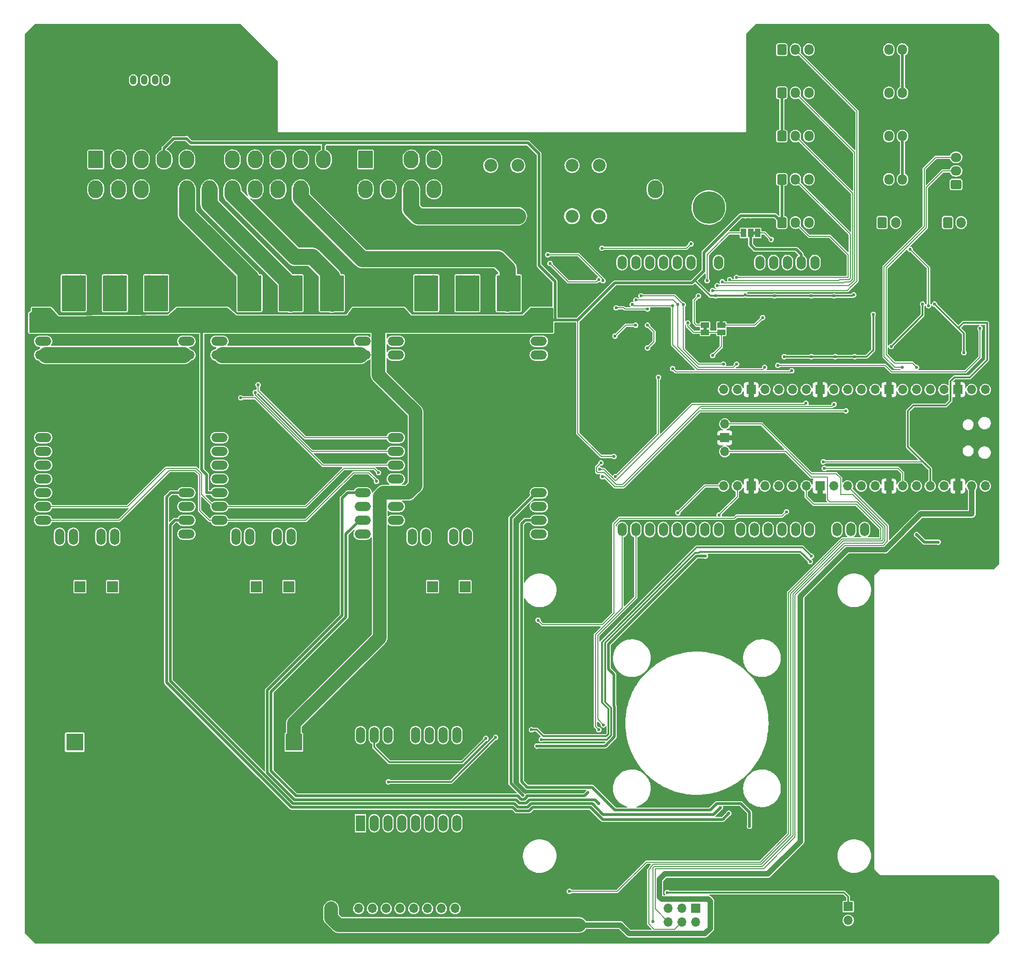
<source format=gbr>
%TF.GenerationSoftware,KiCad,Pcbnew,(6.0.1)*%
%TF.CreationDate,2022-01-31T22:39:25+01:00*%
%TF.ProjectId,OpenMowerMainboard,4f70656e-4d6f-4776-9572-4d61696e626f,rev?*%
%TF.SameCoordinates,Original*%
%TF.FileFunction,Copper,L2,Bot*%
%TF.FilePolarity,Positive*%
%FSLAX46Y46*%
G04 Gerber Fmt 4.6, Leading zero omitted, Abs format (unit mm)*
G04 Created by KiCad (PCBNEW (6.0.1)) date 2022-01-31 22:39:25*
%MOMM*%
%LPD*%
G01*
G04 APERTURE LIST*
G04 Aperture macros list*
%AMRoundRect*
0 Rectangle with rounded corners*
0 $1 Rounding radius*
0 $2 $3 $4 $5 $6 $7 $8 $9 X,Y pos of 4 corners*
0 Add a 4 corners polygon primitive as box body*
4,1,4,$2,$3,$4,$5,$6,$7,$8,$9,$2,$3,0*
0 Add four circle primitives for the rounded corners*
1,1,$1+$1,$2,$3*
1,1,$1+$1,$4,$5*
1,1,$1+$1,$6,$7*
1,1,$1+$1,$8,$9*
0 Add four rect primitives between the rounded corners*
20,1,$1+$1,$2,$3,$4,$5,0*
20,1,$1+$1,$4,$5,$6,$7,0*
20,1,$1+$1,$6,$7,$8,$9,0*
20,1,$1+$1,$8,$9,$2,$3,0*%
G04 Aperture macros list end*
%TA.AperFunction,ComponentPad*%
%ADD10RoundRect,0.250001X-1.099999X-1.399999X1.099999X-1.399999X1.099999X1.399999X-1.099999X1.399999X0*%
%TD*%
%TA.AperFunction,ComponentPad*%
%ADD11O,2.700000X3.300000*%
%TD*%
%TA.AperFunction,ComponentPad*%
%ADD12R,3.048000X3.048000*%
%TD*%
%TA.AperFunction,ComponentPad*%
%ADD13O,1.676400X2.500000*%
%TD*%
%TA.AperFunction,ComponentPad*%
%ADD14RoundRect,0.250000X-0.600000X-0.725000X0.600000X-0.725000X0.600000X0.725000X-0.600000X0.725000X0*%
%TD*%
%TA.AperFunction,ComponentPad*%
%ADD15O,1.700000X1.950000*%
%TD*%
%TA.AperFunction,ComponentPad*%
%ADD16RoundRect,0.249999X-0.350001X-0.625001X0.350001X-0.625001X0.350001X0.625001X-0.350001X0.625001X0*%
%TD*%
%TA.AperFunction,ComponentPad*%
%ADD17O,1.200000X1.750000*%
%TD*%
%TA.AperFunction,ComponentPad*%
%ADD18C,10.000000*%
%TD*%
%TA.AperFunction,ComponentPad*%
%ADD19R,1.700000X3.000000*%
%TD*%
%TA.AperFunction,ComponentPad*%
%ADD20O,1.700000X3.000000*%
%TD*%
%TA.AperFunction,ComponentPad*%
%ADD21O,3.000000X1.700000*%
%TD*%
%TA.AperFunction,ComponentPad*%
%ADD22R,2.000000X2.000000*%
%TD*%
%TA.AperFunction,ComponentPad*%
%ADD23C,2.000000*%
%TD*%
%TA.AperFunction,ComponentPad*%
%ADD24R,1.700000X1.700000*%
%TD*%
%TA.AperFunction,ComponentPad*%
%ADD25O,1.700000X1.700000*%
%TD*%
%TA.AperFunction,ComponentPad*%
%ADD26RoundRect,1.500000X-1.500000X1.500000X-1.500000X-1.500000X1.500000X-1.500000X1.500000X1.500000X0*%
%TD*%
%TA.AperFunction,ComponentPad*%
%ADD27C,6.000000*%
%TD*%
%TA.AperFunction,ComponentPad*%
%ADD28C,2.350000*%
%TD*%
%TA.AperFunction,ComponentPad*%
%ADD29RoundRect,0.250000X-0.600000X-0.750000X0.600000X-0.750000X0.600000X0.750000X-0.600000X0.750000X0*%
%TD*%
%TA.AperFunction,ComponentPad*%
%ADD30O,1.700000X2.000000*%
%TD*%
%TA.AperFunction,ComponentPad*%
%ADD31RoundRect,0.250000X0.725000X-0.600000X0.725000X0.600000X-0.725000X0.600000X-0.725000X-0.600000X0*%
%TD*%
%TA.AperFunction,ComponentPad*%
%ADD32O,1.950000X1.700000*%
%TD*%
%TA.AperFunction,SMDPad,CuDef*%
%ADD33R,1.500000X1.000000*%
%TD*%
%TA.AperFunction,SMDPad,CuDef*%
%ADD34R,1.000000X1.500000*%
%TD*%
%TA.AperFunction,ViaPad*%
%ADD35C,0.600000*%
%TD*%
%TA.AperFunction,Conductor*%
%ADD36C,0.300000*%
%TD*%
%TA.AperFunction,Conductor*%
%ADD37C,0.500000*%
%TD*%
%TA.AperFunction,Conductor*%
%ADD38C,0.200000*%
%TD*%
%TA.AperFunction,Conductor*%
%ADD39C,2.500000*%
%TD*%
%TA.AperFunction,Conductor*%
%ADD40C,1.000000*%
%TD*%
%TA.AperFunction,Conductor*%
%ADD41C,3.000000*%
%TD*%
G04 APERTURE END LIST*
G36*
X145900000Y-76700000D02*
G01*
X145300000Y-76700000D01*
X145300000Y-76200000D01*
X145900000Y-76200000D01*
X145900000Y-76700000D01*
G37*
G36*
X154900000Y-59100000D02*
G01*
X154400000Y-59100000D01*
X154400000Y-58500000D01*
X154900000Y-58500000D01*
X154900000Y-59100000D01*
G37*
G36*
X148900000Y-75400000D02*
G01*
X148300000Y-75400000D01*
X148300000Y-74900000D01*
X148900000Y-74900000D01*
X148900000Y-75400000D01*
G37*
D10*
X33250000Y-45250000D03*
D11*
X37450000Y-45250000D03*
X41650000Y-45250000D03*
X45850000Y-45250000D03*
X50050000Y-45250000D03*
X54250000Y-45250000D03*
X58450000Y-45250000D03*
X62650000Y-45250000D03*
X66850000Y-45250000D03*
X71050000Y-45250000D03*
X75250000Y-45250000D03*
X33250000Y-50750000D03*
X37450000Y-50750000D03*
X41650000Y-50750000D03*
X45850000Y-50750000D03*
X50050000Y-50750000D03*
X54250000Y-50750000D03*
X58450000Y-50750000D03*
X62650000Y-50750000D03*
X66850000Y-50750000D03*
X71050000Y-50750000D03*
X75250000Y-50750000D03*
D10*
X83000000Y-45250000D03*
D11*
X87200000Y-45250000D03*
X91400000Y-45250000D03*
X95600000Y-45250000D03*
X83000000Y-50750000D03*
X87200000Y-50750000D03*
X91400000Y-50750000D03*
X95600000Y-50750000D03*
D10*
X136400000Y-45250000D03*
D11*
X136400000Y-50750000D03*
D12*
X29400000Y-171100000D03*
X29400000Y-152700000D03*
X69800000Y-152700000D03*
X69800000Y-171100000D03*
D13*
X165860000Y-64240000D03*
X158240000Y-64240000D03*
X155700000Y-64240000D03*
X143000000Y-64240000D03*
X140460000Y-64240000D03*
X137920000Y-64240000D03*
X135380000Y-64240000D03*
X132840000Y-64240000D03*
X130300000Y-64240000D03*
X169924000Y-113500000D03*
X130300000Y-113500000D03*
X132840000Y-113500000D03*
X135380000Y-113500000D03*
X137920000Y-113500000D03*
X140460000Y-113500000D03*
X143000000Y-113500000D03*
X145540000Y-113500000D03*
X148080000Y-113500000D03*
X152144000Y-113500000D03*
X154684000Y-113500000D03*
X157224000Y-113500000D03*
X159764000Y-113500000D03*
X162304000Y-113500000D03*
X164844000Y-113500000D03*
X167384000Y-113500000D03*
X153160000Y-64240000D03*
X150620000Y-64240000D03*
X163320000Y-64240000D03*
X160780000Y-64240000D03*
X175004000Y-113500000D03*
X172464000Y-113500000D03*
X148080000Y-64240000D03*
D14*
X177000000Y-40935000D03*
D15*
X179500000Y-40935000D03*
X182000000Y-40935000D03*
D14*
X177000000Y-48902500D03*
D15*
X179500000Y-48902500D03*
X182000000Y-48902500D03*
D14*
X159750000Y-25000000D03*
D15*
X162250000Y-25000000D03*
X164750000Y-25000000D03*
X167250000Y-25000000D03*
D14*
X159750000Y-32967500D03*
D15*
X162250000Y-32967500D03*
X164750000Y-32967500D03*
X167250000Y-32967500D03*
D14*
X159750000Y-40935000D03*
D15*
X162250000Y-40935000D03*
X164750000Y-40935000D03*
X167250000Y-40935000D03*
D14*
X159750000Y-48902500D03*
D15*
X162250000Y-48902500D03*
X164750000Y-48902500D03*
X167250000Y-48902500D03*
D14*
X159750000Y-56870000D03*
D15*
X162250000Y-56870000D03*
X164750000Y-56870000D03*
X167250000Y-56870000D03*
D14*
X177000000Y-32967500D03*
D15*
X179500000Y-32967500D03*
X182000000Y-32967500D03*
D16*
X38200000Y-30600000D03*
D17*
X40200000Y-30600000D03*
X42200000Y-30600000D03*
X44200000Y-30600000D03*
X46200000Y-30600000D03*
D14*
X177000000Y-25000000D03*
D15*
X179500000Y-25000000D03*
X182000000Y-25000000D03*
D18*
X26500000Y-30000000D03*
X26500000Y-182500000D03*
X193500000Y-30000000D03*
X193500000Y-182500000D03*
D19*
X82070000Y-167615000D03*
D20*
X82070000Y-151375000D03*
X84610000Y-167615000D03*
X84610000Y-151375000D03*
X87150000Y-167615000D03*
X87150000Y-151375000D03*
X89690000Y-167615000D03*
X89690000Y-151375000D03*
X92230000Y-167615000D03*
X92230000Y-151375000D03*
X94770000Y-167615000D03*
X94770000Y-151375000D03*
X97310000Y-167615000D03*
X97310000Y-151375000D03*
X99850000Y-167615000D03*
X99850000Y-151375000D03*
D21*
X56060000Y-111775000D03*
X56060000Y-109235000D03*
X56060000Y-104155000D03*
X56060000Y-101615000D03*
X56060000Y-99075000D03*
X56060000Y-76215000D03*
X82460000Y-73675000D03*
X82460000Y-76215000D03*
X56060000Y-106695000D03*
X56060000Y-73675000D03*
X56060000Y-96535000D03*
D20*
X59100000Y-114815000D03*
X61640000Y-114815000D03*
X66720000Y-114815000D03*
X69260000Y-114815000D03*
D21*
X82460000Y-114315000D03*
X82460000Y-111775000D03*
X82460000Y-109235000D03*
X82460000Y-106695000D03*
X82460000Y-68595000D03*
D20*
X64180000Y-114815000D03*
D21*
X82460000Y-71135000D03*
X56060000Y-93995000D03*
X56060000Y-114315000D03*
X82460000Y-104155000D03*
X56060000Y-68595000D03*
X56060000Y-71135000D03*
D20*
X75610000Y-71635000D03*
X78150000Y-71635000D03*
X78150000Y-68095000D03*
X75610000Y-68095000D03*
X70530000Y-68095000D03*
X67990000Y-71635000D03*
X70530000Y-71635000D03*
X67990000Y-68095000D03*
D21*
X56060000Y-78755000D03*
X56060000Y-81295000D03*
X82460000Y-81295000D03*
X82460000Y-78755000D03*
D20*
X60370000Y-68095000D03*
X62910000Y-71635000D03*
X62910000Y-68095000D03*
X60370000Y-71635000D03*
D22*
X62849646Y-124000000D03*
D23*
X57849646Y-124000000D03*
D24*
X143900000Y-183300000D03*
D25*
X143900000Y-185840000D03*
X141360000Y-183300000D03*
X141360000Y-185840000D03*
X138820000Y-183300000D03*
X138820000Y-185840000D03*
D26*
X146300000Y-46900000D03*
D27*
X146300000Y-54100000D03*
D28*
X111075000Y-55700000D03*
X106075000Y-55700000D03*
X126075000Y-55700000D03*
X121075000Y-55700000D03*
D22*
X36349646Y-124000000D03*
D23*
X41349646Y-124000000D03*
D21*
X23560000Y-111775000D03*
X23560000Y-109235000D03*
X23560000Y-104155000D03*
X23560000Y-101615000D03*
X23560000Y-99075000D03*
X23560000Y-76215000D03*
X49960000Y-73675000D03*
X23560000Y-106695000D03*
X23560000Y-73675000D03*
X49960000Y-76215000D03*
X23560000Y-96535000D03*
D20*
X26600000Y-114815000D03*
X29140000Y-114815000D03*
X34220000Y-114815000D03*
X36760000Y-114815000D03*
D21*
X49960000Y-114315000D03*
X49960000Y-111775000D03*
X49960000Y-109235000D03*
X49960000Y-106695000D03*
D20*
X31680000Y-114815000D03*
D21*
X23560000Y-71135000D03*
X23560000Y-114315000D03*
X49960000Y-71135000D03*
X49960000Y-68595000D03*
X23560000Y-93995000D03*
X49960000Y-104155000D03*
X23560000Y-68595000D03*
D20*
X45650000Y-68095000D03*
X43110000Y-71635000D03*
X45650000Y-71635000D03*
X43110000Y-68095000D03*
X38030000Y-71635000D03*
X35490000Y-71635000D03*
X35490000Y-68095000D03*
X38030000Y-68095000D03*
D21*
X23560000Y-81295000D03*
X23560000Y-78755000D03*
X49960000Y-81295000D03*
X49960000Y-78755000D03*
D20*
X30410000Y-71635000D03*
X27870000Y-71635000D03*
X30410000Y-68095000D03*
X27870000Y-68095000D03*
D24*
X76650000Y-183350000D03*
D25*
X79190000Y-183350000D03*
X81730000Y-183350000D03*
X84270000Y-183350000D03*
X86810000Y-183350000D03*
X89350000Y-183350000D03*
X91890000Y-183350000D03*
X94430000Y-183350000D03*
X96970000Y-183350000D03*
X99510000Y-183350000D03*
D22*
X101349646Y-124000000D03*
D23*
X106349646Y-124000000D03*
D21*
X88560000Y-111775000D03*
X88560000Y-109235000D03*
X88560000Y-104155000D03*
X88560000Y-101615000D03*
X88560000Y-99075000D03*
X114960000Y-76215000D03*
X114960000Y-73675000D03*
X88560000Y-73675000D03*
X88560000Y-76215000D03*
X88560000Y-106695000D03*
X88560000Y-96535000D03*
D20*
X91600000Y-114815000D03*
X94140000Y-114815000D03*
X99220000Y-114815000D03*
X101760000Y-114815000D03*
D21*
X114960000Y-114315000D03*
X114960000Y-111775000D03*
X114960000Y-109235000D03*
X114960000Y-106695000D03*
X114960000Y-104155000D03*
X88560000Y-93995000D03*
X114960000Y-68595000D03*
D20*
X96680000Y-114815000D03*
D21*
X88560000Y-114315000D03*
X88560000Y-68595000D03*
X88560000Y-71135000D03*
X114960000Y-71135000D03*
D20*
X110650000Y-71635000D03*
X108110000Y-71635000D03*
X110650000Y-68095000D03*
X108110000Y-68095000D03*
X100490000Y-68095000D03*
X100490000Y-71635000D03*
X103030000Y-68095000D03*
X103030000Y-71635000D03*
D21*
X88560000Y-81295000D03*
X114960000Y-78755000D03*
X114960000Y-81295000D03*
X88560000Y-78755000D03*
D20*
X95410000Y-68095000D03*
X92870000Y-68095000D03*
X95410000Y-71635000D03*
X92870000Y-71635000D03*
D28*
X106075000Y-46350000D03*
X111075000Y-46350000D03*
X121075000Y-46350000D03*
X126075000Y-46350000D03*
D22*
X95349646Y-124000000D03*
D23*
X90349646Y-124000000D03*
D22*
X30349646Y-124000000D03*
D23*
X25349646Y-124000000D03*
D22*
X68849646Y-124000000D03*
D23*
X73849646Y-124000000D03*
D29*
X190320000Y-56870000D03*
D30*
X192820000Y-56870000D03*
D29*
X178250000Y-56870000D03*
D30*
X180750000Y-56870000D03*
D31*
X191870000Y-49852500D03*
D32*
X191870000Y-47352500D03*
X191870000Y-44852500D03*
X191870000Y-42352500D03*
D25*
X197275000Y-87675000D03*
X194735000Y-87675000D03*
D24*
X192195000Y-87675000D03*
D25*
X189655000Y-87675000D03*
X187115000Y-87675000D03*
X184575000Y-87675000D03*
X182035000Y-87675000D03*
D24*
X179495000Y-87675000D03*
D25*
X176955000Y-87675000D03*
X174415000Y-87675000D03*
X171875000Y-87675000D03*
X169335000Y-87675000D03*
D24*
X166795000Y-87675000D03*
D25*
X164255000Y-87675000D03*
X161715000Y-87675000D03*
X159175000Y-87675000D03*
X156635000Y-87675000D03*
D24*
X154095000Y-87675000D03*
D25*
X151555000Y-87675000D03*
X149015000Y-87675000D03*
X149015000Y-105455000D03*
X151555000Y-105455000D03*
D24*
X154095000Y-105455000D03*
D25*
X156635000Y-105455000D03*
X159175000Y-105455000D03*
X161715000Y-105455000D03*
X164255000Y-105455000D03*
D24*
X166795000Y-105455000D03*
D25*
X169335000Y-105455000D03*
X171875000Y-105455000D03*
X174415000Y-105455000D03*
X176955000Y-105455000D03*
D24*
X179495000Y-105455000D03*
D25*
X182035000Y-105455000D03*
X184575000Y-105455000D03*
X187115000Y-105455000D03*
X189655000Y-105455000D03*
D24*
X192195000Y-105455000D03*
D25*
X194735000Y-105455000D03*
X197275000Y-105455000D03*
X149245000Y-94025000D03*
D24*
X149245000Y-96565000D03*
D25*
X149245000Y-99105000D03*
D33*
X145600000Y-77100000D03*
X145600000Y-75800000D03*
X145600000Y-74500000D03*
D34*
X155300000Y-58800000D03*
X154000000Y-58800000D03*
X152700000Y-58800000D03*
D24*
X172000000Y-183000000D03*
D25*
X172000000Y-185540000D03*
D33*
X148600000Y-74500000D03*
X148600000Y-75800000D03*
X148600000Y-77100000D03*
D35*
X102000000Y-41000000D03*
X20990822Y-102999444D03*
X175400000Y-98200000D03*
X20990822Y-67999444D03*
X95600000Y-78600000D03*
X65800000Y-69800000D03*
X103400000Y-58200000D03*
X144200000Y-97600000D03*
X176000000Y-138000000D03*
X29800000Y-85800000D03*
X42800000Y-135400000D03*
X77997832Y-189198418D03*
X139200000Y-173600000D03*
X88000000Y-134600000D03*
X106400000Y-72600000D03*
X167600000Y-162000000D03*
X69200000Y-78800000D03*
X115000000Y-100000000D03*
X22997832Y-189198418D03*
X191000000Y-120000000D03*
X131800000Y-66600000D03*
X49800000Y-59000000D03*
X20990822Y-57999444D03*
X176000000Y-63500000D03*
X41000000Y-62000000D03*
X162200000Y-45400000D03*
X122200000Y-49200000D03*
X186600000Y-92200000D03*
X51000000Y-162400000D03*
X181000000Y-120000000D03*
X34200000Y-119200000D03*
X115000000Y-95000000D03*
X107000000Y-41000000D03*
X60000000Y-95000000D03*
X140400000Y-133200000D03*
X101800000Y-44800000D03*
X175400000Y-58400000D03*
X62997832Y-189198418D03*
X142800000Y-79400000D03*
X176000000Y-178000000D03*
X176000000Y-21000000D03*
X28800000Y-54600000D03*
X199000000Y-70000000D03*
X87997832Y-189198418D03*
X167997832Y-189198418D03*
X95000000Y-95000000D03*
X129800000Y-173600000D03*
X149800000Y-81400000D03*
X97500000Y-127500000D03*
X199000000Y-45000000D03*
X199000000Y-110000000D03*
X147000000Y-41000000D03*
X109800000Y-86400000D03*
X97800000Y-67800000D03*
X117997832Y-189198418D03*
X117000000Y-48600000D03*
X109400000Y-177600000D03*
X192997832Y-189198418D03*
X121200000Y-173600000D03*
X143600000Y-69400000D03*
X137000000Y-41000000D03*
X30000000Y-90000000D03*
X196000000Y-53000000D03*
X65991231Y-38997250D03*
X199000000Y-95000000D03*
X20990822Y-147999444D03*
X30000000Y-95000000D03*
X112997832Y-189198418D03*
X152997832Y-189198418D03*
X97000000Y-41000000D03*
X20990822Y-117999444D03*
X100000000Y-95000000D03*
X147997832Y-189198418D03*
X82500000Y-122500000D03*
X20990822Y-47999444D03*
X199000000Y-80000000D03*
X50000000Y-91800000D03*
X111400000Y-52400000D03*
X50000000Y-125000000D03*
X45200000Y-97800000D03*
X176000000Y-120000000D03*
X133200000Y-95800000D03*
X134000000Y-168400000D03*
X128200000Y-63800000D03*
X23000000Y-21000000D03*
X124100000Y-158600000D03*
X106400000Y-70400000D03*
X34600000Y-108200000D03*
X20990822Y-22999444D03*
X35000000Y-105000000D03*
X100000000Y-120000000D03*
X20990822Y-137999444D03*
X159000000Y-143600000D03*
X108800000Y-182800000D03*
X95000000Y-100000000D03*
X163000000Y-37400000D03*
X63200000Y-179400000D03*
X152000000Y-41000000D03*
X20990822Y-112999444D03*
X43000000Y-21000000D03*
X117000000Y-41000000D03*
X113400000Y-168000000D03*
X131400000Y-116800000D03*
X153600000Y-179600000D03*
X42000000Y-130000000D03*
X20990822Y-107999444D03*
X199000000Y-35000000D03*
X20990822Y-72999444D03*
X129000000Y-156000000D03*
X20990822Y-27999444D03*
X188600000Y-62400000D03*
X194200000Y-103400000D03*
X95000000Y-105000000D03*
X35000000Y-100000000D03*
X106000000Y-67800000D03*
X35000000Y-95000000D03*
X45600000Y-56000000D03*
X199000000Y-105000000D03*
X176000000Y-163000000D03*
X27200000Y-160400000D03*
X199000000Y-55000000D03*
X75000000Y-90000000D03*
X139700000Y-103700000D03*
X67000000Y-41000000D03*
X25600000Y-131400000D03*
X159800000Y-166200000D03*
X142000000Y-41000000D03*
X20990822Y-172999444D03*
X176000000Y-168000000D03*
X42600000Y-140800000D03*
X53000000Y-21000000D03*
X60000000Y-100000000D03*
X20990822Y-77999444D03*
X176000000Y-143000000D03*
X20990822Y-157999444D03*
X199000000Y-120000000D03*
X132200000Y-184800000D03*
X140300000Y-107100000D03*
X58000000Y-21000000D03*
X70000000Y-90000000D03*
X82800000Y-141000000D03*
X20990822Y-52999444D03*
X81000000Y-41000000D03*
X50000000Y-127500000D03*
X199000000Y-60000000D03*
X149400000Y-173600000D03*
X72000000Y-41000000D03*
X127997832Y-189198418D03*
X20990822Y-82999444D03*
X29600000Y-49600000D03*
X63200000Y-79000000D03*
X75400000Y-79000000D03*
X52500000Y-120000000D03*
X131800000Y-119800000D03*
X82500000Y-125000000D03*
X185920000Y-80720000D03*
X137997832Y-189198418D03*
X47997832Y-189198418D03*
X128230814Y-65600000D03*
X36800000Y-84200000D03*
X113600000Y-57800000D03*
X186000000Y-21000000D03*
X20984129Y-187598534D03*
X171000000Y-21000000D03*
X176000000Y-128000000D03*
X154200000Y-29400000D03*
X151800000Y-73800000D03*
X20990822Y-37999444D03*
X42997832Y-189198418D03*
X95000000Y-120000000D03*
X99800000Y-88000000D03*
X110000000Y-100000000D03*
X97997832Y-189198418D03*
X20990822Y-162999444D03*
X107800000Y-78800000D03*
X79200000Y-52600000D03*
X100000000Y-105000000D03*
X42800000Y-170600000D03*
X150200000Y-123400000D03*
X105000000Y-80800000D03*
X20990822Y-127999444D03*
X107500000Y-127500000D03*
X181000000Y-21000000D03*
X199000000Y-40000000D03*
X106400000Y-51200000D03*
X128200000Y-157700000D03*
X167600000Y-167600000D03*
X178800000Y-94000000D03*
X36800000Y-175600000D03*
X32997832Y-189198418D03*
X176000000Y-158000000D03*
X167800000Y-138200000D03*
X105000000Y-67600000D03*
X52500000Y-130000000D03*
X141400000Y-58400000D03*
X33000000Y-21000000D03*
X50200000Y-65400000D03*
X98000000Y-70400000D03*
X20990822Y-92999444D03*
X131300000Y-91700000D03*
X166000000Y-21000000D03*
X199000000Y-23600000D03*
X167800000Y-152600000D03*
X82500000Y-120000000D03*
X149200000Y-168600000D03*
X112000000Y-41000000D03*
X142997832Y-189198418D03*
X172997832Y-189198418D03*
X149200000Y-179000000D03*
X124100000Y-156900000D03*
X33400000Y-64400000D03*
X134400000Y-118400000D03*
X20990822Y-32999444D03*
X191000000Y-21000000D03*
X82500000Y-130000000D03*
X98400000Y-47600000D03*
X48200000Y-94800000D03*
X133400000Y-54600000D03*
X92997832Y-189198418D03*
X127800000Y-184200000D03*
X155000000Y-124800000D03*
X115400000Y-180800000D03*
X151200000Y-77600000D03*
X59200000Y-85000000D03*
X175000000Y-34600000D03*
X176000000Y-148000000D03*
X134000000Y-180800000D03*
X38000000Y-21000000D03*
X50000000Y-120000000D03*
X73200000Y-48200000D03*
X20990822Y-97999444D03*
X105000000Y-127500000D03*
X36600000Y-79200000D03*
X31200000Y-108000000D03*
X20990822Y-132999444D03*
X195800000Y-66400000D03*
X84800000Y-92200000D03*
X157800000Y-79800000D03*
X116400000Y-57400000D03*
X82997832Y-189198418D03*
X20990822Y-87999444D03*
X120800000Y-167400000D03*
X30000000Y-100000000D03*
X84400000Y-138800000D03*
X134800000Y-123600000D03*
X170000000Y-166400000D03*
X70000000Y-105000000D03*
X65600000Y-72200000D03*
X127800000Y-85000000D03*
X76800000Y-85800000D03*
X159200000Y-149800000D03*
X132000000Y-41000000D03*
X20990822Y-122999444D03*
X32400000Y-110400000D03*
X44400000Y-121200000D03*
X62200000Y-24600000D03*
X150600000Y-182800000D03*
X136400000Y-121600000D03*
X34800000Y-161600000D03*
X90000000Y-120000000D03*
X161000000Y-21000000D03*
X92500000Y-127500000D03*
X57997832Y-189198418D03*
X20990822Y-62999444D03*
X42800000Y-79000000D03*
X116400000Y-60200000D03*
X60000000Y-105000000D03*
X47600000Y-99000000D03*
X179000000Y-46200000D03*
X34600000Y-61600000D03*
X186000000Y-178000000D03*
X20990822Y-167999444D03*
X50000000Y-97200000D03*
X199000000Y-100000000D03*
X181000000Y-68500000D03*
X127000000Y-41000000D03*
X35000000Y-90000000D03*
X73200000Y-140800000D03*
X100000000Y-100000000D03*
X90000000Y-127500000D03*
X132000000Y-180800000D03*
X199000000Y-75000000D03*
X105000000Y-69600000D03*
X189800000Y-100800000D03*
X199000000Y-115000000D03*
X110000000Y-95000000D03*
X20990822Y-177999444D03*
X143200000Y-86400000D03*
X187997832Y-189198418D03*
X72997832Y-189198418D03*
X107997832Y-189198418D03*
X50800000Y-140200000D03*
X100000000Y-110000000D03*
X154800000Y-48000000D03*
X102997832Y-189198418D03*
X181000000Y-178000000D03*
X116600000Y-52800000D03*
X132997832Y-189198418D03*
X176000000Y-153000000D03*
X151600000Y-50600000D03*
X29200000Y-119000000D03*
X20990822Y-142999444D03*
X135800000Y-117000000D03*
X182997832Y-189198418D03*
X139600000Y-88200000D03*
X65991231Y-33997250D03*
X50000000Y-122500000D03*
X187400000Y-41000000D03*
X147200000Y-128600000D03*
X73000000Y-88200000D03*
X48000000Y-21000000D03*
X154200000Y-39400000D03*
X40800000Y-65400000D03*
X162997832Y-189198418D03*
X176500000Y-67500000D03*
X166800000Y-61800000D03*
X156000000Y-21000000D03*
X52500000Y-127500000D03*
X50000000Y-130000000D03*
X72600000Y-92200000D03*
X65000000Y-100000000D03*
X93000000Y-41000000D03*
X37997832Y-189198418D03*
X186000000Y-120000000D03*
X67997832Y-189198418D03*
X157997832Y-189198418D03*
X122000000Y-41000000D03*
X112000000Y-62200000D03*
X79200000Y-56200000D03*
X77000000Y-41000000D03*
X196000000Y-21000000D03*
X147200000Y-73800000D03*
X196000000Y-120000000D03*
X27997832Y-189198418D03*
X137400000Y-69400000D03*
X106400000Y-87400000D03*
X156000000Y-101000000D03*
X177997832Y-189198418D03*
X73200000Y-69800000D03*
X199000000Y-65000000D03*
X46600000Y-179800000D03*
X52997832Y-189198418D03*
X30000000Y-105000000D03*
X20990822Y-152999444D03*
X65000000Y-105000000D03*
X82500000Y-127500000D03*
X90400000Y-133000000D03*
X78200000Y-45200000D03*
X79600000Y-48600000D03*
X154200000Y-24800000D03*
X126400000Y-179400000D03*
X57800000Y-171000000D03*
X28000000Y-21000000D03*
X116400000Y-55000000D03*
X110000000Y-105000000D03*
X126000000Y-173600000D03*
X122997832Y-189198418D03*
X199000000Y-50000000D03*
X72800000Y-72000000D03*
X117000000Y-45400000D03*
X20990822Y-42999444D03*
X105200000Y-71600000D03*
X48800000Y-63800000D03*
X154200000Y-34400000D03*
X134200000Y-83400000D03*
X186800000Y-30600000D03*
X171800000Y-137000000D03*
X52500000Y-122500000D03*
X52500000Y-125000000D03*
X184000000Y-65000000D03*
X176000000Y-133000000D03*
X65000000Y-95000000D03*
X129400000Y-55600000D03*
X113000000Y-66000000D03*
X65991231Y-28997250D03*
X101200000Y-80800000D03*
X30600000Y-78800000D03*
X94200000Y-84800000D03*
X97800000Y-72600000D03*
X173000000Y-70200000D03*
X154000000Y-55600000D03*
X169400000Y-70400000D03*
X153000000Y-70200000D03*
X158400000Y-70400000D03*
X165200000Y-70400000D03*
X153000000Y-55600000D03*
X128800000Y-100000000D03*
X122400000Y-186400000D03*
X50000000Y-41400000D03*
X121400000Y-186400000D03*
X147600000Y-70400000D03*
X126850500Y-149492703D03*
X126000000Y-150400000D03*
X183400000Y-61800000D03*
X186800000Y-72200000D03*
X147000000Y-69400000D03*
X147850500Y-68518023D03*
X148800000Y-67800000D03*
X150176089Y-67376089D03*
X151400000Y-67000000D03*
X184600000Y-83600000D03*
X138600000Y-180400000D03*
X182000000Y-83600000D03*
X160200000Y-81600000D03*
X173200000Y-81600000D03*
X188600000Y-115800000D03*
X142400000Y-75400000D03*
X169600000Y-81600000D03*
X187920000Y-71920000D03*
X184600000Y-114400000D03*
X193320000Y-80870500D03*
X114600000Y-153400000D03*
X145669003Y-118350990D03*
X146000000Y-67600000D03*
X147000000Y-81400000D03*
X135000000Y-72800000D03*
X165200000Y-81600000D03*
X167400000Y-101000000D03*
X129200000Y-72600000D03*
X176600000Y-73800000D03*
X120600000Y-180200000D03*
X129000000Y-77800000D03*
X132800000Y-75800000D03*
X135000000Y-75800000D03*
X135000000Y-80000000D03*
X126600000Y-61600000D03*
X143000000Y-60800000D03*
X157800000Y-60000000D03*
X159000000Y-83200000D03*
X196320000Y-76400000D03*
X60000000Y-89199010D03*
X62660156Y-88187667D03*
X63200000Y-86800000D03*
X167600000Y-102200000D03*
X85000000Y-104600000D03*
X136000000Y-185800000D03*
X85400000Y-103000000D03*
X114800000Y-130200000D03*
X160600000Y-110200000D03*
X185720000Y-71920000D03*
X179920000Y-79720000D03*
X148429977Y-164749500D03*
X150000000Y-165800000D03*
X126000000Y-164000000D03*
X124000000Y-162000000D03*
X153800000Y-168200000D03*
X111998379Y-162509419D03*
X171600000Y-91600000D03*
X126700000Y-103747822D03*
X169400000Y-90400000D03*
X126400000Y-101200000D03*
X137000000Y-85400000D03*
X129100000Y-103687184D03*
X126200000Y-102400000D03*
X164200000Y-90200500D03*
X140600000Y-110399011D03*
X148200000Y-110800000D03*
X141600000Y-72000000D03*
X133800000Y-70400000D03*
X149000000Y-83000000D03*
X132875500Y-71163365D03*
X140600000Y-72000000D03*
X151400000Y-83000000D03*
X156600000Y-83600000D03*
X139600000Y-72200000D03*
X132200000Y-72000000D03*
X139600000Y-83800000D03*
X161600000Y-84200000D03*
X156200000Y-74400000D03*
X144400000Y-70400000D03*
X165200000Y-118400000D03*
X105200000Y-152000000D03*
X113600000Y-150400000D03*
X165000000Y-119400000D03*
X115400000Y-152200000D03*
X87200000Y-160000000D03*
X107000000Y-151800000D03*
X126800000Y-67600000D03*
X116600000Y-62800000D03*
X117000000Y-64400000D03*
X126000000Y-67400000D03*
D36*
X165200000Y-70400000D02*
X169400000Y-70400000D01*
D37*
X114460000Y-73675000D02*
X114460000Y-74860000D01*
X145400000Y-65800000D02*
X145400000Y-62400000D01*
X24060000Y-73675000D02*
X24060000Y-76215000D01*
X158480000Y-55600000D02*
X159750000Y-56870000D01*
X29215000Y-76215000D02*
X49460000Y-76215000D01*
D38*
X126400000Y-100000000D02*
X122140000Y-95740000D01*
D39*
X76650000Y-183350000D02*
X76650000Y-185050000D01*
D37*
X24060000Y-76215000D02*
X29215000Y-76215000D01*
D40*
X146600000Y-187000000D02*
X146600000Y-182000000D01*
D37*
X52815000Y-102472881D02*
X52815000Y-76215000D01*
D39*
X78000000Y-186400000D02*
X122400000Y-186400000D01*
D40*
X157200000Y-177000000D02*
X163200000Y-171000000D01*
D37*
X49460000Y-73675000D02*
X49460000Y-76215000D01*
X45850000Y-43150000D02*
X47600000Y-41400000D01*
D39*
X85600000Y-133400000D02*
X85600000Y-107400000D01*
X90905000Y-106695000D02*
X92200000Y-105400000D01*
D40*
X178800000Y-117200000D02*
X185400000Y-110600000D01*
D37*
X152200000Y-55600000D02*
X153000000Y-55600000D01*
X56560000Y-76215000D02*
X61215000Y-76215000D01*
X50800000Y-42200000D02*
X75600000Y-42200000D01*
D39*
X85600000Y-107400000D02*
X86000000Y-107000000D01*
X86305000Y-106695000D02*
X89060000Y-106695000D01*
D37*
X182000000Y-40935000D02*
X182000000Y-48902500D01*
D38*
X122140000Y-95740000D02*
X122140000Y-74860000D01*
D39*
X89060000Y-106695000D02*
X90905000Y-106695000D01*
D37*
X81960000Y-73675000D02*
X81960000Y-76215000D01*
D39*
X86000000Y-107000000D02*
X86305000Y-106695000D01*
D40*
X185400000Y-110600000D02*
X194800000Y-110600000D01*
X163200000Y-171000000D02*
X163200000Y-125800000D01*
D39*
X69800000Y-152700000D02*
X69800000Y-149200000D01*
X85409520Y-85009520D02*
X85409520Y-76409520D01*
D40*
X146600000Y-182000000D02*
X146200000Y-181600000D01*
D36*
X153200000Y-70400000D02*
X153000000Y-70200000D01*
D40*
X138200000Y-177000000D02*
X157200000Y-177000000D01*
D37*
X56560000Y-106695000D02*
X53695000Y-106695000D01*
X61215000Y-76215000D02*
X81960000Y-76215000D01*
D40*
X137600000Y-181600000D02*
X137200000Y-181200000D01*
D37*
X49460000Y-76215000D02*
X52815000Y-76215000D01*
D40*
X163200000Y-125800000D02*
X171800000Y-117200000D01*
D39*
X69800000Y-149200000D02*
X85600000Y-133400000D01*
D37*
X145400000Y-62400000D02*
X152200000Y-55600000D01*
X154000000Y-55600000D02*
X158480000Y-55600000D01*
X52815000Y-76215000D02*
X56560000Y-76215000D01*
X56560000Y-73675000D02*
X56560000Y-76215000D01*
D40*
X145600000Y-188000000D02*
X146600000Y-187000000D01*
D37*
X129000000Y-68000000D02*
X143200000Y-68000000D01*
X182000000Y-25000000D02*
X182000000Y-32967500D01*
X47600000Y-41400000D02*
X50000000Y-41400000D01*
X117940000Y-74860000D02*
X114460000Y-74860000D01*
X85215000Y-76215000D02*
X89060000Y-76215000D01*
D40*
X171800000Y-117200000D02*
X178800000Y-117200000D01*
D37*
X114460000Y-74860000D02*
X114460000Y-76215000D01*
X153000000Y-55600000D02*
X154000000Y-55600000D01*
D40*
X130000000Y-186400000D02*
X131600000Y-188000000D01*
D37*
X53695000Y-103352881D02*
X52815000Y-102472881D01*
X89060000Y-73675000D02*
X89060000Y-76215000D01*
D40*
X137200000Y-181200000D02*
X137200000Y-178000000D01*
D37*
X75600000Y-42200000D02*
X75250000Y-42550000D01*
X122140000Y-74860000D02*
X129000000Y-68000000D01*
X115000000Y-44200000D02*
X115000000Y-64800000D01*
X117940000Y-74860000D02*
X122140000Y-74860000D01*
X89060000Y-76215000D02*
X114460000Y-76215000D01*
D36*
X147600000Y-70400000D02*
X152800000Y-70400000D01*
D40*
X146200000Y-181600000D02*
X137600000Y-181600000D01*
X137200000Y-178000000D02*
X138200000Y-177000000D01*
D36*
X158400000Y-70400000D02*
X153200000Y-70400000D01*
D37*
X159750000Y-32967500D02*
X159750000Y-40935000D01*
D36*
X158400000Y-70400000D02*
X165200000Y-70400000D01*
D37*
X81960000Y-76215000D02*
X85215000Y-76215000D01*
D40*
X122400000Y-186400000D02*
X130000000Y-186400000D01*
X131600000Y-188000000D02*
X145600000Y-188000000D01*
D37*
X143700000Y-67500000D02*
X145400000Y-65800000D01*
D36*
X152800000Y-70400000D02*
X153000000Y-70200000D01*
D37*
X143200000Y-68000000D02*
X143700000Y-67500000D01*
X53695000Y-106695000D02*
X53695000Y-103352881D01*
X159750000Y-56870000D02*
X159750000Y-48902500D01*
D36*
X146600000Y-70400000D02*
X147600000Y-70400000D01*
D37*
X50000000Y-41400000D02*
X50800000Y-42200000D01*
D39*
X92200000Y-91800000D02*
X85409520Y-85009520D01*
D37*
X117940000Y-67740000D02*
X117940000Y-74860000D01*
D40*
X194800000Y-110600000D02*
X194800000Y-105520000D01*
D37*
X115000000Y-64800000D02*
X117940000Y-67740000D01*
X74600000Y-42200000D02*
X113000000Y-42200000D01*
D36*
X143700000Y-67500000D02*
X146600000Y-70400000D01*
D39*
X76650000Y-185050000D02*
X78000000Y-186400000D01*
D37*
X75250000Y-42550000D02*
X75250000Y-45250000D01*
D40*
X121400000Y-186400000D02*
X122400000Y-186400000D01*
D39*
X92200000Y-105400000D02*
X92200000Y-91800000D01*
D38*
X128800000Y-100000000D02*
X126400000Y-100000000D01*
D37*
X113000000Y-42200000D02*
X115000000Y-44200000D01*
D36*
X169400000Y-70400000D02*
X172800000Y-70400000D01*
D37*
X45850000Y-45250000D02*
X45850000Y-43150000D01*
D40*
X78000000Y-186400000D02*
X121400000Y-186400000D01*
X194800000Y-105520000D02*
X194735000Y-105455000D01*
D39*
X85409520Y-76409520D02*
X85215000Y-76215000D01*
D36*
X172800000Y-70400000D02*
X173000000Y-70200000D01*
D38*
X125800000Y-133000000D02*
X125800000Y-148442203D01*
X132840000Y-125960000D02*
X125800000Y-133000000D01*
X132840000Y-113000000D02*
X132840000Y-125960000D01*
X125800000Y-148442203D02*
X126850500Y-149492703D01*
X130300000Y-113000000D02*
X130300000Y-127935006D01*
X125400490Y-149800490D02*
X126000000Y-150400000D01*
X130300000Y-127935006D02*
X125400489Y-132834518D01*
X125400489Y-132834518D02*
X125400490Y-149800490D01*
X183400000Y-61800000D02*
X186800000Y-65200000D01*
X186800000Y-65200000D02*
X186800000Y-72200000D01*
X173598043Y-67661929D02*
X173598043Y-36348043D01*
X147000000Y-69400000D02*
X171800000Y-69400000D01*
X172661932Y-68598043D02*
X173598043Y-67661929D01*
X172601957Y-68598043D02*
X172661932Y-68598043D01*
X173598043Y-36348043D02*
X162250000Y-25000000D01*
X171800000Y-69400000D02*
X172601957Y-68598043D01*
X173198532Y-67496447D02*
X172496448Y-68198532D01*
X172496448Y-68198532D02*
X172401468Y-68198532D01*
X172081977Y-68518023D02*
X147850500Y-68518023D01*
X172401468Y-68198532D02*
X172081977Y-68518023D01*
X162250000Y-32967500D02*
X173198532Y-43916032D01*
X173198532Y-43916032D02*
X173198532Y-67496447D01*
X148999501Y-67999501D02*
X171130485Y-67999501D01*
X172799022Y-51484022D02*
X162250000Y-40935000D01*
X171130485Y-67999501D02*
X171330964Y-67799022D01*
X172330966Y-67799021D02*
X172799022Y-67330964D01*
X148800000Y-67800000D02*
X148999501Y-67999501D01*
X172799022Y-67330964D02*
X172799022Y-51484022D01*
X171330964Y-67799022D02*
X172330966Y-67799021D01*
X172399511Y-59052011D02*
X172399511Y-67165482D01*
X172399511Y-67165482D02*
X172165482Y-67399511D01*
X150399501Y-67599501D02*
X150176089Y-67376089D01*
X170400489Y-67399511D02*
X170200499Y-67599501D01*
X162250000Y-48902500D02*
X172399511Y-59052011D01*
X170200499Y-67599501D02*
X150399501Y-67599501D01*
X172165482Y-67399511D02*
X170400489Y-67399511D01*
X151400000Y-67000000D02*
X172000000Y-67000000D01*
X172000000Y-62800000D02*
X168600000Y-59400000D01*
X168600000Y-59400000D02*
X164780000Y-59400000D01*
X164780000Y-59400000D02*
X162250000Y-56870000D01*
X172000000Y-67000000D02*
X172000000Y-62800000D01*
X186400000Y-57800000D02*
X179200000Y-65000000D01*
X179000000Y-65200000D02*
X179000000Y-81200000D01*
X191870000Y-47352500D02*
X189447500Y-47352500D01*
X186800000Y-50000000D02*
X186400000Y-50400000D01*
X180600000Y-82800000D02*
X183800000Y-82800000D01*
X179200000Y-65000000D02*
X179000000Y-65200000D01*
X183800000Y-82800000D02*
X184600000Y-83600000D01*
X186400000Y-50400000D02*
X186400000Y-56200000D01*
X189447500Y-47352500D02*
X186800000Y-50000000D01*
X180400000Y-82600000D02*
X180600000Y-82800000D01*
X186400000Y-56200000D02*
X186400000Y-57800000D01*
X179000000Y-81200000D02*
X180400000Y-82600000D01*
D36*
X172000000Y-181200000D02*
X171200000Y-180400000D01*
X172000000Y-183000000D02*
X172000000Y-181200000D01*
X171200000Y-180400000D02*
X138600000Y-180400000D01*
D38*
X178600000Y-65000000D02*
X186000489Y-57599511D01*
X186000489Y-46999511D02*
X188147500Y-44852500D01*
X186000489Y-57599511D02*
X186000489Y-46999511D01*
X180600000Y-83600000D02*
X178600000Y-81600000D01*
X182000000Y-83600000D02*
X180600000Y-83600000D01*
X188147500Y-44852500D02*
X191870000Y-44852500D01*
X178600000Y-81600000D02*
X178600000Y-65000000D01*
X130600000Y-72600000D02*
X130800000Y-72800000D01*
X142400000Y-76000000D02*
X143500000Y-77100000D01*
X129200000Y-72600000D02*
X130600000Y-72600000D01*
D37*
X114600000Y-153400000D02*
X127154251Y-153400000D01*
D36*
X197600000Y-75400000D02*
X193200000Y-75400000D01*
D38*
X148600000Y-77100000D02*
X148600000Y-79800000D01*
D36*
X190854511Y-89745489D02*
X190854511Y-86145489D01*
D38*
X142400000Y-75400000D02*
X142400000Y-76000000D01*
D36*
X169600000Y-81600000D02*
X175400000Y-81600000D01*
D37*
X128800000Y-146045748D02*
X128800000Y-140200000D01*
D36*
X176400000Y-80600000D02*
X176600000Y-80400000D01*
X176600000Y-80400000D02*
X176600000Y-73800000D01*
X190000000Y-90600000D02*
X190854511Y-89745489D01*
D38*
X150000000Y-58800000D02*
X146400000Y-62400000D01*
D37*
X128899021Y-151655230D02*
X128899021Y-146144769D01*
D36*
X192300000Y-76300000D02*
X187920000Y-71920000D01*
X160200000Y-81600000D02*
X165200000Y-81600000D01*
D37*
X184600000Y-114400000D02*
X186000000Y-115800000D01*
D38*
X145600000Y-77100000D02*
X148600000Y-77100000D01*
D36*
X193320000Y-77320000D02*
X192300000Y-76300000D01*
X183000000Y-91600000D02*
X184000000Y-90600000D01*
D38*
X148600000Y-79800000D02*
X147000000Y-81400000D01*
D37*
X128899021Y-146144769D02*
X128800000Y-146045748D01*
D36*
X185800000Y-101000000D02*
X187115000Y-102315000D01*
D37*
X144049010Y-118350990D02*
X145669003Y-118350990D01*
D36*
X191600000Y-85400000D02*
X194400000Y-85400000D01*
D38*
X146000000Y-62800000D02*
X146000000Y-67600000D01*
D37*
X127800000Y-139200000D02*
X127800000Y-134600000D01*
D36*
X175400000Y-81600000D02*
X176400000Y-80600000D01*
D37*
X127154251Y-153400000D02*
X128899021Y-151655230D01*
D36*
X190854511Y-86145489D02*
X191600000Y-85400000D01*
D37*
X128800000Y-140200000D02*
X127800000Y-139200000D01*
D36*
X193320000Y-80870500D02*
X193320000Y-77320000D01*
D38*
X146400000Y-62400000D02*
X146000000Y-62800000D01*
D36*
X184000000Y-90600000D02*
X190000000Y-90600000D01*
X185800000Y-101000000D02*
X183000000Y-98200000D01*
X183000000Y-98200000D02*
X183000000Y-91600000D01*
X165200000Y-81600000D02*
X169600000Y-81600000D01*
X194400000Y-85400000D02*
X197600000Y-82200000D01*
D37*
X186000000Y-115800000D02*
X188600000Y-115800000D01*
D38*
X130800000Y-72800000D02*
X135000000Y-72800000D01*
D36*
X193200000Y-75400000D02*
X192300000Y-76300000D01*
D38*
X167400000Y-101000000D02*
X185800000Y-101000000D01*
X152700000Y-58800000D02*
X150000000Y-58800000D01*
D36*
X197600000Y-82200000D02*
X197600000Y-75400000D01*
D38*
X143500000Y-77100000D02*
X145600000Y-77100000D01*
D37*
X127800000Y-134600000D02*
X144049010Y-118350990D01*
D36*
X187115000Y-102315000D02*
X187115000Y-105455000D01*
D38*
X134800000Y-174800000D02*
X129400000Y-180200000D01*
X164255000Y-107455000D02*
X165600000Y-108800000D01*
X173505018Y-108800000D02*
X178000000Y-113294982D01*
X170904901Y-115200120D02*
X161000000Y-125105021D01*
X165600000Y-108800000D02*
X173505018Y-108800000D01*
X178000000Y-113294982D02*
X178000000Y-115174338D01*
X177974218Y-115200120D02*
X170904901Y-115200120D01*
X164255000Y-105455000D02*
X164255000Y-107455000D01*
X161000000Y-169600000D02*
X155800000Y-174800000D01*
X178000000Y-115174338D02*
X177974218Y-115200120D01*
X129400000Y-180200000D02*
X120600000Y-180200000D01*
X155800000Y-174800000D02*
X134800000Y-174800000D01*
X161000000Y-125105021D02*
X161000000Y-169600000D01*
D41*
X24060000Y-81295000D02*
X49460000Y-81295000D01*
X56560000Y-81295000D02*
X81960000Y-81295000D01*
D38*
X132800000Y-75800000D02*
X131000000Y-75800000D01*
X131000000Y-75800000D02*
X129000000Y-77800000D01*
X136200000Y-77000000D02*
X136200000Y-78800000D01*
X135000000Y-75800000D02*
X136200000Y-77000000D01*
X136200000Y-78800000D02*
X135000000Y-80000000D01*
X126600000Y-61600000D02*
X142200000Y-61600000D01*
X155300000Y-58800000D02*
X156600000Y-58800000D01*
X156600000Y-58800000D02*
X157800000Y-60000000D01*
X142200000Y-61600000D02*
X143000000Y-60800000D01*
X159000000Y-83200000D02*
X178800000Y-83200000D01*
X196320000Y-81680000D02*
X196320000Y-76400000D01*
X193600000Y-84400000D02*
X196320000Y-81680000D01*
X178800000Y-83200000D02*
X180000000Y-84400000D01*
X180000000Y-84400000D02*
X193600000Y-84400000D01*
X75085013Y-101615000D02*
X62669023Y-89199010D01*
X62669023Y-89199010D02*
X60000000Y-89199010D01*
X89060000Y-101615000D02*
X75085013Y-101615000D01*
X73110007Y-99075000D02*
X62660156Y-88625149D01*
X89060000Y-99075000D02*
X73110007Y-99075000D01*
X62660156Y-88625149D02*
X62660156Y-88187667D01*
X71855313Y-96535000D02*
X63200000Y-87879687D01*
X89060000Y-96535000D02*
X71855313Y-96535000D01*
X63200000Y-87879687D02*
X63200000Y-86800000D01*
D41*
X50050000Y-50750000D02*
X50050000Y-55250000D01*
X50050000Y-55250000D02*
X61800000Y-67000000D01*
X61800000Y-67000000D02*
X61800000Y-71400000D01*
X54250000Y-53450000D02*
X69200000Y-68400000D01*
X69200000Y-68400000D02*
X69200000Y-71800000D01*
X54250000Y-50750000D02*
X54250000Y-53450000D01*
X58450000Y-50750000D02*
X58450000Y-51650000D01*
X58450000Y-51650000D02*
X70000000Y-63200000D01*
X76800000Y-66800000D02*
X76800000Y-71800000D01*
X73200000Y-63200000D02*
X76800000Y-66800000D01*
X70000000Y-63200000D02*
X73200000Y-63200000D01*
X109200000Y-65400000D02*
X109200000Y-71800000D01*
X107400000Y-63600000D02*
X109200000Y-65400000D01*
X82400000Y-63600000D02*
X107400000Y-63600000D01*
X71050000Y-52250000D02*
X82400000Y-63600000D01*
X71050000Y-50750000D02*
X71050000Y-52250000D01*
D38*
X167600000Y-102200000D02*
X181200000Y-102200000D01*
X182035000Y-103035000D02*
X182035000Y-105455000D01*
X181200000Y-102200000D02*
X182035000Y-103035000D01*
X37625000Y-111775000D02*
X46800000Y-102600000D01*
X54175000Y-111775000D02*
X56560000Y-111775000D01*
X52400000Y-103400000D02*
X52400000Y-110000000D01*
X76600000Y-107200000D02*
X80794520Y-103005480D01*
X46800000Y-102600000D02*
X51600000Y-102600000D01*
X51600000Y-102600000D02*
X52400000Y-103400000D01*
X83586146Y-103005480D02*
X85000000Y-104419334D01*
X24060000Y-111775000D02*
X37625000Y-111775000D01*
X80794520Y-103005480D02*
X83586146Y-103005480D01*
X52400000Y-110000000D02*
X54175000Y-111775000D01*
X85000000Y-104419334D02*
X85000000Y-104600000D01*
X72025000Y-111775000D02*
X76600000Y-107200000D01*
X56560000Y-111775000D02*
X72025000Y-111775000D01*
X171400000Y-116400000D02*
X162199511Y-125600489D01*
X162199511Y-125600489D02*
X162199511Y-170200489D01*
X156400000Y-176000000D02*
X136399511Y-176000000D01*
X162199511Y-170200489D02*
X156400000Y-176000000D01*
X136399511Y-183419511D02*
X138820000Y-185840000D01*
X136399511Y-176000000D02*
X136399511Y-183419511D01*
X171875000Y-105475000D02*
X179199510Y-112799510D01*
X179199510Y-112799510D02*
X179199510Y-115669810D01*
X178469320Y-116400000D02*
X171400000Y-116400000D01*
X171875000Y-105455000D02*
X171875000Y-105475000D01*
X179199510Y-115669810D02*
X178469320Y-116400000D01*
X135600489Y-175669036D02*
X135600490Y-175834517D01*
X168185489Y-107985489D02*
X168600489Y-108400489D01*
X149245000Y-99105000D02*
X160505000Y-99105000D01*
X165200000Y-103800000D02*
X168200000Y-103800000D01*
X136068545Y-175200979D02*
X135600489Y-175669036D01*
X161400489Y-125269525D02*
X161400489Y-169764504D01*
X178399511Y-113129499D02*
X178399511Y-115339821D01*
X171069032Y-115600980D02*
X161400489Y-125269525D01*
X160505000Y-99105000D02*
X165200000Y-103800000D01*
X140000000Y-187200000D02*
X141360000Y-185840000D01*
X135200000Y-176235007D02*
X135200000Y-186200000D01*
X168600489Y-108400489D02*
X173670502Y-108400490D01*
X135200000Y-186200000D02*
X136200000Y-187200000D01*
X173670502Y-108400490D02*
X178399511Y-113129499D01*
X168185489Y-104978856D02*
X168185489Y-107985489D01*
X178138354Y-115600978D02*
X171069032Y-115600980D01*
X155964014Y-175200979D02*
X136068545Y-175200979D01*
X161400489Y-169764504D02*
X155964014Y-175200979D01*
X168200000Y-104964345D02*
X168185489Y-104978856D01*
X136200000Y-187200000D02*
X140000000Y-187200000D01*
X168200000Y-103800000D02*
X168200000Y-104964345D01*
X135600490Y-175834517D02*
X135200000Y-176235007D01*
X178399511Y-115339821D02*
X178138354Y-115600978D01*
X149245000Y-94025000D02*
X156025000Y-94025000D01*
X178799022Y-115505304D02*
X178303837Y-116000489D01*
X170600000Y-107000000D02*
X172835006Y-107000000D01*
X156129497Y-175600489D02*
X136234029Y-175600489D01*
X172835006Y-107000000D02*
X178799022Y-112964016D01*
X178303837Y-116000489D02*
X171234516Y-116000490D01*
X161800000Y-125435007D02*
X161799999Y-169929988D01*
X171234516Y-116000490D02*
X161800000Y-125435007D01*
X136000000Y-175834518D02*
X136000000Y-185800000D01*
X178799022Y-112964016D02*
X178799022Y-115505304D01*
X169800000Y-103200000D02*
X170600000Y-104000000D01*
X161799999Y-169929988D02*
X156129497Y-175600489D01*
X136234029Y-175600489D02*
X136000000Y-175834518D01*
X170600000Y-104000000D02*
X170600000Y-107000000D01*
X165200000Y-103200000D02*
X169800000Y-103200000D01*
X156025000Y-94025000D02*
X165200000Y-103200000D01*
X55035000Y-109235000D02*
X56560000Y-109235000D01*
X71965000Y-109235000D02*
X79000000Y-102200000D01*
X52799511Y-106999511D02*
X55035000Y-109235000D01*
X52799511Y-103234518D02*
X52799511Y-106999511D01*
X39165000Y-109235000D02*
X46200000Y-102200000D01*
X56560000Y-109235000D02*
X71965000Y-109235000D01*
X84600000Y-102200000D02*
X85400000Y-103000000D01*
X79000000Y-102200000D02*
X84600000Y-102200000D01*
X24060000Y-109235000D02*
X39165000Y-109235000D01*
X46200000Y-102200000D02*
X51764993Y-102200000D01*
X51764993Y-102200000D02*
X52799511Y-103234518D01*
D37*
X154000000Y-61000000D02*
X154000000Y-58800000D01*
X163320000Y-62720000D02*
X162400000Y-61800000D01*
X162400000Y-61800000D02*
X154800000Y-61800000D01*
X163320000Y-64740000D02*
X163320000Y-62720000D01*
X154800000Y-61800000D02*
X154000000Y-61000000D01*
D38*
X160600000Y-110200000D02*
X159800000Y-111000000D01*
X151400000Y-111000000D02*
X151000000Y-111400000D01*
X126670013Y-131000000D02*
X115600000Y-131000000D01*
X151000000Y-111400000D02*
X129800000Y-111400000D01*
X128800000Y-128870012D02*
X126670013Y-131000000D01*
X159800000Y-111000000D02*
X151400000Y-111000000D01*
X129800000Y-111400000D02*
X128800000Y-112400000D01*
X128800000Y-112400000D02*
X128800000Y-128870012D01*
X115600000Y-131000000D02*
X114800000Y-130200000D01*
D36*
X179920000Y-79720000D02*
X185720000Y-73920000D01*
X185720000Y-73920000D02*
X185720000Y-71920000D01*
D37*
X113547248Y-163999022D02*
X124788280Y-163999022D01*
X112888330Y-164657940D02*
X113547248Y-163999022D01*
X69620509Y-163999022D02*
X110449507Y-163999022D01*
X111025934Y-164575445D02*
X111025939Y-164575445D01*
X110616171Y-164165686D02*
X110616174Y-164165686D01*
X47000000Y-141378515D02*
X64200980Y-158579493D01*
X110449507Y-163999022D02*
X110616171Y-164165686D01*
X47000000Y-112600000D02*
X47000000Y-141378515D01*
X49460000Y-111775000D02*
X47825000Y-111775000D01*
X110616174Y-164165686D02*
X111025934Y-164575445D01*
X126789258Y-166000000D02*
X147179477Y-166000000D01*
X111025939Y-164575445D02*
X111108439Y-164657944D01*
X64200980Y-158579496D02*
X69620509Y-163999022D01*
X111108439Y-164657944D02*
X111881096Y-164657941D01*
X124788280Y-163999022D02*
X126789258Y-166000000D01*
X111881096Y-164657941D02*
X112888330Y-164657940D01*
X64200980Y-158579493D02*
X64200980Y-158579496D01*
X47825000Y-111775000D02*
X47000000Y-112600000D01*
X147179477Y-166000000D02*
X148429977Y-164749500D01*
X63501470Y-158869241D02*
X63501470Y-158869244D01*
X124498533Y-164698533D02*
X126729977Y-166929977D01*
X47105000Y-106695000D02*
X46300490Y-107499510D01*
X110736195Y-165274956D02*
X110818696Y-165357456D01*
X110818696Y-165357456D02*
X112170845Y-165357451D01*
X113836995Y-164698533D02*
X124498533Y-164698533D01*
X110736189Y-165274956D02*
X110736195Y-165274956D01*
X49460000Y-106695000D02*
X47105000Y-106695000D01*
X126729977Y-166929977D02*
X148870023Y-166929977D01*
X110326428Y-164865196D02*
X110736189Y-165274956D01*
X112170845Y-165357451D02*
X113178078Y-165357450D01*
X63501470Y-158869244D02*
X69330763Y-164698533D01*
X148870023Y-166929977D02*
X150000000Y-165800000D01*
X110326425Y-164865197D02*
X110326428Y-164865196D01*
X69330763Y-164698533D02*
X110159760Y-164698533D01*
X110159760Y-164698533D02*
X110326425Y-164865197D01*
X46300490Y-107499510D02*
X46300490Y-141668263D01*
X113178078Y-165357450D02*
X113836995Y-164698533D01*
X46300490Y-141668263D02*
X63501470Y-158869241D01*
X79705000Y-106695000D02*
X78700480Y-107699520D01*
X111398172Y-163958430D02*
X112598582Y-163958430D01*
X110905917Y-163466175D02*
X111398172Y-163958430D01*
X69910254Y-163299511D02*
X110739256Y-163299511D01*
X110739256Y-163299511D02*
X110905917Y-163466172D01*
X64900489Y-143099512D02*
X64900490Y-158289748D01*
X125299511Y-163299511D02*
X126000000Y-164000000D01*
X113257501Y-163299511D02*
X125299511Y-163299511D01*
X112598582Y-163958430D02*
X113257501Y-163299511D01*
X78700480Y-107699520D02*
X78700480Y-129299520D01*
X81960000Y-106695000D02*
X79705000Y-106695000D01*
X64900490Y-158289748D02*
X69910254Y-163299511D01*
X110905917Y-163466172D02*
X110905917Y-163466175D01*
X78700480Y-129299520D02*
X64900489Y-143099512D01*
X112747880Y-162600000D02*
X123400000Y-162600000D01*
X65600000Y-158000000D02*
X70200000Y-162600000D01*
X79400000Y-129589258D02*
X65600000Y-143389258D01*
X112308834Y-163258920D02*
X112747880Y-162819874D01*
X70200000Y-162600000D02*
X111029003Y-162600000D01*
X111687924Y-163258920D02*
X112308834Y-163258920D01*
X111029003Y-162600000D02*
X111687924Y-163258920D01*
X65600000Y-143389258D02*
X65600000Y-158000000D01*
X123400000Y-162600000D02*
X124000000Y-162000000D01*
X79400000Y-114335000D02*
X79400000Y-129589258D01*
X81960000Y-111775000D02*
X79400000Y-114335000D01*
X112747880Y-162819874D02*
X112747880Y-162600000D01*
X111750479Y-112449521D02*
X111750479Y-159950479D01*
X111750479Y-159950479D02*
X112800000Y-161000000D01*
X114460000Y-111775000D02*
X112425000Y-111775000D01*
X112425000Y-111775000D02*
X111750479Y-112449521D01*
X146600000Y-165200000D02*
X147800000Y-164000000D01*
X124800000Y-161000000D02*
X129000000Y-165200000D01*
X153800000Y-165600000D02*
X153800000Y-168200000D01*
X112800000Y-161000000D02*
X124800000Y-161000000D01*
X152200000Y-164000000D02*
X153800000Y-165600000D01*
X147800000Y-164000000D02*
X152200000Y-164000000D01*
X129000000Y-165200000D02*
X146600000Y-165200000D01*
X114460000Y-106695000D02*
X109800000Y-111355000D01*
X109800000Y-160311040D02*
X111998379Y-162509419D01*
X109800000Y-111355000D02*
X109800000Y-160311040D01*
D38*
X144564994Y-91600000D02*
X130565482Y-105599511D01*
X127147822Y-103747822D02*
X126700000Y-103747822D01*
X128999511Y-105599511D02*
X127147822Y-103747822D01*
X171600000Y-91600000D02*
X144564994Y-91600000D01*
X130565482Y-105599511D02*
X128999511Y-105599511D01*
X127000000Y-103000000D02*
X129200000Y-105200000D01*
X125600000Y-102000000D02*
X125600000Y-102800000D01*
X125600000Y-102800000D02*
X125800000Y-103000000D01*
X125800000Y-103000000D02*
X127000000Y-103000000D01*
X130400000Y-105200000D02*
X144800000Y-90800000D01*
X144800000Y-90800000D02*
X169000000Y-90800000D01*
X169000000Y-90800000D02*
X169400000Y-90400000D01*
X129200000Y-105200000D02*
X130400000Y-105200000D01*
X126400000Y-101200000D02*
X125600000Y-102000000D01*
X137000000Y-95870014D02*
X129182830Y-103687184D01*
X137000000Y-85400000D02*
X137000000Y-95870014D01*
X129182830Y-103687184D02*
X129100000Y-103687184D01*
X126200000Y-102400000D02*
X126964994Y-102400000D01*
X126964994Y-102400000D02*
X128964994Y-104400000D01*
X143235007Y-90400000D02*
X164000500Y-90400000D01*
X128964994Y-104400000D02*
X129235007Y-104400000D01*
X129235007Y-104400000D02*
X143235007Y-90400000D01*
X164000500Y-90400000D02*
X164200000Y-90200500D01*
X149015000Y-105455000D02*
X145544011Y-105455000D01*
X145544011Y-105455000D02*
X140600000Y-110399011D01*
X151555000Y-105455000D02*
X151555000Y-107445000D01*
X148400000Y-110600000D02*
X148200000Y-110800000D01*
X151555000Y-107445000D02*
X148400000Y-110600000D01*
D41*
X92700000Y-55700000D02*
X111075000Y-55700000D01*
X91400000Y-54400000D02*
X92700000Y-55700000D01*
X91400000Y-50750000D02*
X91400000Y-54400000D01*
D38*
X141600000Y-72000000D02*
X141600000Y-80200000D01*
X140000000Y-70400000D02*
X141600000Y-72000000D01*
X141600000Y-80200000D02*
X144400000Y-83000000D01*
X133800000Y-70400000D02*
X140000000Y-70400000D01*
X144400000Y-83000000D02*
X149000000Y-83000000D01*
X139763365Y-71163365D02*
X140600000Y-72000000D01*
X151400000Y-83000000D02*
X150800499Y-83599501D01*
X150800499Y-83599501D02*
X144399501Y-83599501D01*
X144399501Y-83599501D02*
X140600000Y-79800000D01*
X132875500Y-71163365D02*
X139763365Y-71163365D01*
X140600000Y-79800000D02*
X140600000Y-72000000D01*
X139600000Y-72200000D02*
X132400000Y-72200000D01*
X139600000Y-79400000D02*
X144199011Y-83999011D01*
X139600000Y-72200000D02*
X139600000Y-79400000D01*
X144199011Y-83999011D02*
X156200989Y-83999011D01*
X132400000Y-72200000D02*
X132200000Y-72000000D01*
X156200989Y-83999011D02*
X156600000Y-83600000D01*
X140198521Y-84398521D02*
X161401479Y-84398521D01*
X139600000Y-83800000D02*
X140198521Y-84398521D01*
X161401479Y-84398521D02*
X161600000Y-84200000D01*
X148600000Y-75800000D02*
X154800000Y-75800000D01*
X154800000Y-75800000D02*
X156200000Y-74400000D01*
X143600000Y-71200000D02*
X143600000Y-75400000D01*
X143600000Y-75400000D02*
X144000000Y-75800000D01*
X144400000Y-70400000D02*
X143600000Y-71200000D01*
X144000000Y-75800000D02*
X145600000Y-75800000D01*
D36*
X105200000Y-152000000D02*
X100800000Y-156400000D01*
X100800000Y-156400000D02*
X87400000Y-156400000D01*
X144045749Y-116800000D02*
X126600000Y-134245749D01*
X126600000Y-134245749D02*
X126600000Y-145400000D01*
X127800000Y-151200000D02*
X127400000Y-151600000D01*
X84610000Y-153610000D02*
X84610000Y-151875000D01*
X165200000Y-118400000D02*
X163600000Y-116800000D01*
X115800000Y-151600000D02*
X114600000Y-150400000D01*
X114600000Y-150400000D02*
X113600000Y-150400000D01*
X126600000Y-145400000D02*
X127800000Y-146600000D01*
X163600000Y-116800000D02*
X144045749Y-116800000D01*
X127400000Y-151600000D02*
X115800000Y-151600000D01*
X87400000Y-156400000D02*
X84610000Y-153610000D01*
X127800000Y-146600000D02*
X127800000Y-151200000D01*
X98800000Y-160000000D02*
X107000000Y-151800000D01*
X143800685Y-117751479D02*
X144448520Y-117751480D01*
X163200000Y-117600000D02*
X165000000Y-119400000D01*
X128299510Y-151406905D02*
X128299511Y-146393095D01*
X144448520Y-117751480D02*
X144600000Y-117600000D01*
X127200490Y-145294074D02*
X127200490Y-134351674D01*
X127200490Y-134351674D02*
X143800685Y-117751479D01*
X127506415Y-152200000D02*
X128299510Y-151406905D01*
X87200000Y-160000000D02*
X98800000Y-160000000D01*
X144600000Y-117600000D02*
X163200000Y-117600000D01*
X128299511Y-146393095D02*
X127200490Y-145294074D01*
X115400000Y-152200000D02*
X127506415Y-152200000D01*
D38*
X122247824Y-62800000D02*
X126800000Y-67352176D01*
X126800000Y-67352176D02*
X126800000Y-67600000D01*
X116600000Y-62800000D02*
X122247824Y-62800000D01*
X120400000Y-67800000D02*
X125600000Y-67800000D01*
X125600000Y-67800000D02*
X126000000Y-67400000D01*
X117000000Y-64400000D02*
X120400000Y-67800000D01*
%TA.AperFunction,Conductor*%
G36*
X63759191Y-66618907D02*
G01*
X63795155Y-66668407D01*
X63800000Y-66699000D01*
X63800000Y-73101000D01*
X63781093Y-73159191D01*
X63731593Y-73195155D01*
X63701000Y-73200000D01*
X59499000Y-73200000D01*
X59440809Y-73181093D01*
X59404845Y-73131593D01*
X59400000Y-73101000D01*
X59400000Y-66699000D01*
X59418907Y-66640809D01*
X59468407Y-66604845D01*
X59499000Y-66600000D01*
X63701000Y-66600000D01*
X63759191Y-66618907D01*
G37*
%TD.AperFunction*%
%TA.AperFunction,Conductor*%
G36*
X96359191Y-66618907D02*
G01*
X96395155Y-66668407D01*
X96400000Y-66699000D01*
X96400000Y-73101000D01*
X96381093Y-73159191D01*
X96331593Y-73195155D01*
X96301000Y-73200000D01*
X92099000Y-73200000D01*
X92040809Y-73181093D01*
X92004845Y-73131593D01*
X92000000Y-73101000D01*
X92000000Y-66699000D01*
X92018907Y-66640809D01*
X92068407Y-66604845D01*
X92099000Y-66600000D01*
X96301000Y-66600000D01*
X96359191Y-66618907D01*
G37*
%TD.AperFunction*%
%TA.AperFunction,Conductor*%
G36*
X46559191Y-66618907D02*
G01*
X46595155Y-66668407D01*
X46600000Y-66699000D01*
X46600000Y-73101000D01*
X46581093Y-73159191D01*
X46531593Y-73195155D01*
X46501000Y-73200000D01*
X42299000Y-73200000D01*
X42240809Y-73181093D01*
X42204845Y-73131593D01*
X42200000Y-73101000D01*
X42200000Y-66699000D01*
X42218907Y-66640809D01*
X42268407Y-66604845D01*
X42299000Y-66600000D01*
X46501000Y-66600000D01*
X46559191Y-66618907D01*
G37*
%TD.AperFunction*%
%TA.AperFunction,Conductor*%
G36*
X103959191Y-66618907D02*
G01*
X103995155Y-66668407D01*
X104000000Y-66699000D01*
X104000000Y-73101000D01*
X103981093Y-73159191D01*
X103931593Y-73195155D01*
X103901000Y-73200000D01*
X99699000Y-73200000D01*
X99640809Y-73181093D01*
X99604845Y-73131593D01*
X99600000Y-73101000D01*
X99600000Y-66699000D01*
X99618907Y-66640809D01*
X99668407Y-66604845D01*
X99699000Y-66600000D01*
X103901000Y-66600000D01*
X103959191Y-66618907D01*
G37*
%TD.AperFunction*%
%TA.AperFunction,Conductor*%
G36*
X111559191Y-66618907D02*
G01*
X111595155Y-66668407D01*
X111600000Y-66699000D01*
X111600000Y-73101000D01*
X111581093Y-73159191D01*
X111531593Y-73195155D01*
X111501000Y-73200000D01*
X107299000Y-73200000D01*
X107240809Y-73181093D01*
X107204845Y-73131593D01*
X107200000Y-73101000D01*
X107200000Y-66699000D01*
X107218907Y-66640809D01*
X107268407Y-66604845D01*
X107299000Y-66600000D01*
X111501000Y-66600000D01*
X111559191Y-66618907D01*
G37*
%TD.AperFunction*%
%TA.AperFunction,Conductor*%
G36*
X31359191Y-66618907D02*
G01*
X31395155Y-66668407D01*
X31400000Y-66699000D01*
X31400000Y-73101000D01*
X31381093Y-73159191D01*
X31331593Y-73195155D01*
X31301000Y-73200000D01*
X27099000Y-73200000D01*
X27040809Y-73181093D01*
X27004845Y-73131593D01*
X27000000Y-73101000D01*
X27000000Y-66699000D01*
X27018907Y-66640809D01*
X27068407Y-66604845D01*
X27099000Y-66600000D01*
X31301000Y-66600000D01*
X31359191Y-66618907D01*
G37*
%TD.AperFunction*%
%TA.AperFunction,Conductor*%
G36*
X71359191Y-66618907D02*
G01*
X71395155Y-66668407D01*
X71400000Y-66699000D01*
X71400000Y-73101000D01*
X71381093Y-73159191D01*
X71331593Y-73195155D01*
X71301000Y-73200000D01*
X67099000Y-73200000D01*
X67040809Y-73181093D01*
X67004845Y-73131593D01*
X67000000Y-73101000D01*
X67000000Y-66699000D01*
X67018907Y-66640809D01*
X67068407Y-66604845D01*
X67099000Y-66600000D01*
X71301000Y-66600000D01*
X71359191Y-66618907D01*
G37*
%TD.AperFunction*%
%TA.AperFunction,Conductor*%
G36*
X38959191Y-66618907D02*
G01*
X38995155Y-66668407D01*
X39000000Y-66699000D01*
X39000000Y-73101000D01*
X38981093Y-73159191D01*
X38931593Y-73195155D01*
X38901000Y-73200000D01*
X34699000Y-73200000D01*
X34640809Y-73181093D01*
X34604845Y-73131593D01*
X34600000Y-73101000D01*
X34600000Y-66699000D01*
X34618907Y-66640809D01*
X34668407Y-66604845D01*
X34699000Y-66600000D01*
X38901000Y-66600000D01*
X38959191Y-66618907D01*
G37*
%TD.AperFunction*%
%TA.AperFunction,Conductor*%
G36*
X78959191Y-66618907D02*
G01*
X78995155Y-66668407D01*
X79000000Y-66699000D01*
X79000000Y-73101000D01*
X78981093Y-73159191D01*
X78931593Y-73195155D01*
X78901000Y-73200000D01*
X74699000Y-73200000D01*
X74640809Y-73181093D01*
X74604845Y-73131593D01*
X74600000Y-73101000D01*
X74600000Y-66699000D01*
X74618907Y-66640809D01*
X74668407Y-66604845D01*
X74699000Y-66600000D01*
X78901000Y-66600000D01*
X78959191Y-66618907D01*
G37*
%TD.AperFunction*%
%TA.AperFunction,Conductor*%
G36*
X59934340Y-20218907D02*
G01*
X59946153Y-20228996D01*
X66771004Y-27053847D01*
X66798781Y-27108364D01*
X66800000Y-27123851D01*
X66800000Y-39994123D01*
X66799955Y-40045449D01*
X66804781Y-40055498D01*
X66804781Y-40055500D01*
X66805185Y-40056341D01*
X66812463Y-40077183D01*
X66812670Y-40078093D01*
X66812672Y-40078096D01*
X66815150Y-40088962D01*
X66822097Y-40097680D01*
X66822520Y-40098211D01*
X66834334Y-40117046D01*
X66834625Y-40117653D01*
X66834628Y-40117657D01*
X66839453Y-40127705D01*
X66848893Y-40135254D01*
X66864484Y-40150872D01*
X66872015Y-40160323D01*
X66882058Y-40165167D01*
X66882663Y-40165459D01*
X66901478Y-40177308D01*
X66902005Y-40177730D01*
X66902010Y-40177732D01*
X66910715Y-40184694D01*
X66922405Y-40187382D01*
X66922492Y-40187402D01*
X66943318Y-40194715D01*
X66954202Y-40199965D01*
X66965347Y-40199975D01*
X66965348Y-40199975D01*
X66977213Y-40199985D01*
X66977211Y-40201730D01*
X66977277Y-40201724D01*
X66977277Y-40200000D01*
X66994123Y-40200000D01*
X67045160Y-40200045D01*
X67045449Y-40200045D01*
X67045537Y-40200003D01*
X67045561Y-40200000D01*
X152994123Y-40200000D01*
X153045449Y-40200045D01*
X153055498Y-40195219D01*
X153055500Y-40195219D01*
X153056341Y-40194815D01*
X153077183Y-40187537D01*
X153078093Y-40187330D01*
X153078096Y-40187328D01*
X153088962Y-40184850D01*
X153098210Y-40177480D01*
X153117046Y-40165666D01*
X153117653Y-40165375D01*
X153117657Y-40165372D01*
X153127705Y-40160547D01*
X153135254Y-40151107D01*
X153150872Y-40135516D01*
X153160323Y-40127985D01*
X153165459Y-40117337D01*
X153177308Y-40098522D01*
X153177730Y-40097995D01*
X153177732Y-40097990D01*
X153184694Y-40089285D01*
X153187402Y-40077508D01*
X153194715Y-40056682D01*
X153199965Y-40045798D01*
X153199985Y-40022787D01*
X153201730Y-40022789D01*
X153201724Y-40022723D01*
X153200000Y-40022723D01*
X153200000Y-40005877D01*
X153200045Y-39954840D01*
X153200045Y-39954551D01*
X153200003Y-39954463D01*
X153200000Y-39954439D01*
X153200000Y-25778834D01*
X158699500Y-25778834D01*
X158702481Y-25810369D01*
X158747366Y-25938184D01*
X158751761Y-25944135D01*
X158751762Y-25944136D01*
X158800794Y-26010519D01*
X158827850Y-26047150D01*
X158833807Y-26051550D01*
X158901407Y-26101480D01*
X158936816Y-26127634D01*
X159064631Y-26172519D01*
X159070638Y-26173087D01*
X159070639Y-26173087D01*
X159093855Y-26175282D01*
X159093865Y-26175282D01*
X159096166Y-26175500D01*
X160403834Y-26175500D01*
X160406135Y-26175282D01*
X160406145Y-26175282D01*
X160429361Y-26173087D01*
X160429362Y-26173087D01*
X160435369Y-26172519D01*
X160563184Y-26127634D01*
X160598594Y-26101480D01*
X160666193Y-26051550D01*
X160672150Y-26047150D01*
X160699206Y-26010519D01*
X160748238Y-25944136D01*
X160748239Y-25944135D01*
X160752634Y-25938184D01*
X160797519Y-25810369D01*
X160800500Y-25778834D01*
X160800500Y-24221166D01*
X160797519Y-24189631D01*
X160752634Y-24061816D01*
X160700865Y-23991726D01*
X160676550Y-23958807D01*
X160672150Y-23952850D01*
X160666193Y-23948450D01*
X160569136Y-23876762D01*
X160569135Y-23876761D01*
X160563184Y-23872366D01*
X160435369Y-23827481D01*
X160429362Y-23826913D01*
X160429361Y-23826913D01*
X160406145Y-23824718D01*
X160406135Y-23824718D01*
X160403834Y-23824500D01*
X159096166Y-23824500D01*
X159093865Y-23824718D01*
X159093855Y-23824718D01*
X159070639Y-23826913D01*
X159070638Y-23826913D01*
X159064631Y-23827481D01*
X158936816Y-23872366D01*
X158930865Y-23876761D01*
X158930864Y-23876762D01*
X158833807Y-23948450D01*
X158827850Y-23952850D01*
X158823450Y-23958807D01*
X158799136Y-23991726D01*
X158747366Y-24061816D01*
X158702481Y-24189631D01*
X158699500Y-24221166D01*
X158699500Y-25778834D01*
X153200000Y-25778834D01*
X153200000Y-22123851D01*
X153218907Y-22065660D01*
X153228996Y-22053847D01*
X155053847Y-20228996D01*
X155108364Y-20201219D01*
X155123851Y-20200000D01*
X197876149Y-20200000D01*
X197934340Y-20218907D01*
X197946153Y-20228996D01*
X199771004Y-22053847D01*
X199798781Y-22108364D01*
X199800000Y-22123851D01*
X199800000Y-119876150D01*
X199781093Y-119934341D01*
X199771004Y-119946154D01*
X198946153Y-120771004D01*
X198891636Y-120798781D01*
X198876149Y-120800000D01*
X178040517Y-120800000D01*
X178032881Y-120799567D01*
X178023223Y-120796175D01*
X177994304Y-120799393D01*
X177983357Y-120800000D01*
X177977454Y-120800000D01*
X177972041Y-120801235D01*
X177971987Y-120801241D01*
X177961010Y-120803099D01*
X177932536Y-120806267D01*
X177923693Y-120811804D01*
X177922390Y-120812178D01*
X177921207Y-120812831D01*
X177911038Y-120815150D01*
X177890933Y-120831171D01*
X177888629Y-120833007D01*
X177879482Y-120839484D01*
X177874647Y-120842511D01*
X177870525Y-120846633D01*
X177862217Y-120854053D01*
X177848398Y-120865065D01*
X177848397Y-120865067D01*
X177839677Y-120872015D01*
X177835170Y-120881359D01*
X177829863Y-120887295D01*
X176887222Y-121829935D01*
X176881521Y-121835023D01*
X176872295Y-121839453D01*
X176865333Y-121848159D01*
X176854132Y-121862165D01*
X176846819Y-121870338D01*
X176842636Y-121874521D01*
X176839682Y-121879220D01*
X176839662Y-121879246D01*
X176833195Y-121888345D01*
X176822269Y-121902008D01*
X176815306Y-121910715D01*
X176812969Y-121920882D01*
X176812313Y-121922066D01*
X176811937Y-121923366D01*
X176806386Y-121932197D01*
X176805134Y-121943274D01*
X176803168Y-121960658D01*
X176801277Y-121971721D01*
X176800000Y-121977277D01*
X176800000Y-121983104D01*
X176799373Y-121994226D01*
X176796135Y-122022866D01*
X176799555Y-122032660D01*
X176800000Y-122040614D01*
X176800000Y-175959487D01*
X176799567Y-175967118D01*
X176796175Y-175976777D01*
X176797408Y-175987857D01*
X176797408Y-175987859D01*
X176799392Y-176005682D01*
X176800000Y-176016633D01*
X176800000Y-176022546D01*
X176801237Y-176027967D01*
X176801241Y-176028005D01*
X176803098Y-176038991D01*
X176805033Y-176056380D01*
X176805035Y-176056386D01*
X176806268Y-176067464D01*
X176811803Y-176076306D01*
X176812177Y-176077607D01*
X176812829Y-176078790D01*
X176815150Y-176088962D01*
X176822097Y-176097680D01*
X176833004Y-176111368D01*
X176839485Y-176120521D01*
X176842511Y-176125354D01*
X176846637Y-176129480D01*
X176854055Y-176137785D01*
X176872015Y-176160323D01*
X176881357Y-176164829D01*
X176887287Y-176170130D01*
X177829935Y-177112778D01*
X177835023Y-177118479D01*
X177839453Y-177127705D01*
X177848159Y-177134667D01*
X177862165Y-177145868D01*
X177870338Y-177153181D01*
X177874521Y-177157364D01*
X177879225Y-177160321D01*
X177879243Y-177160335D01*
X177888342Y-177166802D01*
X177902010Y-177177733D01*
X177902011Y-177177734D01*
X177910715Y-177184694D01*
X177920880Y-177187032D01*
X177922065Y-177187688D01*
X177923364Y-177188063D01*
X177932197Y-177193615D01*
X177956275Y-177196337D01*
X177960669Y-177196834D01*
X177971724Y-177198723D01*
X177977277Y-177200000D01*
X177983103Y-177200000D01*
X177994225Y-177200627D01*
X178022867Y-177203865D01*
X178032661Y-177200445D01*
X178040612Y-177200000D01*
X198876149Y-177200000D01*
X198934340Y-177218907D01*
X198946153Y-177228996D01*
X199771004Y-178053847D01*
X199798781Y-178108364D01*
X199800000Y-178123851D01*
X199800000Y-187876149D01*
X199781093Y-187934340D01*
X199771004Y-187946153D01*
X197946153Y-189771004D01*
X197891636Y-189798781D01*
X197876149Y-189800000D01*
X22123851Y-189800000D01*
X22065660Y-189781093D01*
X22053847Y-189771004D01*
X20228996Y-187946153D01*
X20201219Y-187891636D01*
X20200000Y-187876149D01*
X20200000Y-184963681D01*
X75197091Y-184963681D01*
X75197183Y-184967734D01*
X75199475Y-185068741D01*
X75199500Y-185070987D01*
X75199500Y-185110463D01*
X75199668Y-185112505D01*
X75200531Y-185123012D01*
X75200839Y-185128873D01*
X75201146Y-185142380D01*
X75202502Y-185202138D01*
X75203257Y-185206133D01*
X75209567Y-185239531D01*
X75210955Y-185249798D01*
X75212525Y-185268887D01*
X75214073Y-185287716D01*
X75229262Y-185348184D01*
X75231919Y-185358763D01*
X75233181Y-185364501D01*
X75246030Y-185432503D01*
X75246787Y-185436510D01*
X75259866Y-185472251D01*
X75262905Y-185482127D01*
X75272179Y-185519048D01*
X75273797Y-185522769D01*
X75273798Y-185522772D01*
X75301401Y-185586255D01*
X75303582Y-185591709D01*
X75323528Y-185646214D01*
X75328756Y-185660500D01*
X75330756Y-185664036D01*
X75330757Y-185664037D01*
X75347491Y-185693614D01*
X75352114Y-185702885D01*
X75367288Y-185737784D01*
X75407095Y-185799317D01*
X75410129Y-185804327D01*
X75444208Y-185864562D01*
X75444211Y-185864567D01*
X75446208Y-185868096D01*
X75448753Y-185871250D01*
X75448755Y-185871253D01*
X75470103Y-185897710D01*
X75476178Y-185906103D01*
X75487710Y-185923928D01*
X75496845Y-185938049D01*
X75504786Y-185946775D01*
X75546157Y-185992241D01*
X75549957Y-185996674D01*
X75569177Y-186020494D01*
X75597383Y-186048700D01*
X75600602Y-186052076D01*
X75657371Y-186114464D01*
X75660557Y-186116980D01*
X75660560Y-186116983D01*
X75680291Y-186132565D01*
X75688937Y-186140254D01*
X76896383Y-187347700D01*
X76905547Y-187358262D01*
X76909157Y-187363070D01*
X76909164Y-187363078D01*
X76911602Y-187366325D01*
X76941992Y-187395366D01*
X76987546Y-187438899D01*
X76989152Y-187440469D01*
X77017095Y-187468412D01*
X77018648Y-187469729D01*
X77018649Y-187469730D01*
X77026706Y-187476563D01*
X77031070Y-187480492D01*
X77084042Y-187531113D01*
X77087402Y-187533405D01*
X77115481Y-187552559D01*
X77123720Y-187558836D01*
X77152737Y-187583444D01*
X77156221Y-187585529D01*
X77156225Y-187585532D01*
X77215603Y-187621068D01*
X77220552Y-187624233D01*
X77281082Y-187665525D01*
X77284771Y-187667238D01*
X77284774Y-187667239D01*
X77315599Y-187681547D01*
X77324744Y-187686389D01*
X77357400Y-187705933D01*
X77411666Y-187727309D01*
X77425564Y-187732784D01*
X77430962Y-187735097D01*
X77497428Y-187765949D01*
X77501340Y-187767034D01*
X77501343Y-187767035D01*
X77520776Y-187772424D01*
X77534095Y-187776118D01*
X77543909Y-187779402D01*
X77579322Y-187793351D01*
X77583290Y-187794202D01*
X77583291Y-187794202D01*
X77598041Y-187797364D01*
X77650991Y-187808715D01*
X77656668Y-187810111D01*
X77689359Y-187819177D01*
X77723358Y-187828606D01*
X77723363Y-187828607D01*
X77727272Y-187829691D01*
X77731307Y-187830122D01*
X77731311Y-187830123D01*
X77752538Y-187832391D01*
X77765106Y-187833735D01*
X77775325Y-187835371D01*
X77812542Y-187843349D01*
X77862260Y-187845693D01*
X77885727Y-187846800D01*
X77891584Y-187847251D01*
X77907893Y-187848994D01*
X77921986Y-187850500D01*
X77961858Y-187850500D01*
X77966520Y-187850610D01*
X78050795Y-187854584D01*
X78054829Y-187854110D01*
X78054833Y-187854110D01*
X78079806Y-187851176D01*
X78091356Y-187850500D01*
X122460463Y-187850500D01*
X122462492Y-187850333D01*
X122462496Y-187850333D01*
X122633669Y-187836260D01*
X122633672Y-187836259D01*
X122637716Y-187835927D01*
X122641650Y-187834939D01*
X122641655Y-187834938D01*
X122813144Y-187791863D01*
X122869048Y-187777821D01*
X122978416Y-187730266D01*
X123084054Y-187684334D01*
X123084055Y-187684333D01*
X123087784Y-187682712D01*
X123238002Y-187585532D01*
X123284635Y-187555364D01*
X123284638Y-187555362D01*
X123288049Y-187553155D01*
X123464464Y-187392629D01*
X123482145Y-187370242D01*
X123560075Y-187271564D01*
X123612293Y-187205445D01*
X123641987Y-187151654D01*
X123686661Y-187109849D01*
X123728657Y-187100500D01*
X129668836Y-187100500D01*
X129727027Y-187119407D01*
X129738840Y-187129496D01*
X130418055Y-187808712D01*
X131085077Y-188475734D01*
X131089676Y-188480658D01*
X131127831Y-188524396D01*
X131132713Y-188527827D01*
X131132714Y-188527828D01*
X131180052Y-188561097D01*
X131184205Y-188564182D01*
X131203132Y-188579022D01*
X131229758Y-188599900D01*
X131229761Y-188599902D01*
X131234457Y-188603584D01*
X131239900Y-188606042D01*
X131239901Y-188606042D01*
X131242835Y-188607367D01*
X131259028Y-188616602D01*
X131266547Y-188621887D01*
X131272106Y-188624054D01*
X131272109Y-188624056D01*
X131326027Y-188645078D01*
X131330803Y-188647086D01*
X131359080Y-188659853D01*
X131388984Y-188673355D01*
X131397713Y-188674973D01*
X131398026Y-188675031D01*
X131415938Y-188680133D01*
X131424513Y-188683476D01*
X131487819Y-188691810D01*
X131492914Y-188692616D01*
X131525087Y-188698580D01*
X131549820Y-188703164D01*
X131549823Y-188703164D01*
X131555692Y-188704252D01*
X131617925Y-188700664D01*
X131623622Y-188700500D01*
X145572271Y-188700500D01*
X145579005Y-188700729D01*
X145636930Y-188704678D01*
X145642801Y-188703653D01*
X145642806Y-188703653D01*
X145699820Y-188693702D01*
X145704947Y-188692945D01*
X145762396Y-188685993D01*
X145762397Y-188685993D01*
X145768320Y-188685276D01*
X145776932Y-188682022D01*
X145794895Y-188677108D01*
X145803954Y-188675527D01*
X145828542Y-188664734D01*
X145862404Y-188649870D01*
X145867202Y-188647912D01*
X145921339Y-188627455D01*
X145926923Y-188625345D01*
X145931838Y-188621967D01*
X145931846Y-188621963D01*
X145934505Y-188620135D01*
X145950778Y-188611077D01*
X145953739Y-188609777D01*
X145959202Y-188607379D01*
X145963934Y-188603748D01*
X145963939Y-188603745D01*
X146009854Y-188568513D01*
X146014046Y-188565467D01*
X146061732Y-188532693D01*
X146061733Y-188532692D01*
X146066651Y-188529312D01*
X146070618Y-188524859D01*
X146070622Y-188524856D01*
X146108115Y-188482774D01*
X146112028Y-188478628D01*
X147075734Y-187514923D01*
X147080658Y-187510324D01*
X147119899Y-187476092D01*
X147124396Y-187472169D01*
X147161103Y-187419939D01*
X147164188Y-187415786D01*
X147199900Y-187370242D01*
X147199902Y-187370239D01*
X147203584Y-187365543D01*
X147206042Y-187360099D01*
X147207367Y-187357165D01*
X147216604Y-187340969D01*
X147218456Y-187338334D01*
X147221887Y-187333453D01*
X147235601Y-187298281D01*
X147245078Y-187273973D01*
X147247086Y-187269197D01*
X147270897Y-187216461D01*
X147270898Y-187216458D01*
X147273355Y-187211016D01*
X147275031Y-187201973D01*
X147280135Y-187184055D01*
X147281309Y-187181044D01*
X147283476Y-187175487D01*
X147291809Y-187112190D01*
X147292619Y-187107077D01*
X147303165Y-187050180D01*
X147303165Y-187050177D01*
X147304253Y-187044308D01*
X147300664Y-186982064D01*
X147300500Y-186976365D01*
X147300500Y-185525262D01*
X170944520Y-185525262D01*
X170945526Y-185537244D01*
X170961340Y-185725558D01*
X170961759Y-185730553D01*
X170963092Y-185735201D01*
X170963092Y-185735202D01*
X171003352Y-185875604D01*
X171018544Y-185928586D01*
X171112712Y-186111818D01*
X171240677Y-186273270D01*
X171244357Y-186276402D01*
X171244359Y-186276404D01*
X171318484Y-186339489D01*
X171397564Y-186406791D01*
X171401787Y-186409151D01*
X171401791Y-186409154D01*
X171508845Y-186468984D01*
X171577398Y-186507297D01*
X171581996Y-186508791D01*
X171768724Y-186569463D01*
X171768726Y-186569464D01*
X171773329Y-186570959D01*
X171977894Y-186595351D01*
X171982716Y-186594980D01*
X171982719Y-186594980D01*
X172050541Y-186589761D01*
X172183300Y-186579546D01*
X172381725Y-186524145D01*
X172386038Y-186521966D01*
X172386044Y-186521964D01*
X172561289Y-186433441D01*
X172561291Y-186433440D01*
X172565610Y-186431258D01*
X172570967Y-186427073D01*
X172724135Y-186307406D01*
X172724139Y-186307402D01*
X172727951Y-186304424D01*
X172731773Y-186299997D01*
X172813977Y-186204761D01*
X172862564Y-186148472D01*
X172864957Y-186144260D01*
X172961934Y-185973550D01*
X172961935Y-185973547D01*
X172964323Y-185969344D01*
X172969517Y-185953733D01*
X173027824Y-185778454D01*
X173027824Y-185778452D01*
X173029351Y-185773863D01*
X173031863Y-185753983D01*
X173054823Y-185572228D01*
X173055171Y-185569474D01*
X173055583Y-185540000D01*
X173055313Y-185537244D01*
X173035952Y-185339780D01*
X173035951Y-185339776D01*
X173035480Y-185334970D01*
X173009186Y-185247879D01*
X173000125Y-185217869D01*
X172975935Y-185137749D01*
X172879218Y-184955849D01*
X172749011Y-184796200D01*
X172590275Y-184664882D01*
X172409055Y-184566897D01*
X172345855Y-184547333D01*
X172216875Y-184507407D01*
X172216871Y-184507406D01*
X172212254Y-184505977D01*
X172207446Y-184505472D01*
X172207443Y-184505471D01*
X172012185Y-184484949D01*
X172012183Y-184484949D01*
X172007369Y-184484443D01*
X171947354Y-184489905D01*
X171807022Y-184502675D01*
X171807017Y-184502676D01*
X171802203Y-184503114D01*
X171604572Y-184561280D01*
X171600288Y-184563519D01*
X171600287Y-184563520D01*
X171589428Y-184569197D01*
X171422002Y-184656726D01*
X171418231Y-184659758D01*
X171265220Y-184782781D01*
X171265217Y-184782783D01*
X171261447Y-184785815D01*
X171258333Y-184789526D01*
X171258332Y-184789527D01*
X171195665Y-184864211D01*
X171129024Y-184943630D01*
X171126689Y-184947878D01*
X171126688Y-184947879D01*
X171121824Y-184956726D01*
X171029776Y-185124162D01*
X171028313Y-185128775D01*
X171028311Y-185128779D01*
X170986646Y-185260126D01*
X170967484Y-185320532D01*
X170966944Y-185325344D01*
X170966944Y-185325345D01*
X170945658Y-185515119D01*
X170944520Y-185525262D01*
X147300500Y-185525262D01*
X147300500Y-182027724D01*
X147300729Y-182020990D01*
X147301236Y-182013558D01*
X147304678Y-181963070D01*
X147303653Y-181957199D01*
X147303653Y-181957194D01*
X147293702Y-181900180D01*
X147292945Y-181895053D01*
X147285993Y-181837604D01*
X147285993Y-181837603D01*
X147285276Y-181831680D01*
X147282022Y-181823068D01*
X147277108Y-181805104D01*
X147276553Y-181801924D01*
X147275527Y-181796046D01*
X147249868Y-181737592D01*
X147247910Y-181732794D01*
X147227455Y-181678661D01*
X147225345Y-181673077D01*
X147220136Y-181665498D01*
X147211075Y-181649220D01*
X147207378Y-181640797D01*
X147168518Y-181590153D01*
X147165472Y-181585961D01*
X147132693Y-181538268D01*
X147132692Y-181538267D01*
X147129312Y-181533349D01*
X147124859Y-181529382D01*
X147124856Y-181529378D01*
X147082783Y-181491893D01*
X147078637Y-181487980D01*
X146714922Y-181124265D01*
X146710323Y-181119341D01*
X146676092Y-181080101D01*
X146672169Y-181075604D01*
X146619939Y-181038897D01*
X146615786Y-181035812D01*
X146570242Y-181000100D01*
X146570239Y-181000098D01*
X146565543Y-180996416D01*
X146560099Y-180993958D01*
X146557165Y-180992633D01*
X146540972Y-180983398D01*
X146533453Y-180978113D01*
X146527894Y-180975946D01*
X146527891Y-180975944D01*
X146473973Y-180954922D01*
X146469207Y-180952919D01*
X146439993Y-180939729D01*
X146394739Y-180898552D01*
X146382331Y-180838638D01*
X146407508Y-180782873D01*
X146460655Y-180752557D01*
X146480733Y-180750500D01*
X171013810Y-180750500D01*
X171072001Y-180769407D01*
X171083814Y-180779496D01*
X171620504Y-181316185D01*
X171648281Y-181370702D01*
X171649500Y-181386189D01*
X171649500Y-181850500D01*
X171630593Y-181908691D01*
X171581093Y-181944655D01*
X171550500Y-181949500D01*
X171130252Y-181949500D01*
X171104005Y-181954721D01*
X171081334Y-181959230D01*
X171081332Y-181959231D01*
X171071769Y-181961133D01*
X171005448Y-182005448D01*
X170961133Y-182071769D01*
X170949500Y-182130252D01*
X170949500Y-183869748D01*
X170950448Y-183874512D01*
X170958397Y-183914475D01*
X170961133Y-183928231D01*
X171005448Y-183994552D01*
X171071769Y-184038867D01*
X171081332Y-184040769D01*
X171081334Y-184040770D01*
X171104005Y-184045279D01*
X171130252Y-184050500D01*
X172869748Y-184050500D01*
X172895995Y-184045279D01*
X172918666Y-184040770D01*
X172918668Y-184040769D01*
X172928231Y-184038867D01*
X172994552Y-183994552D01*
X173038867Y-183928231D01*
X173041604Y-183914475D01*
X173049552Y-183874512D01*
X173050500Y-183869748D01*
X173050500Y-182130252D01*
X173038867Y-182071769D01*
X172994552Y-182005448D01*
X172928231Y-181961133D01*
X172918668Y-181959231D01*
X172918666Y-181959230D01*
X172895995Y-181954721D01*
X172869748Y-181949500D01*
X172449500Y-181949500D01*
X172391309Y-181930593D01*
X172355345Y-181881093D01*
X172350500Y-181850500D01*
X172350500Y-181247948D01*
X172352718Y-181227112D01*
X172353228Y-181224741D01*
X172354951Y-181216739D01*
X172351186Y-181184929D01*
X172350839Y-181179037D01*
X172350836Y-181179037D01*
X172350500Y-181174970D01*
X172350500Y-181170885D01*
X172349830Y-181166859D01*
X172349829Y-181166848D01*
X172347504Y-181152881D01*
X172346846Y-181148262D01*
X172342198Y-181108988D01*
X172342198Y-181108987D01*
X172341236Y-181100862D01*
X172337882Y-181093878D01*
X172337461Y-181092546D01*
X172336188Y-181084897D01*
X172313495Y-181042840D01*
X172311395Y-181038717D01*
X172293420Y-181001283D01*
X172293418Y-181001279D01*
X172290726Y-180995674D01*
X172287408Y-180991726D01*
X172285900Y-180990218D01*
X172284718Y-180988929D01*
X172283852Y-180987903D01*
X172280778Y-180982206D01*
X172274773Y-180976655D01*
X172274769Y-180976650D01*
X172243982Y-180948191D01*
X172241179Y-180945497D01*
X171481745Y-180186063D01*
X171468580Y-180169760D01*
X171467267Y-180167726D01*
X171467264Y-180167722D01*
X171462825Y-180160848D01*
X171437668Y-180141015D01*
X171433263Y-180137101D01*
X171433262Y-180137102D01*
X171430131Y-180134449D01*
X171427254Y-180131572D01*
X171423335Y-180128771D01*
X171420203Y-180126533D01*
X171412399Y-180120956D01*
X171408681Y-180118165D01*
X171377614Y-180093673D01*
X171377613Y-180093673D01*
X171371189Y-180088608D01*
X171363882Y-180086042D01*
X171362637Y-180085395D01*
X171356331Y-180080889D01*
X171324542Y-180071382D01*
X171310585Y-180067208D01*
X171306149Y-180065767D01*
X171266967Y-180052007D01*
X171266964Y-180052006D01*
X171261094Y-180049945D01*
X171255956Y-180049500D01*
X171253818Y-180049500D01*
X171252099Y-180049426D01*
X171250738Y-180049311D01*
X171244536Y-180047456D01*
X171236365Y-180047777D01*
X171194446Y-180049424D01*
X171190559Y-180049500D01*
X139002997Y-180049500D01*
X138944806Y-180030593D01*
X138937917Y-180025103D01*
X138937006Y-180024308D01*
X138932400Y-180018963D01*
X138812095Y-179940985D01*
X138674739Y-179899907D01*
X138591497Y-179899398D01*
X138538427Y-179899074D01*
X138538426Y-179899074D01*
X138531376Y-179899031D01*
X138524599Y-179900968D01*
X138524598Y-179900968D01*
X138400309Y-179936490D01*
X138400307Y-179936491D01*
X138393529Y-179938428D01*
X138272280Y-180014930D01*
X138267613Y-180020214D01*
X138267611Y-180020216D01*
X138182044Y-180117103D01*
X138182042Y-180117105D01*
X138177377Y-180122388D01*
X138116447Y-180252163D01*
X138115362Y-180259134D01*
X138097321Y-180375005D01*
X138087737Y-180393938D01*
X138097664Y-180418853D01*
X138112065Y-180528982D01*
X138112980Y-180535979D01*
X138115821Y-180542435D01*
X138115821Y-180542436D01*
X138164243Y-180652482D01*
X138170720Y-180667203D01*
X138175257Y-180672601D01*
X138175258Y-180672602D01*
X138229221Y-180736798D01*
X138252191Y-180793508D01*
X138237441Y-180852889D01*
X138190604Y-180892259D01*
X138153438Y-180899500D01*
X137999500Y-180899500D01*
X137941309Y-180880593D01*
X137905345Y-180831093D01*
X137900500Y-180800500D01*
X137900500Y-180431689D01*
X137910462Y-180401028D01*
X137900500Y-180359774D01*
X137900500Y-178331164D01*
X137919407Y-178272973D01*
X137929496Y-178261160D01*
X138461161Y-177729496D01*
X138515678Y-177701719D01*
X138531165Y-177700500D01*
X157172271Y-177700500D01*
X157179005Y-177700729D01*
X157236930Y-177704678D01*
X157242801Y-177703653D01*
X157242806Y-177703653D01*
X157299820Y-177693702D01*
X157304947Y-177692945D01*
X157362396Y-177685993D01*
X157362397Y-177685993D01*
X157368320Y-177685276D01*
X157376932Y-177682022D01*
X157394895Y-177677108D01*
X157403954Y-177675527D01*
X157428542Y-177664734D01*
X157462404Y-177649870D01*
X157467202Y-177647912D01*
X157521339Y-177627455D01*
X157526923Y-177625345D01*
X157531838Y-177621967D01*
X157531846Y-177621963D01*
X157534505Y-177620135D01*
X157550778Y-177611077D01*
X157553739Y-177609777D01*
X157559202Y-177607379D01*
X157563934Y-177603748D01*
X157563939Y-177603745D01*
X157609854Y-177568513D01*
X157614046Y-177565467D01*
X157661732Y-177532693D01*
X157661733Y-177532692D01*
X157666651Y-177529312D01*
X157670618Y-177524859D01*
X157670622Y-177524856D01*
X157708115Y-177482774D01*
X157712028Y-177478628D01*
X161436456Y-173754200D01*
X169994908Y-173754200D01*
X169995116Y-173756998D01*
X170020796Y-174102566D01*
X170020797Y-174102575D01*
X170021004Y-174105358D01*
X170086684Y-174451304D01*
X170191104Y-174787592D01*
X170332921Y-175109897D01*
X170334333Y-175112319D01*
X170334335Y-175112322D01*
X170403017Y-175230093D01*
X170510313Y-175414076D01*
X170720999Y-175696219D01*
X170962270Y-175952697D01*
X170964414Y-175954512D01*
X170964415Y-175954513D01*
X171217942Y-176169139D01*
X171231024Y-176180214D01*
X171233356Y-176181772D01*
X171513424Y-176368907D01*
X171523807Y-176375845D01*
X171526294Y-176377126D01*
X171526301Y-176377130D01*
X171745228Y-176489885D01*
X171836853Y-176537075D01*
X171839479Y-176538070D01*
X171839486Y-176538073D01*
X172163509Y-176660834D01*
X172163516Y-176660836D01*
X172166139Y-176661830D01*
X172507430Y-176748507D01*
X172856340Y-176795992D01*
X172858700Y-176796085D01*
X172858703Y-176796085D01*
X172970127Y-176800463D01*
X172970151Y-176800463D01*
X172971081Y-176800500D01*
X173189198Y-176800500D01*
X173384220Y-176789426D01*
X173448762Y-176785761D01*
X173448764Y-176785761D01*
X173451560Y-176785602D01*
X173454323Y-176785127D01*
X173454325Y-176785127D01*
X173795832Y-176726446D01*
X173795838Y-176726445D01*
X173798600Y-176725970D01*
X173801290Y-176725186D01*
X173801294Y-176725185D01*
X174133970Y-176628218D01*
X174133974Y-176628217D01*
X174136659Y-176627434D01*
X174461390Y-176491263D01*
X174490168Y-176475147D01*
X174766162Y-176320583D01*
X174768619Y-176319207D01*
X174785933Y-176306743D01*
X175052124Y-176115112D01*
X175052125Y-176115111D01*
X175054395Y-176113477D01*
X175315046Y-175876719D01*
X175494436Y-175672165D01*
X175545366Y-175614090D01*
X175545366Y-175614089D01*
X175547219Y-175611977D01*
X175747929Y-175322653D01*
X175914598Y-175012468D01*
X176004315Y-174787592D01*
X176044042Y-174688014D01*
X176045081Y-174685410D01*
X176073600Y-174580805D01*
X176136965Y-174348384D01*
X176136966Y-174348378D01*
X176137701Y-174345683D01*
X176191268Y-173997655D01*
X176205092Y-173645800D01*
X176186794Y-173399575D01*
X176179204Y-173297434D01*
X176179203Y-173297425D01*
X176178996Y-173294642D01*
X176113316Y-172948696D01*
X176008896Y-172612408D01*
X175867079Y-172290103D01*
X175689687Y-171985924D01*
X175479001Y-171703781D01*
X175237730Y-171447303D01*
X175205395Y-171419929D01*
X174971119Y-171221600D01*
X174971117Y-171221599D01*
X174968976Y-171219786D01*
X174706354Y-171044308D01*
X174678528Y-171025715D01*
X174678526Y-171025714D01*
X174676193Y-171024155D01*
X174673706Y-171022874D01*
X174673699Y-171022870D01*
X174365644Y-170864211D01*
X174365643Y-170864211D01*
X174363147Y-170862925D01*
X174360521Y-170861930D01*
X174360514Y-170861927D01*
X174036491Y-170739166D01*
X174036484Y-170739164D01*
X174033861Y-170738170D01*
X173692570Y-170651493D01*
X173343660Y-170604008D01*
X173341300Y-170603915D01*
X173341297Y-170603915D01*
X173229873Y-170599537D01*
X173229849Y-170599537D01*
X173228919Y-170599500D01*
X173010802Y-170599500D01*
X172815780Y-170610574D01*
X172751238Y-170614239D01*
X172751236Y-170614239D01*
X172748440Y-170614398D01*
X172745677Y-170614873D01*
X172745675Y-170614873D01*
X172404168Y-170673554D01*
X172404162Y-170673555D01*
X172401400Y-170674030D01*
X172398710Y-170674814D01*
X172398706Y-170674815D01*
X172066030Y-170771782D01*
X172066026Y-170771783D01*
X172063341Y-170772566D01*
X171738610Y-170908737D01*
X171431381Y-171080793D01*
X171429101Y-171082434D01*
X171429100Y-171082435D01*
X171166393Y-171271558D01*
X171145605Y-171286523D01*
X170884954Y-171523281D01*
X170652781Y-171788023D01*
X170452071Y-172077347D01*
X170285402Y-172387532D01*
X170284362Y-172390138D01*
X170284360Y-172390143D01*
X170194615Y-172615091D01*
X170154919Y-172714590D01*
X170154182Y-172717292D01*
X170154182Y-172717293D01*
X170091095Y-172948696D01*
X170062299Y-173054317D01*
X170008732Y-173402345D01*
X169994908Y-173754200D01*
X161436456Y-173754200D01*
X163675727Y-171514929D01*
X163680651Y-171510330D01*
X163719901Y-171476090D01*
X163724396Y-171472169D01*
X163761115Y-171419923D01*
X163764201Y-171415769D01*
X163799898Y-171370243D01*
X163799899Y-171370242D01*
X163803583Y-171365543D01*
X163807369Y-171357158D01*
X163816596Y-171340982D01*
X163821887Y-171333453D01*
X163845091Y-171273938D01*
X163847071Y-171269227D01*
X163873355Y-171211016D01*
X163875031Y-171201974D01*
X163880134Y-171184058D01*
X163883476Y-171175487D01*
X163891810Y-171112181D01*
X163892619Y-171107070D01*
X163903164Y-171050181D01*
X163903164Y-171050177D01*
X163904252Y-171044308D01*
X163900664Y-170982081D01*
X163900500Y-170976382D01*
X163900500Y-126131164D01*
X163919407Y-126072973D01*
X163929496Y-126061160D01*
X165236456Y-124754200D01*
X169994908Y-124754200D01*
X169995116Y-124756998D01*
X170020796Y-125102566D01*
X170020797Y-125102575D01*
X170021004Y-125105358D01*
X170086684Y-125451304D01*
X170191104Y-125787592D01*
X170332921Y-126109897D01*
X170334333Y-126112319D01*
X170334335Y-126112322D01*
X170353448Y-126145095D01*
X170510313Y-126414076D01*
X170720999Y-126696219D01*
X170962270Y-126952697D01*
X171231024Y-127180214D01*
X171523807Y-127375845D01*
X171526294Y-127377126D01*
X171526301Y-127377130D01*
X171745228Y-127489885D01*
X171836853Y-127537075D01*
X171839479Y-127538070D01*
X171839486Y-127538073D01*
X172163509Y-127660834D01*
X172163516Y-127660836D01*
X172166139Y-127661830D01*
X172507430Y-127748507D01*
X172856340Y-127795992D01*
X172858700Y-127796085D01*
X172858703Y-127796085D01*
X172970127Y-127800463D01*
X172970151Y-127800463D01*
X172971081Y-127800500D01*
X173189198Y-127800500D01*
X173384220Y-127789426D01*
X173448762Y-127785761D01*
X173448764Y-127785761D01*
X173451560Y-127785602D01*
X173454323Y-127785127D01*
X173454325Y-127785127D01*
X173795832Y-127726446D01*
X173795838Y-127726445D01*
X173798600Y-127725970D01*
X173801290Y-127725186D01*
X173801294Y-127725185D01*
X174133970Y-127628218D01*
X174133974Y-127628217D01*
X174136659Y-127627434D01*
X174461390Y-127491263D01*
X174768619Y-127319207D01*
X175054395Y-127113477D01*
X175315046Y-126876719D01*
X175547219Y-126611977D01*
X175747929Y-126322653D01*
X175914598Y-126012468D01*
X176004315Y-125787592D01*
X176044042Y-125688014D01*
X176045081Y-125685410D01*
X176108173Y-125453990D01*
X176136965Y-125348384D01*
X176136966Y-125348378D01*
X176137701Y-125345683D01*
X176161545Y-125190770D01*
X176190842Y-125000425D01*
X176190843Y-125000419D01*
X176191268Y-124997655D01*
X176194444Y-124916812D01*
X176204982Y-124648603D01*
X176204982Y-124648601D01*
X176205092Y-124645800D01*
X176186794Y-124399575D01*
X176179204Y-124297434D01*
X176179203Y-124297425D01*
X176178996Y-124294642D01*
X176113316Y-123948696D01*
X176008896Y-123612408D01*
X175867079Y-123290103D01*
X175689687Y-122985924D01*
X175479001Y-122703781D01*
X175237730Y-122447303D01*
X174968976Y-122219786D01*
X174700826Y-122040614D01*
X174678528Y-122025715D01*
X174678526Y-122025714D01*
X174676193Y-122024155D01*
X174673706Y-122022874D01*
X174673699Y-122022870D01*
X174365644Y-121864211D01*
X174365643Y-121864211D01*
X174363147Y-121862925D01*
X174360521Y-121861930D01*
X174360514Y-121861927D01*
X174036491Y-121739166D01*
X174036484Y-121739164D01*
X174033861Y-121738170D01*
X173692570Y-121651493D01*
X173343660Y-121604008D01*
X173341300Y-121603915D01*
X173341297Y-121603915D01*
X173229873Y-121599537D01*
X173229849Y-121599537D01*
X173228919Y-121599500D01*
X173010802Y-121599500D01*
X172815780Y-121610574D01*
X172751238Y-121614239D01*
X172751236Y-121614239D01*
X172748440Y-121614398D01*
X172745677Y-121614873D01*
X172745675Y-121614873D01*
X172404168Y-121673554D01*
X172404162Y-121673555D01*
X172401400Y-121674030D01*
X172398710Y-121674814D01*
X172398706Y-121674815D01*
X172066030Y-121771782D01*
X172066026Y-121771783D01*
X172063341Y-121772566D01*
X172060760Y-121773648D01*
X172060758Y-121773649D01*
X171754657Y-121902008D01*
X171738610Y-121908737D01*
X171736152Y-121910114D01*
X171736149Y-121910115D01*
X171534817Y-122022866D01*
X171431381Y-122080793D01*
X171145605Y-122286523D01*
X170884954Y-122523281D01*
X170652781Y-122788023D01*
X170452071Y-123077347D01*
X170285402Y-123387532D01*
X170284362Y-123390138D01*
X170284360Y-123390143D01*
X170194615Y-123615091D01*
X170154919Y-123714590D01*
X170154182Y-123717292D01*
X170154182Y-123717293D01*
X170091095Y-123948696D01*
X170062299Y-124054317D01*
X170008732Y-124402345D01*
X169994908Y-124754200D01*
X165236456Y-124754200D01*
X172061161Y-117929496D01*
X172115678Y-117901719D01*
X172131165Y-117900500D01*
X178772271Y-117900500D01*
X178779005Y-117900729D01*
X178836930Y-117904678D01*
X178842801Y-117903653D01*
X178842806Y-117903653D01*
X178899820Y-117893702D01*
X178904947Y-117892945D01*
X178962396Y-117885993D01*
X178962397Y-117885993D01*
X178968320Y-117885276D01*
X178976932Y-117882022D01*
X178994895Y-117877108D01*
X179003954Y-117875527D01*
X179028542Y-117864734D01*
X179062404Y-117849870D01*
X179067202Y-117847912D01*
X179121339Y-117827455D01*
X179126923Y-117825345D01*
X179131838Y-117821967D01*
X179131846Y-117821963D01*
X179134505Y-117820135D01*
X179150778Y-117811077D01*
X179153739Y-117809777D01*
X179159202Y-117807379D01*
X179163934Y-117803748D01*
X179163939Y-117803745D01*
X179209854Y-117768513D01*
X179214046Y-117765467D01*
X179261732Y-117732693D01*
X179261733Y-117732692D01*
X179266651Y-117729312D01*
X179270618Y-117724859D01*
X179270622Y-117724856D01*
X179308115Y-117682774D01*
X179312028Y-117678628D01*
X182596834Y-114393823D01*
X184094391Y-114393823D01*
X184112980Y-114535979D01*
X184115821Y-114542435D01*
X184115821Y-114542436D01*
X184167789Y-114660541D01*
X184170720Y-114667203D01*
X184203155Y-114705789D01*
X184258431Y-114771549D01*
X184258434Y-114771551D01*
X184262970Y-114776948D01*
X184268841Y-114780856D01*
X184268842Y-114780857D01*
X184298532Y-114800620D01*
X184382313Y-114856390D01*
X184389043Y-114858493D01*
X184389048Y-114858495D01*
X184412833Y-114865926D01*
X184453314Y-114890417D01*
X185658381Y-116095484D01*
X185666122Y-116104196D01*
X185688128Y-116132110D01*
X185736737Y-116165706D01*
X185739264Y-116167513D01*
X185780860Y-116198235D01*
X185780864Y-116198237D01*
X185786817Y-116202634D01*
X185793631Y-116205027D01*
X185799569Y-116209131D01*
X185855914Y-116226951D01*
X185858850Y-116227930D01*
X185914631Y-116247519D01*
X185920668Y-116247756D01*
X185923352Y-116248279D01*
X185928730Y-116249980D01*
X185935337Y-116250500D01*
X185988541Y-116250500D01*
X185992428Y-116250576D01*
X186042603Y-116252548D01*
X186042606Y-116252548D01*
X186049994Y-116252838D01*
X186056772Y-116251041D01*
X186066597Y-116250500D01*
X188349885Y-116250500D01*
X188381891Y-116257742D01*
X188382313Y-116256390D01*
X188512425Y-116297039D01*
X188512426Y-116297039D01*
X188519157Y-116299142D01*
X188590828Y-116300456D01*
X188655445Y-116301641D01*
X188655447Y-116301641D01*
X188662499Y-116301770D01*
X188669302Y-116299915D01*
X188669304Y-116299915D01*
X188744503Y-116279413D01*
X188800817Y-116264060D01*
X188922991Y-116189045D01*
X188943314Y-116166593D01*
X189014468Y-116087982D01*
X189019200Y-116082754D01*
X189081710Y-115953733D01*
X189105496Y-115812354D01*
X189105647Y-115800000D01*
X189085323Y-115658082D01*
X189025984Y-115527572D01*
X188932400Y-115418963D01*
X188812095Y-115340985D01*
X188674739Y-115299907D01*
X188591497Y-115299398D01*
X188538427Y-115299074D01*
X188538426Y-115299074D01*
X188531376Y-115299031D01*
X188524599Y-115300968D01*
X188524598Y-115300968D01*
X188420943Y-115330593D01*
X188393529Y-115338428D01*
X188389220Y-115341147D01*
X188350092Y-115349500D01*
X186227611Y-115349500D01*
X186169420Y-115330593D01*
X186157607Y-115320504D01*
X185089790Y-114252687D01*
X185069672Y-114223659D01*
X185028905Y-114133996D01*
X185028904Y-114133995D01*
X185025984Y-114127572D01*
X184932400Y-114018963D01*
X184812095Y-113940985D01*
X184674739Y-113899907D01*
X184591497Y-113899398D01*
X184538427Y-113899074D01*
X184538426Y-113899074D01*
X184531376Y-113899031D01*
X184524599Y-113900968D01*
X184524598Y-113900968D01*
X184400309Y-113936490D01*
X184400307Y-113936491D01*
X184393529Y-113938428D01*
X184272280Y-114014930D01*
X184267613Y-114020214D01*
X184267611Y-114020216D01*
X184182044Y-114117103D01*
X184182042Y-114117105D01*
X184177377Y-114122388D01*
X184116447Y-114252163D01*
X184115362Y-114259132D01*
X184115361Y-114259135D01*
X184106267Y-114317547D01*
X184094391Y-114393823D01*
X182596834Y-114393823D01*
X185661161Y-111329496D01*
X185715678Y-111301719D01*
X185731165Y-111300500D01*
X194791231Y-111300500D01*
X194791750Y-111300501D01*
X194875138Y-111300938D01*
X194875140Y-111300938D01*
X194881105Y-111300969D01*
X194918723Y-111291938D01*
X194929924Y-111289923D01*
X194968320Y-111285276D01*
X195000568Y-111273090D01*
X195012444Y-111269436D01*
X195045968Y-111261388D01*
X195080329Y-111243653D01*
X195090741Y-111239017D01*
X195121340Y-111227455D01*
X195121343Y-111227454D01*
X195126923Y-111225345D01*
X195131836Y-111221968D01*
X195131846Y-111221963D01*
X195155335Y-111205818D01*
X195166006Y-111199431D01*
X195196631Y-111183625D01*
X195201130Y-111179701D01*
X195201132Y-111179699D01*
X195225779Y-111158199D01*
X195234783Y-111151214D01*
X195238540Y-111148632D01*
X195266651Y-111129312D01*
X195281079Y-111113119D01*
X195289589Y-111103568D01*
X195298421Y-111094828D01*
X195324396Y-111072169D01*
X195327826Y-111067288D01*
X195327830Y-111067284D01*
X195346633Y-111040530D01*
X195353711Y-111031599D01*
X195372327Y-111010704D01*
X195379440Y-111002721D01*
X195383489Y-110995074D01*
X195395572Y-110972254D01*
X195402066Y-110961656D01*
X195421887Y-110933453D01*
X195435933Y-110897427D01*
X195440677Y-110887064D01*
X195455984Y-110858155D01*
X195455985Y-110858152D01*
X195458776Y-110852881D01*
X195467174Y-110819448D01*
X195470953Y-110807606D01*
X195471252Y-110806839D01*
X195483476Y-110775487D01*
X195488525Y-110737139D01*
X195490660Y-110725947D01*
X195490965Y-110724735D01*
X195494498Y-110710667D01*
X195498627Y-110694231D01*
X195498627Y-110694228D01*
X195500081Y-110688441D01*
X195500288Y-110648903D01*
X195500342Y-110647371D01*
X195500500Y-110646174D01*
X195500500Y-110608769D01*
X195500501Y-110608250D01*
X195500947Y-110523115D01*
X195500947Y-110523113D01*
X195500969Y-110518895D01*
X195500619Y-110517439D01*
X195500500Y-110515371D01*
X195500500Y-106212740D01*
X195519407Y-106154549D01*
X195524557Y-106148052D01*
X195525558Y-106146893D01*
X195597564Y-106063472D01*
X195616231Y-106030613D01*
X195696934Y-105888550D01*
X195696935Y-105888547D01*
X195699323Y-105884344D01*
X195701100Y-105879004D01*
X195762824Y-105693454D01*
X195762824Y-105693452D01*
X195764351Y-105688863D01*
X195765896Y-105676638D01*
X195785534Y-105521178D01*
X195790171Y-105484474D01*
X195790583Y-105455000D01*
X195790313Y-105452244D01*
X195789138Y-105440262D01*
X196219520Y-105440262D01*
X196225488Y-105511336D01*
X196235431Y-105629734D01*
X196236759Y-105645553D01*
X196238092Y-105650201D01*
X196238092Y-105650202D01*
X196292208Y-105838926D01*
X196293544Y-105843586D01*
X196387712Y-106026818D01*
X196515677Y-106188270D01*
X196519357Y-106191402D01*
X196519359Y-106191404D01*
X196603671Y-106263159D01*
X196672564Y-106321791D01*
X196676787Y-106324151D01*
X196676791Y-106324154D01*
X196779130Y-106381349D01*
X196852398Y-106422297D01*
X196856996Y-106423791D01*
X197043724Y-106484463D01*
X197043726Y-106484464D01*
X197048329Y-106485959D01*
X197252894Y-106510351D01*
X197257716Y-106509980D01*
X197257719Y-106509980D01*
X197325541Y-106504761D01*
X197458300Y-106494546D01*
X197656725Y-106439145D01*
X197661038Y-106436966D01*
X197661044Y-106436964D01*
X197836289Y-106348441D01*
X197836291Y-106348440D01*
X197840610Y-106346258D01*
X197844427Y-106343276D01*
X197999135Y-106222406D01*
X197999139Y-106222402D01*
X198002951Y-106219424D01*
X198008721Y-106212740D01*
X198088497Y-106120317D01*
X198137564Y-106063472D01*
X198156231Y-106030613D01*
X198236934Y-105888550D01*
X198236935Y-105888547D01*
X198239323Y-105884344D01*
X198241100Y-105879004D01*
X198302824Y-105693454D01*
X198302824Y-105693452D01*
X198304351Y-105688863D01*
X198305896Y-105676638D01*
X198325534Y-105521178D01*
X198330171Y-105484474D01*
X198330583Y-105455000D01*
X198330313Y-105452244D01*
X198310952Y-105254780D01*
X198310951Y-105254776D01*
X198310480Y-105249970D01*
X198308829Y-105244500D01*
X198269702Y-105114907D01*
X198250935Y-105052749D01*
X198154218Y-104870849D01*
X198024011Y-104711200D01*
X197971089Y-104667419D01*
X197869002Y-104582965D01*
X197869000Y-104582964D01*
X197865275Y-104579882D01*
X197684055Y-104481897D01*
X197575653Y-104448341D01*
X197491875Y-104422407D01*
X197491871Y-104422406D01*
X197487254Y-104420977D01*
X197482446Y-104420472D01*
X197482443Y-104420471D01*
X197287185Y-104399949D01*
X197287183Y-104399949D01*
X197282369Y-104399443D01*
X197222354Y-104404905D01*
X197082022Y-104417675D01*
X197082017Y-104417676D01*
X197077203Y-104418114D01*
X196879572Y-104476280D01*
X196875288Y-104478519D01*
X196875287Y-104478520D01*
X196867517Y-104482582D01*
X196697002Y-104571726D01*
X196693231Y-104574758D01*
X196540220Y-104697781D01*
X196540217Y-104697783D01*
X196536447Y-104700815D01*
X196533333Y-104704526D01*
X196533332Y-104704527D01*
X196429576Y-104828179D01*
X196404024Y-104858630D01*
X196401689Y-104862878D01*
X196401688Y-104862879D01*
X196396343Y-104872602D01*
X196304776Y-105039162D01*
X196303313Y-105043774D01*
X196303311Y-105043779D01*
X196257695Y-105187581D01*
X196242484Y-105235532D01*
X196241944Y-105240344D01*
X196241944Y-105240345D01*
X196222658Y-105412288D01*
X196219520Y-105440262D01*
X195789138Y-105440262D01*
X195770952Y-105254780D01*
X195770951Y-105254776D01*
X195770480Y-105249970D01*
X195768829Y-105244500D01*
X195729702Y-105114907D01*
X195710935Y-105052749D01*
X195614218Y-104870849D01*
X195484011Y-104711200D01*
X195431089Y-104667419D01*
X195329002Y-104582965D01*
X195329000Y-104582964D01*
X195325275Y-104579882D01*
X195144055Y-104481897D01*
X195035653Y-104448341D01*
X194951875Y-104422407D01*
X194951871Y-104422406D01*
X194947254Y-104420977D01*
X194942446Y-104420472D01*
X194942443Y-104420471D01*
X194747185Y-104399949D01*
X194747183Y-104399949D01*
X194742369Y-104399443D01*
X194682354Y-104404905D01*
X194542022Y-104417675D01*
X194542017Y-104417676D01*
X194537203Y-104418114D01*
X194339572Y-104476280D01*
X194335288Y-104478519D01*
X194335287Y-104478520D01*
X194327517Y-104482582D01*
X194157002Y-104571726D01*
X194153231Y-104574758D01*
X194000220Y-104697781D01*
X194000217Y-104697783D01*
X193996447Y-104700815D01*
X193993333Y-104704526D01*
X193993332Y-104704527D01*
X193889576Y-104828179D01*
X193864024Y-104858630D01*
X193861689Y-104862878D01*
X193861688Y-104862879D01*
X193856343Y-104872602D01*
X193764776Y-105039162D01*
X193763313Y-105043774D01*
X193763311Y-105043779D01*
X193746365Y-105097200D01*
X193710747Y-105146950D01*
X193652690Y-105166263D01*
X193594368Y-105147762D01*
X193558060Y-105098514D01*
X193552999Y-105067265D01*
X193552999Y-104559589D01*
X193552710Y-104554249D01*
X193546922Y-104500965D01*
X193544073Y-104488980D01*
X193497649Y-104365145D01*
X193490941Y-104352892D01*
X193412137Y-104247744D01*
X193402256Y-104237863D01*
X193297108Y-104159059D01*
X193284855Y-104152351D01*
X193161022Y-104105928D01*
X193149033Y-104103077D01*
X193095748Y-104097289D01*
X193090414Y-104097000D01*
X192710680Y-104097000D01*
X192697995Y-104101122D01*
X192695000Y-104105243D01*
X192695000Y-106797319D01*
X192699122Y-106810004D01*
X192703243Y-106812999D01*
X193090411Y-106812999D01*
X193095751Y-106812710D01*
X193149035Y-106806922D01*
X193161020Y-106804073D01*
X193284855Y-106757649D01*
X193297108Y-106750941D01*
X193402256Y-106672137D01*
X193412137Y-106662256D01*
X193490941Y-106557108D01*
X193497649Y-106544855D01*
X193544072Y-106421022D01*
X193546923Y-106409033D01*
X193552711Y-106355748D01*
X193553000Y-106350414D01*
X193553000Y-105848627D01*
X193571907Y-105790436D01*
X193621407Y-105754472D01*
X193682593Y-105754472D01*
X193732093Y-105790436D01*
X193747165Y-105821340D01*
X193753544Y-105843586D01*
X193847712Y-106026818D01*
X193975677Y-106188270D01*
X194064664Y-106264003D01*
X194096724Y-106316115D01*
X194099500Y-106339395D01*
X194099500Y-109800500D01*
X194080593Y-109858691D01*
X194031093Y-109894655D01*
X194000500Y-109899500D01*
X185427729Y-109899500D01*
X185420995Y-109899271D01*
X185415817Y-109898918D01*
X185363070Y-109895322D01*
X185319960Y-109902846D01*
X185300182Y-109906297D01*
X185295057Y-109907054D01*
X185237602Y-109914007D01*
X185237599Y-109914008D01*
X185231680Y-109914724D01*
X185223079Y-109917974D01*
X185205105Y-109922891D01*
X185201929Y-109923445D01*
X185201926Y-109923446D01*
X185196047Y-109924472D01*
X185174350Y-109933996D01*
X185137590Y-109950132D01*
X185132794Y-109952090D01*
X185073077Y-109974655D01*
X185068160Y-109978034D01*
X185068157Y-109978036D01*
X185065501Y-109979862D01*
X185049218Y-109988925D01*
X185046260Y-109990223D01*
X185046258Y-109990224D01*
X185040798Y-109992621D01*
X185024977Y-110004761D01*
X184990150Y-110031484D01*
X184985958Y-110034530D01*
X184950158Y-110059135D01*
X184933349Y-110070688D01*
X184929382Y-110075141D01*
X184929378Y-110075144D01*
X184891893Y-110117217D01*
X184887980Y-110121363D01*
X179669014Y-115340329D01*
X179614497Y-115368106D01*
X179554065Y-115358535D01*
X179510800Y-115315270D01*
X179500010Y-115270325D01*
X179500010Y-112853018D01*
X179500313Y-112848893D01*
X179501935Y-112844168D01*
X179500080Y-112794748D01*
X179500010Y-112791035D01*
X179500010Y-112771562D01*
X179499185Y-112767132D01*
X179498848Y-112761927D01*
X179498436Y-112750935D01*
X179497736Y-112732301D01*
X179493191Y-112721722D01*
X179486827Y-112700773D01*
X179486394Y-112698446D01*
X179486392Y-112698441D01*
X179484719Y-112689457D01*
X179470742Y-112666781D01*
X179464058Y-112653914D01*
X179456305Y-112635868D01*
X179456304Y-112635867D01*
X179453546Y-112629447D01*
X179449532Y-112624561D01*
X179445168Y-112620197D01*
X179430897Y-112602142D01*
X179430774Y-112601943D01*
X179425978Y-112594162D01*
X179402741Y-112576492D01*
X179392671Y-112567700D01*
X172845552Y-106020581D01*
X172817775Y-105966064D01*
X172829477Y-105901677D01*
X172839323Y-105884344D01*
X172841100Y-105879004D01*
X172902824Y-105693454D01*
X172902824Y-105693452D01*
X172904351Y-105688863D01*
X172905896Y-105676638D01*
X172925534Y-105521178D01*
X172930171Y-105484474D01*
X172930583Y-105455000D01*
X172930313Y-105452244D01*
X172929138Y-105440262D01*
X173359520Y-105440262D01*
X173365488Y-105511336D01*
X173375431Y-105629734D01*
X173376759Y-105645553D01*
X173378092Y-105650201D01*
X173378092Y-105650202D01*
X173432208Y-105838926D01*
X173433544Y-105843586D01*
X173527712Y-106026818D01*
X173655677Y-106188270D01*
X173659357Y-106191402D01*
X173659359Y-106191404D01*
X173743671Y-106263159D01*
X173812564Y-106321791D01*
X173816787Y-106324151D01*
X173816791Y-106324154D01*
X173919130Y-106381349D01*
X173992398Y-106422297D01*
X173996996Y-106423791D01*
X174183724Y-106484463D01*
X174183726Y-106484464D01*
X174188329Y-106485959D01*
X174392894Y-106510351D01*
X174397716Y-106509980D01*
X174397719Y-106509980D01*
X174465541Y-106504761D01*
X174598300Y-106494546D01*
X174796725Y-106439145D01*
X174801038Y-106436966D01*
X174801044Y-106436964D01*
X174976289Y-106348441D01*
X174976291Y-106348440D01*
X174980610Y-106346258D01*
X174984427Y-106343276D01*
X175139135Y-106222406D01*
X175139139Y-106222402D01*
X175142951Y-106219424D01*
X175148721Y-106212740D01*
X175228497Y-106120317D01*
X175277564Y-106063472D01*
X175296231Y-106030613D01*
X175376934Y-105888550D01*
X175376935Y-105888547D01*
X175379323Y-105884344D01*
X175381100Y-105879004D01*
X175442824Y-105693454D01*
X175442824Y-105693452D01*
X175444351Y-105688863D01*
X175445896Y-105676638D01*
X175465534Y-105521178D01*
X175470171Y-105484474D01*
X175470583Y-105455000D01*
X175470313Y-105452244D01*
X175469138Y-105440262D01*
X175899520Y-105440262D01*
X175905488Y-105511336D01*
X175915431Y-105629734D01*
X175916759Y-105645553D01*
X175918092Y-105650201D01*
X175918092Y-105650202D01*
X175972208Y-105838926D01*
X175973544Y-105843586D01*
X176067712Y-106026818D01*
X176195677Y-106188270D01*
X176199357Y-106191402D01*
X176199359Y-106191404D01*
X176283671Y-106263159D01*
X176352564Y-106321791D01*
X176356787Y-106324151D01*
X176356791Y-106324154D01*
X176459130Y-106381349D01*
X176532398Y-106422297D01*
X176536996Y-106423791D01*
X176723724Y-106484463D01*
X176723726Y-106484464D01*
X176728329Y-106485959D01*
X176932894Y-106510351D01*
X176937716Y-106509980D01*
X176937719Y-106509980D01*
X177005541Y-106504761D01*
X177138300Y-106494546D01*
X177336725Y-106439145D01*
X177341038Y-106436966D01*
X177341044Y-106436964D01*
X177516289Y-106348441D01*
X177516291Y-106348440D01*
X177520610Y-106346258D01*
X177524427Y-106343276D01*
X177679135Y-106222406D01*
X177679139Y-106222402D01*
X177682951Y-106219424D01*
X177688721Y-106212740D01*
X177768497Y-106120317D01*
X177817564Y-106063472D01*
X177836231Y-106030613D01*
X177916934Y-105888550D01*
X177916935Y-105888547D01*
X177919323Y-105884344D01*
X177944062Y-105809976D01*
X177980371Y-105760729D01*
X178038693Y-105742228D01*
X178096750Y-105761542D01*
X178132367Y-105811292D01*
X178137001Y-105841226D01*
X178137001Y-106350411D01*
X178137290Y-106355751D01*
X178143078Y-106409035D01*
X178145927Y-106421020D01*
X178192351Y-106544855D01*
X178199059Y-106557108D01*
X178277863Y-106662256D01*
X178287744Y-106672137D01*
X178392892Y-106750941D01*
X178405145Y-106757649D01*
X178528978Y-106804072D01*
X178540967Y-106806923D01*
X178594252Y-106812711D01*
X178599586Y-106813000D01*
X178979320Y-106813000D01*
X178992005Y-106808878D01*
X178995000Y-106804757D01*
X178995000Y-104112681D01*
X178990878Y-104099996D01*
X178986757Y-104097001D01*
X178599589Y-104097001D01*
X178594249Y-104097290D01*
X178540965Y-104103078D01*
X178528980Y-104105927D01*
X178405145Y-104152351D01*
X178392892Y-104159059D01*
X178287744Y-104237863D01*
X178277863Y-104247744D01*
X178199059Y-104352892D01*
X178192351Y-104365145D01*
X178145928Y-104488978D01*
X178143077Y-104500967D01*
X178137289Y-104554252D01*
X178137000Y-104559586D01*
X178137000Y-105064842D01*
X178118093Y-105123033D01*
X178068593Y-105158997D01*
X178007407Y-105158997D01*
X177957907Y-105123033D01*
X177943225Y-105093456D01*
X177935318Y-105067265D01*
X177930935Y-105052749D01*
X177834218Y-104870849D01*
X177704011Y-104711200D01*
X177651089Y-104667419D01*
X177549002Y-104582965D01*
X177549000Y-104582964D01*
X177545275Y-104579882D01*
X177364055Y-104481897D01*
X177255653Y-104448341D01*
X177171875Y-104422407D01*
X177171871Y-104422406D01*
X177167254Y-104420977D01*
X177162446Y-104420472D01*
X177162443Y-104420471D01*
X176967185Y-104399949D01*
X176967183Y-104399949D01*
X176962369Y-104399443D01*
X176902354Y-104404905D01*
X176762022Y-104417675D01*
X176762017Y-104417676D01*
X176757203Y-104418114D01*
X176559572Y-104476280D01*
X176555288Y-104478519D01*
X176555287Y-104478520D01*
X176547517Y-104482582D01*
X176377002Y-104571726D01*
X176373231Y-104574758D01*
X176220220Y-104697781D01*
X176220217Y-104697783D01*
X176216447Y-104700815D01*
X176213333Y-104704526D01*
X176213332Y-104704527D01*
X176109576Y-104828179D01*
X176084024Y-104858630D01*
X176081689Y-104862878D01*
X176081688Y-104862879D01*
X176076343Y-104872602D01*
X175984776Y-105039162D01*
X175983313Y-105043774D01*
X175983311Y-105043779D01*
X175937695Y-105187581D01*
X175922484Y-105235532D01*
X175921944Y-105240344D01*
X175921944Y-105240345D01*
X175902658Y-105412288D01*
X175899520Y-105440262D01*
X175469138Y-105440262D01*
X175450952Y-105254780D01*
X175450951Y-105254776D01*
X175450480Y-105249970D01*
X175448829Y-105244500D01*
X175409702Y-105114907D01*
X175390935Y-105052749D01*
X175294218Y-104870849D01*
X175164011Y-104711200D01*
X175111089Y-104667419D01*
X175009002Y-104582965D01*
X175009000Y-104582964D01*
X175005275Y-104579882D01*
X174824055Y-104481897D01*
X174715653Y-104448341D01*
X174631875Y-104422407D01*
X174631871Y-104422406D01*
X174627254Y-104420977D01*
X174622446Y-104420472D01*
X174622443Y-104420471D01*
X174427185Y-104399949D01*
X174427183Y-104399949D01*
X174422369Y-104399443D01*
X174362354Y-104404905D01*
X174222022Y-104417675D01*
X174222017Y-104417676D01*
X174217203Y-104418114D01*
X174019572Y-104476280D01*
X174015288Y-104478519D01*
X174015287Y-104478520D01*
X174007517Y-104482582D01*
X173837002Y-104571726D01*
X173833231Y-104574758D01*
X173680220Y-104697781D01*
X173680217Y-104697783D01*
X173676447Y-104700815D01*
X173673333Y-104704526D01*
X173673332Y-104704527D01*
X173569576Y-104828179D01*
X173544024Y-104858630D01*
X173541689Y-104862878D01*
X173541688Y-104862879D01*
X173536343Y-104872602D01*
X173444776Y-105039162D01*
X173443313Y-105043774D01*
X173443311Y-105043779D01*
X173397695Y-105187581D01*
X173382484Y-105235532D01*
X173381944Y-105240344D01*
X173381944Y-105240345D01*
X173362658Y-105412288D01*
X173359520Y-105440262D01*
X172929138Y-105440262D01*
X172910952Y-105254780D01*
X172910951Y-105254776D01*
X172910480Y-105249970D01*
X172908829Y-105244500D01*
X172869702Y-105114907D01*
X172850935Y-105052749D01*
X172754218Y-104870849D01*
X172624011Y-104711200D01*
X172571089Y-104667419D01*
X172469002Y-104582965D01*
X172469000Y-104582964D01*
X172465275Y-104579882D01*
X172284055Y-104481897D01*
X172175653Y-104448341D01*
X172091875Y-104422407D01*
X172091871Y-104422406D01*
X172087254Y-104420977D01*
X172082446Y-104420472D01*
X172082443Y-104420471D01*
X171887185Y-104399949D01*
X171887183Y-104399949D01*
X171882369Y-104399443D01*
X171822354Y-104404905D01*
X171682022Y-104417675D01*
X171682017Y-104417676D01*
X171677203Y-104418114D01*
X171479572Y-104476280D01*
X171475288Y-104478519D01*
X171475287Y-104478520D01*
X171467517Y-104482582D01*
X171297002Y-104571726D01*
X171293231Y-104574758D01*
X171140220Y-104697781D01*
X171140217Y-104697783D01*
X171136447Y-104700815D01*
X171133333Y-104704526D01*
X171133332Y-104704527D01*
X171113041Y-104728709D01*
X171092044Y-104753733D01*
X171075338Y-104773642D01*
X171023450Y-104806065D01*
X170962414Y-104801797D01*
X170915543Y-104762468D01*
X170900500Y-104710006D01*
X170900500Y-104053508D01*
X170900803Y-104049383D01*
X170902425Y-104044658D01*
X170900570Y-103995239D01*
X170900500Y-103991526D01*
X170900500Y-103972052D01*
X170899675Y-103967622D01*
X170899338Y-103962417D01*
X170899143Y-103957203D01*
X170898226Y-103932792D01*
X170894620Y-103924398D01*
X170894619Y-103924395D01*
X170893683Y-103922217D01*
X170887317Y-103901266D01*
X170885209Y-103889947D01*
X170871232Y-103867271D01*
X170864548Y-103854404D01*
X170856795Y-103836358D01*
X170856794Y-103836357D01*
X170854036Y-103829937D01*
X170850022Y-103825051D01*
X170845658Y-103820687D01*
X170831387Y-103802632D01*
X170831264Y-103802433D01*
X170826468Y-103794652D01*
X170803231Y-103776982D01*
X170793161Y-103768190D01*
X170050320Y-103025349D01*
X170047620Y-103022220D01*
X170045425Y-103017731D01*
X170035510Y-103008533D01*
X170009178Y-102984107D01*
X170006502Y-102981531D01*
X169992723Y-102967752D01*
X169989013Y-102965207D01*
X169985100Y-102961771D01*
X169970055Y-102947815D01*
X169963354Y-102941599D01*
X169952664Y-102937334D01*
X169933348Y-102927020D01*
X169931393Y-102925679D01*
X169931390Y-102925678D01*
X169923854Y-102920508D01*
X169897941Y-102914359D01*
X169884116Y-102909986D01*
X169865868Y-102902706D01*
X169865866Y-102902706D01*
X169859378Y-102900117D01*
X169853085Y-102899500D01*
X169846916Y-102899500D01*
X169824057Y-102896825D01*
X169823827Y-102896770D01*
X169823825Y-102896770D01*
X169814934Y-102894660D01*
X169786013Y-102898596D01*
X169772663Y-102899500D01*
X167662716Y-102899500D01*
X167654925Y-102896969D01*
X167646884Y-102899500D01*
X165365479Y-102899500D01*
X165307288Y-102880593D01*
X165295475Y-102870504D01*
X164618794Y-102193823D01*
X167094391Y-102193823D01*
X167095306Y-102200820D01*
X167095306Y-102200821D01*
X167111363Y-102323614D01*
X167112980Y-102335979D01*
X167115821Y-102342435D01*
X167115821Y-102342436D01*
X167154872Y-102431185D01*
X167170720Y-102467203D01*
X167198709Y-102500500D01*
X167258431Y-102571549D01*
X167258434Y-102571551D01*
X167262970Y-102576948D01*
X167268841Y-102580856D01*
X167268842Y-102580857D01*
X167280569Y-102588663D01*
X167382313Y-102656390D01*
X167482920Y-102687821D01*
X167512425Y-102697039D01*
X167512426Y-102697039D01*
X167519157Y-102699142D01*
X167646453Y-102701476D01*
X167648699Y-102701517D01*
X167650751Y-102702225D01*
X167655444Y-102701641D01*
X167662499Y-102701770D01*
X167669302Y-102699915D01*
X167669304Y-102699915D01*
X167744503Y-102679413D01*
X167800817Y-102664060D01*
X167922991Y-102589045D01*
X167930403Y-102580857D01*
X167973662Y-102533064D01*
X168026730Y-102502610D01*
X168047060Y-102500500D01*
X181034521Y-102500500D01*
X181092712Y-102519407D01*
X181104525Y-102529496D01*
X181705504Y-103130476D01*
X181733281Y-103184993D01*
X181734500Y-103200480D01*
X181734500Y-104374280D01*
X181715593Y-104432471D01*
X181663451Y-104469252D01*
X181639572Y-104476280D01*
X181635288Y-104478519D01*
X181635287Y-104478520D01*
X181627517Y-104482582D01*
X181457002Y-104571726D01*
X181453231Y-104574758D01*
X181300220Y-104697781D01*
X181300217Y-104697783D01*
X181296447Y-104700815D01*
X181293333Y-104704526D01*
X181293332Y-104704527D01*
X181189576Y-104828179D01*
X181164024Y-104858630D01*
X181161689Y-104862878D01*
X181161688Y-104862879D01*
X181156343Y-104872602D01*
X181064776Y-105039162D01*
X181063313Y-105043774D01*
X181063311Y-105043779D01*
X181046365Y-105097200D01*
X181010747Y-105146950D01*
X180952690Y-105166263D01*
X180894368Y-105147762D01*
X180858060Y-105098514D01*
X180852999Y-105067265D01*
X180852999Y-104559589D01*
X180852710Y-104554249D01*
X180846922Y-104500965D01*
X180844073Y-104488980D01*
X180797649Y-104365145D01*
X180790941Y-104352892D01*
X180712137Y-104247744D01*
X180702256Y-104237863D01*
X180597108Y-104159059D01*
X180584855Y-104152351D01*
X180461022Y-104105928D01*
X180449033Y-104103077D01*
X180395748Y-104097289D01*
X180390414Y-104097000D01*
X180010680Y-104097000D01*
X179997995Y-104101122D01*
X179995000Y-104105243D01*
X179995000Y-106797319D01*
X179999122Y-106810004D01*
X180003243Y-106812999D01*
X180390411Y-106812999D01*
X180395751Y-106812710D01*
X180449035Y-106806922D01*
X180461020Y-106804073D01*
X180584855Y-106757649D01*
X180597108Y-106750941D01*
X180702256Y-106672137D01*
X180712137Y-106662256D01*
X180790941Y-106557108D01*
X180797649Y-106544855D01*
X180844072Y-106421022D01*
X180846923Y-106409033D01*
X180852711Y-106355748D01*
X180853000Y-106350414D01*
X180853000Y-105848627D01*
X180871907Y-105790436D01*
X180921407Y-105754472D01*
X180982593Y-105754472D01*
X181032093Y-105790436D01*
X181047165Y-105821340D01*
X181053544Y-105843586D01*
X181147712Y-106026818D01*
X181275677Y-106188270D01*
X181279357Y-106191402D01*
X181279359Y-106191404D01*
X181363671Y-106263159D01*
X181432564Y-106321791D01*
X181436787Y-106324151D01*
X181436791Y-106324154D01*
X181539130Y-106381349D01*
X181612398Y-106422297D01*
X181616996Y-106423791D01*
X181803724Y-106484463D01*
X181803726Y-106484464D01*
X181808329Y-106485959D01*
X182012894Y-106510351D01*
X182017716Y-106509980D01*
X182017719Y-106509980D01*
X182085541Y-106504761D01*
X182218300Y-106494546D01*
X182416725Y-106439145D01*
X182421038Y-106436966D01*
X182421044Y-106436964D01*
X182596289Y-106348441D01*
X182596291Y-106348440D01*
X182600610Y-106346258D01*
X182604427Y-106343276D01*
X182759135Y-106222406D01*
X182759139Y-106222402D01*
X182762951Y-106219424D01*
X182768721Y-106212740D01*
X182848497Y-106120317D01*
X182897564Y-106063472D01*
X182916231Y-106030613D01*
X182996934Y-105888550D01*
X182996935Y-105888547D01*
X182999323Y-105884344D01*
X183001100Y-105879004D01*
X183062824Y-105693454D01*
X183062824Y-105693452D01*
X183064351Y-105688863D01*
X183065896Y-105676638D01*
X183085534Y-105521178D01*
X183090171Y-105484474D01*
X183090583Y-105455000D01*
X183090313Y-105452244D01*
X183089138Y-105440262D01*
X183519520Y-105440262D01*
X183525488Y-105511336D01*
X183535431Y-105629734D01*
X183536759Y-105645553D01*
X183538092Y-105650201D01*
X183538092Y-105650202D01*
X183592208Y-105838926D01*
X183593544Y-105843586D01*
X183687712Y-106026818D01*
X183815677Y-106188270D01*
X183819357Y-106191402D01*
X183819359Y-106191404D01*
X183903671Y-106263159D01*
X183972564Y-106321791D01*
X183976787Y-106324151D01*
X183976791Y-106324154D01*
X184079130Y-106381349D01*
X184152398Y-106422297D01*
X184156996Y-106423791D01*
X184343724Y-106484463D01*
X184343726Y-106484464D01*
X184348329Y-106485959D01*
X184552894Y-106510351D01*
X184557716Y-106509980D01*
X184557719Y-106509980D01*
X184625541Y-106504761D01*
X184758300Y-106494546D01*
X184956725Y-106439145D01*
X184961038Y-106436966D01*
X184961044Y-106436964D01*
X185136289Y-106348441D01*
X185136291Y-106348440D01*
X185140610Y-106346258D01*
X185144427Y-106343276D01*
X185299135Y-106222406D01*
X185299139Y-106222402D01*
X185302951Y-106219424D01*
X185308721Y-106212740D01*
X185388497Y-106120317D01*
X185437564Y-106063472D01*
X185456231Y-106030613D01*
X185536934Y-105888550D01*
X185536935Y-105888547D01*
X185539323Y-105884344D01*
X185541100Y-105879004D01*
X185602824Y-105693454D01*
X185602824Y-105693452D01*
X185604351Y-105688863D01*
X185605896Y-105676638D01*
X185625534Y-105521178D01*
X185630171Y-105484474D01*
X185630583Y-105455000D01*
X185630313Y-105452244D01*
X185610952Y-105254780D01*
X185610951Y-105254776D01*
X185610480Y-105249970D01*
X185608829Y-105244500D01*
X185569702Y-105114907D01*
X185550935Y-105052749D01*
X185454218Y-104870849D01*
X185324011Y-104711200D01*
X185271089Y-104667419D01*
X185169002Y-104582965D01*
X185169000Y-104582964D01*
X185165275Y-104579882D01*
X184984055Y-104481897D01*
X184875653Y-104448341D01*
X184791875Y-104422407D01*
X184791871Y-104422406D01*
X184787254Y-104420977D01*
X184782446Y-104420472D01*
X184782443Y-104420471D01*
X184587185Y-104399949D01*
X184587183Y-104399949D01*
X184582369Y-104399443D01*
X184522354Y-104404905D01*
X184382022Y-104417675D01*
X184382017Y-104417676D01*
X184377203Y-104418114D01*
X184179572Y-104476280D01*
X184175288Y-104478519D01*
X184175287Y-104478520D01*
X184167517Y-104482582D01*
X183997002Y-104571726D01*
X183993231Y-104574758D01*
X183840220Y-104697781D01*
X183840217Y-104697783D01*
X183836447Y-104700815D01*
X183833333Y-104704526D01*
X183833332Y-104704527D01*
X183729576Y-104828179D01*
X183704024Y-104858630D01*
X183701689Y-104862878D01*
X183701688Y-104862879D01*
X183696343Y-104872602D01*
X183604776Y-105039162D01*
X183603313Y-105043774D01*
X183603311Y-105043779D01*
X183557695Y-105187581D01*
X183542484Y-105235532D01*
X183541944Y-105240344D01*
X183541944Y-105240345D01*
X183522658Y-105412288D01*
X183519520Y-105440262D01*
X183089138Y-105440262D01*
X183070952Y-105254780D01*
X183070951Y-105254776D01*
X183070480Y-105249970D01*
X183068829Y-105244500D01*
X183029702Y-105114907D01*
X183010935Y-105052749D01*
X182914218Y-104870849D01*
X182784011Y-104711200D01*
X182731089Y-104667419D01*
X182629002Y-104582965D01*
X182629000Y-104582964D01*
X182625275Y-104579882D01*
X182444055Y-104481897D01*
X182439438Y-104480468D01*
X182439429Y-104480464D01*
X182405225Y-104469876D01*
X182355227Y-104434607D01*
X182335500Y-104375304D01*
X182335500Y-103088508D01*
X182335803Y-103084383D01*
X182337425Y-103079658D01*
X182335570Y-103030238D01*
X182335500Y-103026525D01*
X182335500Y-103007052D01*
X182334675Y-103002622D01*
X182334338Y-102997417D01*
X182333942Y-102986851D01*
X182333226Y-102967791D01*
X182328681Y-102957212D01*
X182322317Y-102936263D01*
X182321884Y-102933936D01*
X182321882Y-102933931D01*
X182320209Y-102924947D01*
X182306232Y-102902271D01*
X182299548Y-102889404D01*
X182291795Y-102871358D01*
X182291794Y-102871357D01*
X182289036Y-102864937D01*
X182285022Y-102860051D01*
X182280658Y-102855687D01*
X182266387Y-102837632D01*
X182266264Y-102837433D01*
X182261468Y-102829652D01*
X182238231Y-102811982D01*
X182228161Y-102803190D01*
X181450320Y-102025349D01*
X181447620Y-102022220D01*
X181445425Y-102017731D01*
X181409178Y-101984107D01*
X181406502Y-101981531D01*
X181392723Y-101967752D01*
X181389013Y-101965207D01*
X181385100Y-101961771D01*
X181370055Y-101947815D01*
X181363354Y-101941599D01*
X181352664Y-101937334D01*
X181333348Y-101927020D01*
X181331393Y-101925679D01*
X181331390Y-101925678D01*
X181323854Y-101920508D01*
X181297941Y-101914359D01*
X181284116Y-101909986D01*
X181265868Y-101902706D01*
X181265866Y-101902706D01*
X181259378Y-101900117D01*
X181253085Y-101899500D01*
X181246916Y-101899500D01*
X181224057Y-101896825D01*
X181223827Y-101896770D01*
X181223825Y-101896770D01*
X181214934Y-101894660D01*
X181187174Y-101898438D01*
X181186013Y-101898596D01*
X181172663Y-101899500D01*
X168047173Y-101899500D01*
X167988982Y-101880593D01*
X167972174Y-101865123D01*
X167937005Y-101824307D01*
X167937004Y-101824306D01*
X167932400Y-101818963D01*
X167812095Y-101740985D01*
X167674739Y-101699907D01*
X167591497Y-101699398D01*
X167538427Y-101699074D01*
X167538426Y-101699074D01*
X167531376Y-101699031D01*
X167524599Y-101700968D01*
X167524598Y-101700968D01*
X167400309Y-101736490D01*
X167400307Y-101736491D01*
X167393529Y-101738428D01*
X167272280Y-101814930D01*
X167267613Y-101820214D01*
X167267611Y-101820216D01*
X167182044Y-101917103D01*
X167182042Y-101917105D01*
X167177377Y-101922388D01*
X167116447Y-102052163D01*
X167115362Y-102059132D01*
X167115361Y-102059135D01*
X167106763Y-102114359D01*
X167094391Y-102193823D01*
X164618794Y-102193823D01*
X156275320Y-93850349D01*
X156272620Y-93847220D01*
X156270425Y-93842731D01*
X156234178Y-93809107D01*
X156231502Y-93806531D01*
X156217723Y-93792752D01*
X156214013Y-93790207D01*
X156210100Y-93786771D01*
X156195055Y-93772815D01*
X156188354Y-93766599D01*
X156177664Y-93762334D01*
X156158348Y-93752020D01*
X156156393Y-93750679D01*
X156156390Y-93750678D01*
X156148854Y-93745508D01*
X156122941Y-93739359D01*
X156109116Y-93734986D01*
X156090868Y-93727706D01*
X156090866Y-93727706D01*
X156084378Y-93725117D01*
X156078085Y-93724500D01*
X156071916Y-93724500D01*
X156049057Y-93721825D01*
X156048827Y-93721770D01*
X156048825Y-93721770D01*
X156039934Y-93719660D01*
X156011013Y-93723596D01*
X155997663Y-93724500D01*
X150325179Y-93724500D01*
X150266988Y-93705593D01*
X150230405Y-93654116D01*
X150220935Y-93622749D01*
X150124218Y-93440849D01*
X149994011Y-93281200D01*
X149897339Y-93201226D01*
X149839002Y-93152965D01*
X149839000Y-93152964D01*
X149835275Y-93149882D01*
X149654055Y-93051897D01*
X149590855Y-93032333D01*
X149461875Y-92992407D01*
X149461871Y-92992406D01*
X149457254Y-92990977D01*
X149452446Y-92990472D01*
X149452443Y-92990471D01*
X149257185Y-92969949D01*
X149257183Y-92969949D01*
X149252369Y-92969443D01*
X149192354Y-92974905D01*
X149052022Y-92987675D01*
X149052017Y-92987676D01*
X149047203Y-92988114D01*
X148849572Y-93046280D01*
X148845288Y-93048519D01*
X148845287Y-93048520D01*
X148834428Y-93054197D01*
X148667002Y-93141726D01*
X148663231Y-93144758D01*
X148510220Y-93267781D01*
X148510217Y-93267783D01*
X148506447Y-93270815D01*
X148503333Y-93274526D01*
X148503332Y-93274527D01*
X148378548Y-93423239D01*
X148374024Y-93428630D01*
X148371689Y-93432878D01*
X148371688Y-93432879D01*
X148364955Y-93445126D01*
X148274776Y-93609162D01*
X148273313Y-93613775D01*
X148273311Y-93613779D01*
X148238189Y-93724500D01*
X148212484Y-93805532D01*
X148211944Y-93810344D01*
X148211944Y-93810345D01*
X148195769Y-93954554D01*
X148189520Y-94010262D01*
X148206759Y-94215553D01*
X148208092Y-94220201D01*
X148208092Y-94220202D01*
X148250792Y-94369113D01*
X148263544Y-94413586D01*
X148357712Y-94596818D01*
X148485677Y-94758270D01*
X148489357Y-94761402D01*
X148489359Y-94761404D01*
X148574340Y-94833728D01*
X148642564Y-94891791D01*
X148646787Y-94894151D01*
X148646791Y-94894154D01*
X148707463Y-94928062D01*
X148822398Y-94992297D01*
X148826999Y-94993792D01*
X148827006Y-94993795D01*
X148888718Y-95013847D01*
X148938218Y-95049811D01*
X148957125Y-95108001D01*
X148938217Y-95166192D01*
X148888717Y-95202156D01*
X148858125Y-95207001D01*
X148349589Y-95207001D01*
X148344249Y-95207290D01*
X148290965Y-95213078D01*
X148278980Y-95215927D01*
X148155145Y-95262351D01*
X148142892Y-95269059D01*
X148037744Y-95347863D01*
X148027863Y-95357744D01*
X147949059Y-95462892D01*
X147942351Y-95475145D01*
X147895928Y-95598978D01*
X147893077Y-95610967D01*
X147887289Y-95664252D01*
X147887000Y-95669586D01*
X147887000Y-96049320D01*
X147891122Y-96062005D01*
X147895243Y-96065000D01*
X150587319Y-96065000D01*
X150600004Y-96060878D01*
X150602999Y-96056757D01*
X150602999Y-95669589D01*
X150602710Y-95664249D01*
X150596922Y-95610965D01*
X150594073Y-95598980D01*
X150547649Y-95475145D01*
X150540941Y-95462892D01*
X150462137Y-95357744D01*
X150452256Y-95347863D01*
X150347108Y-95269059D01*
X150334855Y-95262351D01*
X150211022Y-95215928D01*
X150199033Y-95213077D01*
X150145748Y-95207289D01*
X150140414Y-95207000D01*
X149640804Y-95207000D01*
X149582613Y-95188093D01*
X149546649Y-95138593D01*
X149546649Y-95077407D01*
X149582613Y-95027907D01*
X149614179Y-95012648D01*
X149626725Y-95009145D01*
X149631038Y-95006966D01*
X149631044Y-95006964D01*
X149806289Y-94918441D01*
X149806291Y-94918440D01*
X149810610Y-94916258D01*
X149878074Y-94863550D01*
X149969135Y-94792406D01*
X149969139Y-94792402D01*
X149972951Y-94789424D01*
X150107564Y-94633472D01*
X150126231Y-94600613D01*
X150206934Y-94458550D01*
X150206935Y-94458547D01*
X150209323Y-94454344D01*
X150222882Y-94413586D01*
X150229646Y-94393251D01*
X150265955Y-94344003D01*
X150323585Y-94325500D01*
X155859521Y-94325500D01*
X155917712Y-94344407D01*
X155929525Y-94354496D01*
X160210525Y-98635496D01*
X160238302Y-98690013D01*
X160228731Y-98750445D01*
X160185466Y-98793710D01*
X160140521Y-98804500D01*
X150325179Y-98804500D01*
X150266988Y-98785593D01*
X150230405Y-98734116D01*
X150220935Y-98702749D01*
X150124218Y-98520849D01*
X149994011Y-98361200D01*
X149964090Y-98336447D01*
X149839002Y-98232965D01*
X149839000Y-98232964D01*
X149835275Y-98229882D01*
X149690020Y-98151343D01*
X149658309Y-98134197D01*
X149658308Y-98134197D01*
X149654055Y-98131897D01*
X149649437Y-98130467D01*
X149649431Y-98130465D01*
X149604548Y-98116571D01*
X149554551Y-98081302D01*
X149534834Y-98023381D01*
X149552927Y-97964932D01*
X149601920Y-97928281D01*
X149633824Y-97922999D01*
X150140411Y-97922999D01*
X150145751Y-97922710D01*
X150199035Y-97916922D01*
X150211020Y-97914073D01*
X150334855Y-97867649D01*
X150347108Y-97860941D01*
X150452256Y-97782137D01*
X150462137Y-97772256D01*
X150540941Y-97667108D01*
X150547649Y-97654855D01*
X150594072Y-97531022D01*
X150596923Y-97519033D01*
X150602711Y-97465748D01*
X150603000Y-97460414D01*
X150603000Y-97080680D01*
X150598878Y-97067995D01*
X150594757Y-97065000D01*
X147902681Y-97065000D01*
X147889996Y-97069122D01*
X147887001Y-97073243D01*
X147887001Y-97460411D01*
X147887290Y-97465751D01*
X147893078Y-97519035D01*
X147895927Y-97531020D01*
X147942351Y-97654855D01*
X147949059Y-97667108D01*
X148027863Y-97772256D01*
X148037744Y-97782137D01*
X148142892Y-97860941D01*
X148155145Y-97867649D01*
X148278978Y-97914072D01*
X148290967Y-97916923D01*
X148344252Y-97922711D01*
X148349586Y-97923000D01*
X148853247Y-97923000D01*
X148911438Y-97941907D01*
X148947402Y-97991407D01*
X148947402Y-98052593D01*
X148911438Y-98102093D01*
X148881198Y-98116972D01*
X148849572Y-98126280D01*
X148845288Y-98128519D01*
X148845287Y-98128520D01*
X148815593Y-98144044D01*
X148667002Y-98221726D01*
X148663231Y-98224758D01*
X148510220Y-98347781D01*
X148510217Y-98347783D01*
X148506447Y-98350815D01*
X148503333Y-98354526D01*
X148503332Y-98354527D01*
X148390512Y-98488981D01*
X148374024Y-98508630D01*
X148371689Y-98512878D01*
X148371688Y-98512879D01*
X148364955Y-98525126D01*
X148274776Y-98689162D01*
X148273313Y-98693775D01*
X148273311Y-98693779D01*
X148221178Y-98858125D01*
X148212484Y-98885532D01*
X148211944Y-98890344D01*
X148211944Y-98890345D01*
X148191518Y-99072453D01*
X148189520Y-99090262D01*
X148206759Y-99295553D01*
X148208092Y-99300201D01*
X148208092Y-99300202D01*
X148256904Y-99470428D01*
X148263544Y-99493586D01*
X148357712Y-99676818D01*
X148485677Y-99838270D01*
X148489357Y-99841402D01*
X148489359Y-99841404D01*
X148582825Y-99920949D01*
X148642564Y-99971791D01*
X148646787Y-99974151D01*
X148646791Y-99974154D01*
X148721888Y-100016124D01*
X148822398Y-100072297D01*
X148826996Y-100073791D01*
X149013724Y-100134463D01*
X149013726Y-100134464D01*
X149018329Y-100135959D01*
X149222894Y-100160351D01*
X149227716Y-100159980D01*
X149227719Y-100159980D01*
X149308903Y-100153733D01*
X149428300Y-100144546D01*
X149626725Y-100089145D01*
X149631038Y-100086966D01*
X149631044Y-100086964D01*
X149806289Y-99998441D01*
X149806291Y-99998440D01*
X149810610Y-99996258D01*
X149814427Y-99993276D01*
X149969135Y-99872406D01*
X149969139Y-99872402D01*
X149972951Y-99869424D01*
X149988285Y-99851660D01*
X150095393Y-99727572D01*
X150107564Y-99713472D01*
X150109957Y-99709260D01*
X150206934Y-99538550D01*
X150206935Y-99538547D01*
X150209323Y-99534344D01*
X150222882Y-99493586D01*
X150229646Y-99473251D01*
X150265955Y-99424003D01*
X150323585Y-99405500D01*
X160339521Y-99405500D01*
X160397712Y-99424407D01*
X160409525Y-99434496D01*
X164949680Y-103974651D01*
X164952380Y-103977780D01*
X164954575Y-103982269D01*
X164961278Y-103988487D01*
X164990822Y-104015893D01*
X164993498Y-104018469D01*
X165007277Y-104032248D01*
X165010987Y-104034793D01*
X165014900Y-104038229D01*
X165036646Y-104058401D01*
X165045132Y-104061787D01*
X165045134Y-104061788D01*
X165047337Y-104062667D01*
X165066648Y-104072978D01*
X165068607Y-104074322D01*
X165068610Y-104074323D01*
X165076146Y-104079493D01*
X165085038Y-104081603D01*
X165085040Y-104081604D01*
X165102066Y-104085644D01*
X165115885Y-104090014D01*
X165140622Y-104099883D01*
X165146915Y-104100500D01*
X165153085Y-104100500D01*
X165175941Y-104103175D01*
X165185066Y-104105340D01*
X165213988Y-104101404D01*
X165227337Y-104100500D01*
X165490302Y-104100500D01*
X165548493Y-104119407D01*
X165584457Y-104168907D01*
X165584457Y-104230093D01*
X165569523Y-104258872D01*
X165499059Y-104352892D01*
X165492351Y-104365145D01*
X165445928Y-104488978D01*
X165443077Y-104500967D01*
X165437289Y-104554252D01*
X165437000Y-104559586D01*
X165437000Y-105064842D01*
X165418093Y-105123033D01*
X165368593Y-105158997D01*
X165307407Y-105158997D01*
X165257907Y-105123033D01*
X165243225Y-105093456D01*
X165235318Y-105067265D01*
X165230935Y-105052749D01*
X165134218Y-104870849D01*
X165004011Y-104711200D01*
X164951089Y-104667419D01*
X164849002Y-104582965D01*
X164849000Y-104582964D01*
X164845275Y-104579882D01*
X164664055Y-104481897D01*
X164555653Y-104448341D01*
X164471875Y-104422407D01*
X164471871Y-104422406D01*
X164467254Y-104420977D01*
X164462446Y-104420472D01*
X164462443Y-104420471D01*
X164267185Y-104399949D01*
X164267183Y-104399949D01*
X164262369Y-104399443D01*
X164202354Y-104404905D01*
X164062022Y-104417675D01*
X164062017Y-104417676D01*
X164057203Y-104418114D01*
X163859572Y-104476280D01*
X163855288Y-104478519D01*
X163855287Y-104478520D01*
X163847517Y-104482582D01*
X163677002Y-104571726D01*
X163673231Y-104574758D01*
X163520220Y-104697781D01*
X163520217Y-104697783D01*
X163516447Y-104700815D01*
X163513333Y-104704526D01*
X163513332Y-104704527D01*
X163409576Y-104828179D01*
X163384024Y-104858630D01*
X163381689Y-104862878D01*
X163381688Y-104862879D01*
X163376343Y-104872602D01*
X163284776Y-105039162D01*
X163283313Y-105043774D01*
X163283311Y-105043779D01*
X163237695Y-105187581D01*
X163222484Y-105235532D01*
X163221944Y-105240344D01*
X163221944Y-105240345D01*
X163202658Y-105412288D01*
X163199520Y-105440262D01*
X163205488Y-105511336D01*
X163215431Y-105629734D01*
X163216759Y-105645553D01*
X163218092Y-105650201D01*
X163218092Y-105650202D01*
X163272208Y-105838926D01*
X163273544Y-105843586D01*
X163367712Y-106026818D01*
X163495677Y-106188270D01*
X163499357Y-106191402D01*
X163499359Y-106191404D01*
X163583671Y-106263159D01*
X163652564Y-106321791D01*
X163656787Y-106324151D01*
X163656791Y-106324154D01*
X163764480Y-106384339D01*
X163832398Y-106422297D01*
X163886092Y-106439743D01*
X163935592Y-106475707D01*
X163954500Y-106533898D01*
X163954500Y-107401492D01*
X163954197Y-107405617D01*
X163952575Y-107410342D01*
X163953102Y-107424370D01*
X163954430Y-107459761D01*
X163954500Y-107463474D01*
X163954500Y-107482948D01*
X163955325Y-107487378D01*
X163955661Y-107492571D01*
X163956774Y-107522208D01*
X163960380Y-107530602D01*
X163960381Y-107530605D01*
X163961317Y-107532783D01*
X163967683Y-107553734D01*
X163969791Y-107565053D01*
X163974588Y-107572835D01*
X163983768Y-107587728D01*
X163990451Y-107600595D01*
X164000964Y-107625063D01*
X164004978Y-107629949D01*
X164009342Y-107634313D01*
X164023613Y-107652368D01*
X164028532Y-107660348D01*
X164051769Y-107678018D01*
X164061839Y-107686810D01*
X164706283Y-108331255D01*
X165349684Y-108974656D01*
X165352381Y-108977781D01*
X165354575Y-108982269D01*
X165361277Y-108988486D01*
X165390808Y-109015880D01*
X165393484Y-109018456D01*
X165407276Y-109032248D01*
X165410987Y-109034793D01*
X165414906Y-109038234D01*
X165418990Y-109042022D01*
X165436646Y-109058401D01*
X165445134Y-109061787D01*
X165445137Y-109061789D01*
X165447338Y-109062667D01*
X165466654Y-109072981D01*
X165468609Y-109074322D01*
X165468611Y-109074323D01*
X165476146Y-109079492D01*
X165485034Y-109081601D01*
X165485036Y-109081602D01*
X165502058Y-109085641D01*
X165515884Y-109090014D01*
X165534132Y-109097294D01*
X165534134Y-109097294D01*
X165540622Y-109099883D01*
X165546915Y-109100500D01*
X165553084Y-109100500D01*
X165575943Y-109103175D01*
X165576173Y-109103230D01*
X165576175Y-109103230D01*
X165585066Y-109105340D01*
X165613988Y-109101404D01*
X165627337Y-109100500D01*
X173339539Y-109100500D01*
X173397730Y-109119407D01*
X173409543Y-109129496D01*
X177670504Y-113390457D01*
X177698281Y-113444974D01*
X177699500Y-113460461D01*
X177699500Y-114800620D01*
X177680593Y-114858811D01*
X177631093Y-114894775D01*
X177600500Y-114899620D01*
X175714263Y-114899620D01*
X175656072Y-114880713D01*
X175620108Y-114831213D01*
X175620108Y-114770027D01*
X175652227Y-114723468D01*
X175734257Y-114657514D01*
X175865192Y-114501471D01*
X175963325Y-114322967D01*
X175965045Y-114317547D01*
X176023454Y-114133418D01*
X176024918Y-114128803D01*
X176037239Y-114018963D01*
X176042391Y-113973028D01*
X176042391Y-113973026D01*
X176042700Y-113970272D01*
X176042700Y-113036942D01*
X176027848Y-112885473D01*
X175968973Y-112690467D01*
X175873342Y-112510611D01*
X175744597Y-112352755D01*
X175739706Y-112348709D01*
X175591371Y-112225995D01*
X175591369Y-112225994D01*
X175587644Y-112222912D01*
X175452205Y-112149680D01*
X175412714Y-112128327D01*
X175412713Y-112128327D01*
X175408460Y-112126027D01*
X175213870Y-112065792D01*
X175209060Y-112065286D01*
X175209058Y-112065286D01*
X175016103Y-112045005D01*
X175016101Y-112045005D01*
X175011287Y-112044499D01*
X174944748Y-112050555D01*
X174813245Y-112062522D01*
X174813242Y-112062523D01*
X174808425Y-112062961D01*
X174803783Y-112064327D01*
X174803779Y-112064328D01*
X174617660Y-112119106D01*
X174617657Y-112119107D01*
X174613013Y-112120474D01*
X174608719Y-112122719D01*
X174436791Y-112212600D01*
X174436787Y-112212603D01*
X174432494Y-112214847D01*
X174428718Y-112217883D01*
X174428715Y-112217885D01*
X174315226Y-112309133D01*
X174273743Y-112342486D01*
X174142808Y-112498529D01*
X174108107Y-112561651D01*
X174050311Y-112666782D01*
X174044675Y-112677033D01*
X174043211Y-112681647D01*
X174043210Y-112681650D01*
X174016036Y-112767313D01*
X173983082Y-112871197D01*
X173965300Y-113029728D01*
X173965300Y-113963058D01*
X173980152Y-114114527D01*
X174039027Y-114309533D01*
X174134658Y-114489389D01*
X174263403Y-114647245D01*
X174356251Y-114724055D01*
X174356594Y-114724339D01*
X174389379Y-114776000D01*
X174385537Y-114837064D01*
X174346536Y-114884208D01*
X174293489Y-114899620D01*
X173174263Y-114899620D01*
X173116072Y-114880713D01*
X173080108Y-114831213D01*
X173080108Y-114770027D01*
X173112227Y-114723468D01*
X173194257Y-114657514D01*
X173325192Y-114501471D01*
X173423325Y-114322967D01*
X173425045Y-114317547D01*
X173483454Y-114133418D01*
X173484918Y-114128803D01*
X173497239Y-114018963D01*
X173502391Y-113973028D01*
X173502391Y-113973026D01*
X173502700Y-113970272D01*
X173502700Y-113036942D01*
X173487848Y-112885473D01*
X173428973Y-112690467D01*
X173333342Y-112510611D01*
X173204597Y-112352755D01*
X173199706Y-112348709D01*
X173051371Y-112225995D01*
X173051369Y-112225994D01*
X173047644Y-112222912D01*
X172912205Y-112149680D01*
X172872714Y-112128327D01*
X172872713Y-112128327D01*
X172868460Y-112126027D01*
X172673870Y-112065792D01*
X172669060Y-112065286D01*
X172669058Y-112065286D01*
X172476103Y-112045005D01*
X172476101Y-112045005D01*
X172471287Y-112044499D01*
X172404748Y-112050555D01*
X172273245Y-112062522D01*
X172273242Y-112062523D01*
X172268425Y-112062961D01*
X172263783Y-112064327D01*
X172263779Y-112064328D01*
X172077660Y-112119106D01*
X172077657Y-112119107D01*
X172073013Y-112120474D01*
X172068719Y-112122719D01*
X171896791Y-112212600D01*
X171896787Y-112212603D01*
X171892494Y-112214847D01*
X171888718Y-112217883D01*
X171888715Y-112217885D01*
X171775226Y-112309133D01*
X171733743Y-112342486D01*
X171602808Y-112498529D01*
X171568107Y-112561651D01*
X171510311Y-112666782D01*
X171504675Y-112677033D01*
X171503211Y-112681647D01*
X171503210Y-112681650D01*
X171476036Y-112767313D01*
X171443082Y-112871197D01*
X171425300Y-113029728D01*
X171425300Y-113963058D01*
X171440152Y-114114527D01*
X171499027Y-114309533D01*
X171594658Y-114489389D01*
X171723403Y-114647245D01*
X171816251Y-114724055D01*
X171816594Y-114724339D01*
X171849379Y-114776000D01*
X171845537Y-114837064D01*
X171806536Y-114884208D01*
X171753489Y-114899620D01*
X170958409Y-114899620D01*
X170954284Y-114899317D01*
X170949559Y-114897695D01*
X170900139Y-114899550D01*
X170896426Y-114899620D01*
X170876953Y-114899620D01*
X170872523Y-114900445D01*
X170867330Y-114900781D01*
X170848199Y-114901499D01*
X170846827Y-114901551D01*
X170837692Y-114901894D01*
X170829295Y-114905502D01*
X170829294Y-114905502D01*
X170827113Y-114906439D01*
X170806164Y-114912803D01*
X170803837Y-114913236D01*
X170803832Y-114913238D01*
X170794848Y-114914911D01*
X170772173Y-114928888D01*
X170759305Y-114935572D01*
X170741259Y-114943325D01*
X170741258Y-114943326D01*
X170734838Y-114946084D01*
X170729952Y-114950098D01*
X170725588Y-114954462D01*
X170707533Y-114968733D01*
X170699553Y-114973652D01*
X170681883Y-114996889D01*
X170673091Y-115006959D01*
X160825349Y-124854701D01*
X160822220Y-124857401D01*
X160817731Y-124859596D01*
X160811513Y-124866299D01*
X160784107Y-124895843D01*
X160781531Y-124898519D01*
X160767752Y-124912298D01*
X160765207Y-124916008D01*
X160761771Y-124919921D01*
X160741599Y-124941667D01*
X160738212Y-124950155D01*
X160738212Y-124950156D01*
X160737334Y-124952357D01*
X160727020Y-124971673D01*
X160725679Y-124973628D01*
X160725678Y-124973631D01*
X160720508Y-124981167D01*
X160718398Y-124990059D01*
X160714359Y-125007079D01*
X160709986Y-125020905D01*
X160702706Y-125039153D01*
X160700117Y-125045643D01*
X160699500Y-125051936D01*
X160699500Y-125058105D01*
X160696825Y-125080964D01*
X160694660Y-125090087D01*
X160698596Y-125119008D01*
X160699500Y-125132358D01*
X160699500Y-169434521D01*
X160680593Y-169492712D01*
X160670504Y-169504525D01*
X155704525Y-174470504D01*
X155650008Y-174498281D01*
X155634521Y-174499500D01*
X134853508Y-174499500D01*
X134849383Y-174499197D01*
X134844658Y-174497575D01*
X134795238Y-174499430D01*
X134791525Y-174499500D01*
X134772052Y-174499500D01*
X134767622Y-174500325D01*
X134762429Y-174500661D01*
X134743298Y-174501379D01*
X134741926Y-174501431D01*
X134732791Y-174501774D01*
X134724394Y-174505382D01*
X134724393Y-174505382D01*
X134722212Y-174506319D01*
X134701263Y-174512683D01*
X134698936Y-174513116D01*
X134698931Y-174513118D01*
X134689947Y-174514791D01*
X134667272Y-174528768D01*
X134654404Y-174535452D01*
X134636358Y-174543205D01*
X134636357Y-174543206D01*
X134629937Y-174545964D01*
X134625051Y-174549978D01*
X134620687Y-174554342D01*
X134602632Y-174568613D01*
X134594652Y-174573532D01*
X134576982Y-174596769D01*
X134568190Y-174606839D01*
X129304525Y-179870504D01*
X129250008Y-179898281D01*
X129234521Y-179899500D01*
X121047173Y-179899500D01*
X120988982Y-179880593D01*
X120972174Y-179865123D01*
X120937005Y-179824307D01*
X120937004Y-179824306D01*
X120932400Y-179818963D01*
X120812095Y-179740985D01*
X120674739Y-179699907D01*
X120591497Y-179699398D01*
X120538427Y-179699074D01*
X120538426Y-179699074D01*
X120531376Y-179699031D01*
X120524599Y-179700968D01*
X120524598Y-179700968D01*
X120400309Y-179736490D01*
X120400307Y-179736491D01*
X120393529Y-179738428D01*
X120272280Y-179814930D01*
X120267613Y-179820214D01*
X120267611Y-179820216D01*
X120182044Y-179917103D01*
X120182042Y-179917105D01*
X120177377Y-179922388D01*
X120116447Y-180052163D01*
X120115362Y-180059132D01*
X120115361Y-180059135D01*
X120102612Y-180141022D01*
X120094391Y-180193823D01*
X120112980Y-180335979D01*
X120115821Y-180342435D01*
X120115821Y-180342436D01*
X120163157Y-180450014D01*
X120170720Y-180467203D01*
X120197867Y-180499498D01*
X120258431Y-180571549D01*
X120258434Y-180571551D01*
X120262970Y-180576948D01*
X120268841Y-180580856D01*
X120268842Y-180580857D01*
X120281143Y-180589045D01*
X120382313Y-180656390D01*
X120482920Y-180687821D01*
X120512425Y-180697039D01*
X120512426Y-180697039D01*
X120519157Y-180699142D01*
X120590828Y-180700456D01*
X120655445Y-180701641D01*
X120655447Y-180701641D01*
X120662499Y-180701770D01*
X120669302Y-180699915D01*
X120669304Y-180699915D01*
X120769485Y-180672602D01*
X120800817Y-180664060D01*
X120922991Y-180589045D01*
X120930403Y-180580857D01*
X120973662Y-180533064D01*
X121026730Y-180502610D01*
X121047060Y-180500500D01*
X129346492Y-180500500D01*
X129350617Y-180500803D01*
X129355342Y-180502425D01*
X129404761Y-180500570D01*
X129408474Y-180500500D01*
X129427948Y-180500500D01*
X129432378Y-180499675D01*
X129437571Y-180499339D01*
X129453602Y-180498737D01*
X129458075Y-180498569D01*
X129467208Y-180498226D01*
X129475602Y-180494620D01*
X129475605Y-180494619D01*
X129477783Y-180493683D01*
X129498734Y-180487317D01*
X129510053Y-180485209D01*
X129532729Y-180471232D01*
X129545596Y-180464548D01*
X129563642Y-180456795D01*
X129563643Y-180456794D01*
X129570063Y-180454036D01*
X129574949Y-180450022D01*
X129579313Y-180445658D01*
X129597368Y-180431387D01*
X129605348Y-180426468D01*
X129623018Y-180403231D01*
X129631810Y-180393161D01*
X134895476Y-175129496D01*
X134949993Y-175101719D01*
X134965480Y-175100500D01*
X135505047Y-175100500D01*
X135563238Y-175119407D01*
X135599202Y-175168907D01*
X135599202Y-175230093D01*
X135575053Y-175269500D01*
X135425836Y-175418718D01*
X135422709Y-175421417D01*
X135418219Y-175423612D01*
X135412002Y-175430314D01*
X135384588Y-175459867D01*
X135382011Y-175462543D01*
X135368241Y-175476313D01*
X135365692Y-175480029D01*
X135362257Y-175483941D01*
X135342087Y-175505684D01*
X135338700Y-175514172D01*
X135338700Y-175514173D01*
X135337824Y-175516369D01*
X135327510Y-175535685D01*
X135326168Y-175537641D01*
X135326166Y-175537645D01*
X135320996Y-175545182D01*
X135318886Y-175554075D01*
X135314844Y-175571106D01*
X135310472Y-175584929D01*
X135300606Y-175609660D01*
X135299989Y-175615953D01*
X135299989Y-175622121D01*
X135297314Y-175644977D01*
X135295149Y-175654102D01*
X135296381Y-175663158D01*
X135295935Y-175672288D01*
X135293422Y-175672165D01*
X135284926Y-175719166D01*
X135267719Y-175742317D01*
X135025349Y-175984687D01*
X135022220Y-175987387D01*
X135017731Y-175989582D01*
X135011513Y-175996285D01*
X134984107Y-176025829D01*
X134981531Y-176028505D01*
X134967752Y-176042284D01*
X134965207Y-176045994D01*
X134961771Y-176049907D01*
X134941599Y-176071653D01*
X134938212Y-176080141D01*
X134938212Y-176080142D01*
X134937334Y-176082343D01*
X134927020Y-176101659D01*
X134925679Y-176103614D01*
X134925678Y-176103617D01*
X134920508Y-176111153D01*
X134916159Y-176129480D01*
X134914359Y-176137065D01*
X134909986Y-176150891D01*
X134906161Y-176160479D01*
X134900117Y-176175629D01*
X134899500Y-176181922D01*
X134899500Y-176188091D01*
X134896825Y-176210950D01*
X134894660Y-176220073D01*
X134898596Y-176248994D01*
X134899500Y-176262344D01*
X134899500Y-186146492D01*
X134899197Y-186150617D01*
X134897575Y-186155342D01*
X134897918Y-186164476D01*
X134899430Y-186204761D01*
X134899500Y-186208474D01*
X134899500Y-186227948D01*
X134900325Y-186232378D01*
X134900661Y-186237571D01*
X134901774Y-186267208D01*
X134905380Y-186275602D01*
X134905381Y-186275605D01*
X134906317Y-186277783D01*
X134912683Y-186298734D01*
X134914791Y-186310053D01*
X134919588Y-186317835D01*
X134928768Y-186332728D01*
X134935451Y-186345595D01*
X134945964Y-186370063D01*
X134949978Y-186374949D01*
X134954342Y-186379313D01*
X134968613Y-186397368D01*
X134973532Y-186405348D01*
X134996769Y-186423018D01*
X135006839Y-186431810D01*
X135705525Y-187130496D01*
X135733302Y-187185013D01*
X135723731Y-187245445D01*
X135680466Y-187288710D01*
X135635521Y-187299500D01*
X131931164Y-187299500D01*
X131872973Y-187280593D01*
X131861160Y-187270504D01*
X131198063Y-186607406D01*
X130514923Y-185924266D01*
X130510324Y-185919342D01*
X130476092Y-185880101D01*
X130472169Y-185875604D01*
X130459499Y-185866699D01*
X130425459Y-185842776D01*
X130419939Y-185838897D01*
X130415786Y-185835812D01*
X130408479Y-185830082D01*
X130396200Y-185820454D01*
X130370242Y-185800100D01*
X130370239Y-185800098D01*
X130365543Y-185796416D01*
X130360099Y-185793958D01*
X130357165Y-185792633D01*
X130340972Y-185783398D01*
X130333453Y-185778113D01*
X130327894Y-185775946D01*
X130327891Y-185775944D01*
X130273973Y-185754922D01*
X130269197Y-185752914D01*
X130240920Y-185740147D01*
X130211016Y-185726645D01*
X130201975Y-185724969D01*
X130184062Y-185719867D01*
X130175487Y-185716524D01*
X130112181Y-185708190D01*
X130107086Y-185707384D01*
X130074913Y-185701420D01*
X130050180Y-185696836D01*
X130050177Y-185696836D01*
X130044308Y-185695748D01*
X129982076Y-185699336D01*
X129976378Y-185699500D01*
X123730772Y-185699500D01*
X123672581Y-185680593D01*
X123642958Y-185646214D01*
X123633484Y-185628014D01*
X123631610Y-185624414D01*
X123494934Y-185442380D01*
X123490836Y-185436922D01*
X123488398Y-185433675D01*
X123315958Y-185268887D01*
X123312606Y-185266600D01*
X123312603Y-185266598D01*
X123122271Y-185136762D01*
X123122269Y-185136761D01*
X123118918Y-185134475D01*
X123115238Y-185132767D01*
X123115233Y-185132764D01*
X123017891Y-185087580D01*
X122902572Y-185034051D01*
X122886506Y-185029595D01*
X122676652Y-184971397D01*
X122676649Y-184971396D01*
X122672728Y-184970309D01*
X122668680Y-184969876D01*
X122668678Y-184969876D01*
X122597375Y-184962256D01*
X122478014Y-184949500D01*
X78641824Y-184949500D01*
X78583633Y-184930593D01*
X78571820Y-184920503D01*
X78129496Y-184478178D01*
X78101719Y-184423662D01*
X78100500Y-184408175D01*
X78100500Y-183335262D01*
X80674520Y-183335262D01*
X80674925Y-183340082D01*
X80687156Y-183485734D01*
X80691759Y-183540553D01*
X80693092Y-183545201D01*
X80693092Y-183545202D01*
X80735443Y-183692896D01*
X80748544Y-183738586D01*
X80842712Y-183921818D01*
X80970677Y-184083270D01*
X80974357Y-184086402D01*
X80974359Y-184086404D01*
X81077886Y-184174512D01*
X81127564Y-184216791D01*
X81131787Y-184219151D01*
X81131791Y-184219154D01*
X81220607Y-184268791D01*
X81307398Y-184317297D01*
X81311996Y-184318791D01*
X81498724Y-184379463D01*
X81498726Y-184379464D01*
X81503329Y-184380959D01*
X81707894Y-184405351D01*
X81712716Y-184404980D01*
X81712719Y-184404980D01*
X81780541Y-184399761D01*
X81913300Y-184389546D01*
X82111725Y-184334145D01*
X82116038Y-184331966D01*
X82116044Y-184331964D01*
X82291289Y-184243441D01*
X82291291Y-184243440D01*
X82295610Y-184241258D01*
X82330943Y-184213653D01*
X82454135Y-184117406D01*
X82454139Y-184117402D01*
X82457951Y-184114424D01*
X82501110Y-184064424D01*
X82556743Y-183999971D01*
X82592564Y-183958472D01*
X82605137Y-183936340D01*
X82691934Y-183783550D01*
X82691935Y-183783547D01*
X82694323Y-183779344D01*
X82707882Y-183738586D01*
X82757824Y-183588454D01*
X82757824Y-183588452D01*
X82759351Y-183583863D01*
X82765088Y-183538454D01*
X82784823Y-183382228D01*
X82785171Y-183379474D01*
X82785583Y-183350000D01*
X82784138Y-183335262D01*
X83214520Y-183335262D01*
X83214925Y-183340082D01*
X83227156Y-183485734D01*
X83231759Y-183540553D01*
X83233092Y-183545201D01*
X83233092Y-183545202D01*
X83275443Y-183692896D01*
X83288544Y-183738586D01*
X83382712Y-183921818D01*
X83510677Y-184083270D01*
X83514357Y-184086402D01*
X83514359Y-184086404D01*
X83617886Y-184174512D01*
X83667564Y-184216791D01*
X83671787Y-184219151D01*
X83671791Y-184219154D01*
X83760607Y-184268791D01*
X83847398Y-184317297D01*
X83851996Y-184318791D01*
X84038724Y-184379463D01*
X84038726Y-184379464D01*
X84043329Y-184380959D01*
X84247894Y-184405351D01*
X84252716Y-184404980D01*
X84252719Y-184404980D01*
X84320541Y-184399761D01*
X84453300Y-184389546D01*
X84651725Y-184334145D01*
X84656038Y-184331966D01*
X84656044Y-184331964D01*
X84831289Y-184243441D01*
X84831291Y-184243440D01*
X84835610Y-184241258D01*
X84870943Y-184213653D01*
X84994135Y-184117406D01*
X84994139Y-184117402D01*
X84997951Y-184114424D01*
X85041110Y-184064424D01*
X85096743Y-183999971D01*
X85132564Y-183958472D01*
X85145137Y-183936340D01*
X85231934Y-183783550D01*
X85231935Y-183783547D01*
X85234323Y-183779344D01*
X85247882Y-183738586D01*
X85297824Y-183588454D01*
X85297824Y-183588452D01*
X85299351Y-183583863D01*
X85305088Y-183538454D01*
X85324823Y-183382228D01*
X85325171Y-183379474D01*
X85325583Y-183350000D01*
X85324138Y-183335262D01*
X85754520Y-183335262D01*
X85754925Y-183340082D01*
X85767156Y-183485734D01*
X85771759Y-183540553D01*
X85773092Y-183545201D01*
X85773092Y-183545202D01*
X85815443Y-183692896D01*
X85828544Y-183738586D01*
X85922712Y-183921818D01*
X86050677Y-184083270D01*
X86054357Y-184086402D01*
X86054359Y-184086404D01*
X86157886Y-184174512D01*
X86207564Y-184216791D01*
X86211787Y-184219151D01*
X86211791Y-184219154D01*
X86300607Y-184268791D01*
X86387398Y-184317297D01*
X86391996Y-184318791D01*
X86578724Y-184379463D01*
X86578726Y-184379464D01*
X86583329Y-184380959D01*
X86787894Y-184405351D01*
X86792716Y-184404980D01*
X86792719Y-184404980D01*
X86860541Y-184399761D01*
X86993300Y-184389546D01*
X87191725Y-184334145D01*
X87196038Y-184331966D01*
X87196044Y-184331964D01*
X87371289Y-184243441D01*
X87371291Y-184243440D01*
X87375610Y-184241258D01*
X87410943Y-184213653D01*
X87534135Y-184117406D01*
X87534139Y-184117402D01*
X87537951Y-184114424D01*
X87581110Y-184064424D01*
X87636743Y-183999971D01*
X87672564Y-183958472D01*
X87685137Y-183936340D01*
X87771934Y-183783550D01*
X87771935Y-183783547D01*
X87774323Y-183779344D01*
X87787882Y-183738586D01*
X87837824Y-183588454D01*
X87837824Y-183588452D01*
X87839351Y-183583863D01*
X87845088Y-183538454D01*
X87864823Y-183382228D01*
X87865171Y-183379474D01*
X87865583Y-183350000D01*
X87864138Y-183335262D01*
X88294520Y-183335262D01*
X88294925Y-183340082D01*
X88307156Y-183485734D01*
X88311759Y-183540553D01*
X88313092Y-183545201D01*
X88313092Y-183545202D01*
X88355443Y-183692896D01*
X88368544Y-183738586D01*
X88462712Y-183921818D01*
X88590677Y-184083270D01*
X88594357Y-184086402D01*
X88594359Y-184086404D01*
X88697886Y-184174512D01*
X88747564Y-184216791D01*
X88751787Y-184219151D01*
X88751791Y-184219154D01*
X88840607Y-184268791D01*
X88927398Y-184317297D01*
X88931996Y-184318791D01*
X89118724Y-184379463D01*
X89118726Y-184379464D01*
X89123329Y-184380959D01*
X89327894Y-184405351D01*
X89332716Y-184404980D01*
X89332719Y-184404980D01*
X89400541Y-184399761D01*
X89533300Y-184389546D01*
X89731725Y-184334145D01*
X89736038Y-184331966D01*
X89736044Y-184331964D01*
X89911289Y-184243441D01*
X89911291Y-184243440D01*
X89915610Y-184241258D01*
X89950943Y-184213653D01*
X90074135Y-184117406D01*
X90074139Y-184117402D01*
X90077951Y-184114424D01*
X90121110Y-184064424D01*
X90176743Y-183999971D01*
X90212564Y-183958472D01*
X90225137Y-183936340D01*
X90311934Y-183783550D01*
X90311935Y-183783547D01*
X90314323Y-183779344D01*
X90327882Y-183738586D01*
X90377824Y-183588454D01*
X90377824Y-183588452D01*
X90379351Y-183583863D01*
X90385088Y-183538454D01*
X90404823Y-183382228D01*
X90405171Y-183379474D01*
X90405583Y-183350000D01*
X90404138Y-183335262D01*
X90834520Y-183335262D01*
X90834925Y-183340082D01*
X90847156Y-183485734D01*
X90851759Y-183540553D01*
X90853092Y-183545201D01*
X90853092Y-183545202D01*
X90895443Y-183692896D01*
X90908544Y-183738586D01*
X91002712Y-183921818D01*
X91130677Y-184083270D01*
X91134357Y-184086402D01*
X91134359Y-184086404D01*
X91237886Y-184174512D01*
X91287564Y-184216791D01*
X91291787Y-184219151D01*
X91291791Y-184219154D01*
X91380607Y-184268791D01*
X91467398Y-184317297D01*
X91471996Y-184318791D01*
X91658724Y-184379463D01*
X91658726Y-184379464D01*
X91663329Y-184380959D01*
X91867894Y-184405351D01*
X91872716Y-184404980D01*
X91872719Y-184404980D01*
X91940541Y-184399761D01*
X92073300Y-184389546D01*
X92271725Y-184334145D01*
X92276038Y-184331966D01*
X92276044Y-184331964D01*
X92451289Y-184243441D01*
X92451291Y-184243440D01*
X92455610Y-184241258D01*
X92490943Y-184213653D01*
X92614135Y-184117406D01*
X92614139Y-184117402D01*
X92617951Y-184114424D01*
X92661110Y-184064424D01*
X92716743Y-183999971D01*
X92752564Y-183958472D01*
X92765137Y-183936340D01*
X92851934Y-183783550D01*
X92851935Y-183783547D01*
X92854323Y-183779344D01*
X92867882Y-183738586D01*
X92917824Y-183588454D01*
X92917824Y-183588452D01*
X92919351Y-183583863D01*
X92925088Y-183538454D01*
X92944823Y-183382228D01*
X92945171Y-183379474D01*
X92945583Y-183350000D01*
X92944138Y-183335262D01*
X93374520Y-183335262D01*
X93374925Y-183340082D01*
X93387156Y-183485734D01*
X93391759Y-183540553D01*
X93393092Y-183545201D01*
X93393092Y-183545202D01*
X93435443Y-183692896D01*
X93448544Y-183738586D01*
X93542712Y-183921818D01*
X93670677Y-184083270D01*
X93674357Y-184086402D01*
X93674359Y-184086404D01*
X93777886Y-184174512D01*
X93827564Y-184216791D01*
X93831787Y-184219151D01*
X93831791Y-184219154D01*
X93920607Y-184268791D01*
X94007398Y-184317297D01*
X94011996Y-184318791D01*
X94198724Y-184379463D01*
X94198726Y-184379464D01*
X94203329Y-184380959D01*
X94407894Y-184405351D01*
X94412716Y-184404980D01*
X94412719Y-184404980D01*
X94480541Y-184399761D01*
X94613300Y-184389546D01*
X94811725Y-184334145D01*
X94816038Y-184331966D01*
X94816044Y-184331964D01*
X94991289Y-184243441D01*
X94991291Y-184243440D01*
X94995610Y-184241258D01*
X95030943Y-184213653D01*
X95154135Y-184117406D01*
X95154139Y-184117402D01*
X95157951Y-184114424D01*
X95201110Y-184064424D01*
X95256743Y-183999971D01*
X95292564Y-183958472D01*
X95305137Y-183936340D01*
X95391934Y-183783550D01*
X95391935Y-183783547D01*
X95394323Y-183779344D01*
X95407882Y-183738586D01*
X95457824Y-183588454D01*
X95457824Y-183588452D01*
X95459351Y-183583863D01*
X95465088Y-183538454D01*
X95484823Y-183382228D01*
X95485171Y-183379474D01*
X95485583Y-183350000D01*
X95484138Y-183335262D01*
X95914520Y-183335262D01*
X95914925Y-183340082D01*
X95927156Y-183485734D01*
X95931759Y-183540553D01*
X95933092Y-183545201D01*
X95933092Y-183545202D01*
X95975443Y-183692896D01*
X95988544Y-183738586D01*
X96082712Y-183921818D01*
X96210677Y-184083270D01*
X96214357Y-184086402D01*
X96214359Y-184086404D01*
X96317886Y-184174512D01*
X96367564Y-184216791D01*
X96371787Y-184219151D01*
X96371791Y-184219154D01*
X96460607Y-184268791D01*
X96547398Y-184317297D01*
X96551996Y-184318791D01*
X96738724Y-184379463D01*
X96738726Y-184379464D01*
X96743329Y-184380959D01*
X96947894Y-184405351D01*
X96952716Y-184404980D01*
X96952719Y-184404980D01*
X97020541Y-184399761D01*
X97153300Y-184389546D01*
X97351725Y-184334145D01*
X97356038Y-184331966D01*
X97356044Y-184331964D01*
X97531289Y-184243441D01*
X97531291Y-184243440D01*
X97535610Y-184241258D01*
X97570943Y-184213653D01*
X97694135Y-184117406D01*
X97694139Y-184117402D01*
X97697951Y-184114424D01*
X97741110Y-184064424D01*
X97796743Y-183999971D01*
X97832564Y-183958472D01*
X97845137Y-183936340D01*
X97931934Y-183783550D01*
X97931935Y-183783547D01*
X97934323Y-183779344D01*
X97947882Y-183738586D01*
X97997824Y-183588454D01*
X97997824Y-183588452D01*
X97999351Y-183583863D01*
X98005088Y-183538454D01*
X98024823Y-183382228D01*
X98025171Y-183379474D01*
X98025583Y-183350000D01*
X98024138Y-183335262D01*
X98454520Y-183335262D01*
X98454925Y-183340082D01*
X98467156Y-183485734D01*
X98471759Y-183540553D01*
X98473092Y-183545201D01*
X98473092Y-183545202D01*
X98515443Y-183692896D01*
X98528544Y-183738586D01*
X98622712Y-183921818D01*
X98750677Y-184083270D01*
X98754357Y-184086402D01*
X98754359Y-184086404D01*
X98857886Y-184174512D01*
X98907564Y-184216791D01*
X98911787Y-184219151D01*
X98911791Y-184219154D01*
X99000607Y-184268791D01*
X99087398Y-184317297D01*
X99091996Y-184318791D01*
X99278724Y-184379463D01*
X99278726Y-184379464D01*
X99283329Y-184380959D01*
X99487894Y-184405351D01*
X99492716Y-184404980D01*
X99492719Y-184404980D01*
X99560541Y-184399761D01*
X99693300Y-184389546D01*
X99891725Y-184334145D01*
X99896038Y-184331966D01*
X99896044Y-184331964D01*
X100071289Y-184243441D01*
X100071291Y-184243440D01*
X100075610Y-184241258D01*
X100110943Y-184213653D01*
X100234135Y-184117406D01*
X100234139Y-184117402D01*
X100237951Y-184114424D01*
X100281110Y-184064424D01*
X100336743Y-183999971D01*
X100372564Y-183958472D01*
X100385137Y-183936340D01*
X100471934Y-183783550D01*
X100471935Y-183783547D01*
X100474323Y-183779344D01*
X100487882Y-183738586D01*
X100537824Y-183588454D01*
X100537824Y-183588452D01*
X100539351Y-183583863D01*
X100545088Y-183538454D01*
X100564823Y-183382228D01*
X100565171Y-183379474D01*
X100565583Y-183350000D01*
X100564138Y-183335262D01*
X100545952Y-183149780D01*
X100545951Y-183149776D01*
X100545480Y-183144970D01*
X100536834Y-183116331D01*
X100487333Y-182952380D01*
X100485935Y-182947749D01*
X100389218Y-182765849D01*
X100259011Y-182606200D01*
X100203107Y-182559952D01*
X100104002Y-182477965D01*
X100104000Y-182477964D01*
X100100275Y-182474882D01*
X99988123Y-182414242D01*
X99923309Y-182379197D01*
X99923308Y-182379197D01*
X99919055Y-182376897D01*
X99855855Y-182357333D01*
X99726875Y-182317407D01*
X99726871Y-182317406D01*
X99722254Y-182315977D01*
X99717446Y-182315472D01*
X99717443Y-182315471D01*
X99522185Y-182294949D01*
X99522183Y-182294949D01*
X99517369Y-182294443D01*
X99457354Y-182299905D01*
X99317022Y-182312675D01*
X99317017Y-182312676D01*
X99312203Y-182313114D01*
X99114572Y-182371280D01*
X99110288Y-182373519D01*
X99110287Y-182373520D01*
X99042528Y-182408944D01*
X98932002Y-182466726D01*
X98928231Y-182469758D01*
X98775220Y-182592781D01*
X98775217Y-182592783D01*
X98771447Y-182595815D01*
X98768333Y-182599526D01*
X98768332Y-182599527D01*
X98715730Y-182662216D01*
X98639024Y-182753630D01*
X98636689Y-182757878D01*
X98636688Y-182757879D01*
X98629955Y-182770126D01*
X98539776Y-182934162D01*
X98477484Y-183130532D01*
X98476944Y-183135344D01*
X98476944Y-183135345D01*
X98459032Y-183295040D01*
X98454520Y-183335262D01*
X98024138Y-183335262D01*
X98005952Y-183149780D01*
X98005951Y-183149776D01*
X98005480Y-183144970D01*
X97996834Y-183116331D01*
X97947333Y-182952380D01*
X97945935Y-182947749D01*
X97849218Y-182765849D01*
X97719011Y-182606200D01*
X97663107Y-182559952D01*
X97564002Y-182477965D01*
X97564000Y-182477964D01*
X97560275Y-182474882D01*
X97448123Y-182414242D01*
X97383309Y-182379197D01*
X97383308Y-182379197D01*
X97379055Y-182376897D01*
X97315855Y-182357333D01*
X97186875Y-182317407D01*
X97186871Y-182317406D01*
X97182254Y-182315977D01*
X97177446Y-182315472D01*
X97177443Y-182315471D01*
X96982185Y-182294949D01*
X96982183Y-182294949D01*
X96977369Y-182294443D01*
X96917354Y-182299905D01*
X96777022Y-182312675D01*
X96777017Y-182312676D01*
X96772203Y-182313114D01*
X96574572Y-182371280D01*
X96570288Y-182373519D01*
X96570287Y-182373520D01*
X96502528Y-182408944D01*
X96392002Y-182466726D01*
X96388231Y-182469758D01*
X96235220Y-182592781D01*
X96235217Y-182592783D01*
X96231447Y-182595815D01*
X96228333Y-182599526D01*
X96228332Y-182599527D01*
X96175730Y-182662216D01*
X96099024Y-182753630D01*
X96096689Y-182757878D01*
X96096688Y-182757879D01*
X96089955Y-182770126D01*
X95999776Y-182934162D01*
X95937484Y-183130532D01*
X95936944Y-183135344D01*
X95936944Y-183135345D01*
X95919032Y-183295040D01*
X95914520Y-183335262D01*
X95484138Y-183335262D01*
X95465952Y-183149780D01*
X95465951Y-183149776D01*
X95465480Y-183144970D01*
X95456834Y-183116331D01*
X95407333Y-182952380D01*
X95405935Y-182947749D01*
X95309218Y-182765849D01*
X95179011Y-182606200D01*
X95123107Y-182559952D01*
X95024002Y-182477965D01*
X95024000Y-182477964D01*
X95020275Y-182474882D01*
X94908123Y-182414242D01*
X94843309Y-182379197D01*
X94843308Y-182379197D01*
X94839055Y-182376897D01*
X94775855Y-182357333D01*
X94646875Y-182317407D01*
X94646871Y-182317406D01*
X94642254Y-182315977D01*
X94637446Y-182315472D01*
X94637443Y-182315471D01*
X94442185Y-182294949D01*
X94442183Y-182294949D01*
X94437369Y-182294443D01*
X94377354Y-182299905D01*
X94237022Y-182312675D01*
X94237017Y-182312676D01*
X94232203Y-182313114D01*
X94034572Y-182371280D01*
X94030288Y-182373519D01*
X94030287Y-182373520D01*
X93962528Y-182408944D01*
X93852002Y-182466726D01*
X93848231Y-182469758D01*
X93695220Y-182592781D01*
X93695217Y-182592783D01*
X93691447Y-182595815D01*
X93688333Y-182599526D01*
X93688332Y-182599527D01*
X93635730Y-182662216D01*
X93559024Y-182753630D01*
X93556689Y-182757878D01*
X93556688Y-182757879D01*
X93549955Y-182770126D01*
X93459776Y-182934162D01*
X93397484Y-183130532D01*
X93396944Y-183135344D01*
X93396944Y-183135345D01*
X93379032Y-183295040D01*
X93374520Y-183335262D01*
X92944138Y-183335262D01*
X92925952Y-183149780D01*
X92925951Y-183149776D01*
X92925480Y-183144970D01*
X92916834Y-183116331D01*
X92867333Y-182952380D01*
X92865935Y-182947749D01*
X92769218Y-182765849D01*
X92639011Y-182606200D01*
X92583107Y-182559952D01*
X92484002Y-182477965D01*
X92484000Y-182477964D01*
X92480275Y-182474882D01*
X92368123Y-182414242D01*
X92303309Y-182379197D01*
X92303308Y-182379197D01*
X92299055Y-182376897D01*
X92235855Y-182357333D01*
X92106875Y-182317407D01*
X92106871Y-182317406D01*
X92102254Y-182315977D01*
X92097446Y-182315472D01*
X92097443Y-182315471D01*
X91902185Y-182294949D01*
X91902183Y-182294949D01*
X91897369Y-182294443D01*
X91837354Y-182299905D01*
X91697022Y-182312675D01*
X91697017Y-182312676D01*
X91692203Y-182313114D01*
X91494572Y-182371280D01*
X91490288Y-182373519D01*
X91490287Y-182373520D01*
X91422528Y-182408944D01*
X91312002Y-182466726D01*
X91308231Y-182469758D01*
X91155220Y-182592781D01*
X91155217Y-182592783D01*
X91151447Y-182595815D01*
X91148333Y-182599526D01*
X91148332Y-182599527D01*
X91095730Y-182662216D01*
X91019024Y-182753630D01*
X91016689Y-182757878D01*
X91016688Y-182757879D01*
X91009955Y-182770126D01*
X90919776Y-182934162D01*
X90857484Y-183130532D01*
X90856944Y-183135344D01*
X90856944Y-183135345D01*
X90839032Y-183295040D01*
X90834520Y-183335262D01*
X90404138Y-183335262D01*
X90385952Y-183149780D01*
X90385951Y-183149776D01*
X90385480Y-183144970D01*
X90376834Y-183116331D01*
X90327333Y-182952380D01*
X90325935Y-182947749D01*
X90229218Y-182765849D01*
X90099011Y-182606200D01*
X90043107Y-182559952D01*
X89944002Y-182477965D01*
X89944000Y-182477964D01*
X89940275Y-182474882D01*
X89828123Y-182414242D01*
X89763309Y-182379197D01*
X89763308Y-182379197D01*
X89759055Y-182376897D01*
X89695855Y-182357333D01*
X89566875Y-182317407D01*
X89566871Y-182317406D01*
X89562254Y-182315977D01*
X89557446Y-182315472D01*
X89557443Y-182315471D01*
X89362185Y-182294949D01*
X89362183Y-182294949D01*
X89357369Y-182294443D01*
X89297354Y-182299905D01*
X89157022Y-182312675D01*
X89157017Y-182312676D01*
X89152203Y-182313114D01*
X88954572Y-182371280D01*
X88950288Y-182373519D01*
X88950287Y-182373520D01*
X88882528Y-182408944D01*
X88772002Y-182466726D01*
X88768231Y-182469758D01*
X88615220Y-182592781D01*
X88615217Y-182592783D01*
X88611447Y-182595815D01*
X88608333Y-182599526D01*
X88608332Y-182599527D01*
X88555730Y-182662216D01*
X88479024Y-182753630D01*
X88476689Y-182757878D01*
X88476688Y-182757879D01*
X88469955Y-182770126D01*
X88379776Y-182934162D01*
X88317484Y-183130532D01*
X88316944Y-183135344D01*
X88316944Y-183135345D01*
X88299032Y-183295040D01*
X88294520Y-183335262D01*
X87864138Y-183335262D01*
X87845952Y-183149780D01*
X87845951Y-183149776D01*
X87845480Y-183144970D01*
X87836834Y-183116331D01*
X87787333Y-182952380D01*
X87785935Y-182947749D01*
X87689218Y-182765849D01*
X87559011Y-182606200D01*
X87503107Y-182559952D01*
X87404002Y-182477965D01*
X87404000Y-182477964D01*
X87400275Y-182474882D01*
X87288123Y-182414242D01*
X87223309Y-182379197D01*
X87223308Y-182379197D01*
X87219055Y-182376897D01*
X87155855Y-182357333D01*
X87026875Y-182317407D01*
X87026871Y-182317406D01*
X87022254Y-182315977D01*
X87017446Y-182315472D01*
X87017443Y-182315471D01*
X86822185Y-182294949D01*
X86822183Y-182294949D01*
X86817369Y-182294443D01*
X86757354Y-182299905D01*
X86617022Y-182312675D01*
X86617017Y-182312676D01*
X86612203Y-182313114D01*
X86414572Y-182371280D01*
X86410288Y-182373519D01*
X86410287Y-182373520D01*
X86342528Y-182408944D01*
X86232002Y-182466726D01*
X86228231Y-182469758D01*
X86075220Y-182592781D01*
X86075217Y-182592783D01*
X86071447Y-182595815D01*
X86068333Y-182599526D01*
X86068332Y-182599527D01*
X86015730Y-182662216D01*
X85939024Y-182753630D01*
X85936689Y-182757878D01*
X85936688Y-182757879D01*
X85929955Y-182770126D01*
X85839776Y-182934162D01*
X85777484Y-183130532D01*
X85776944Y-183135344D01*
X85776944Y-183135345D01*
X85759032Y-183295040D01*
X85754520Y-183335262D01*
X85324138Y-183335262D01*
X85305952Y-183149780D01*
X85305951Y-183149776D01*
X85305480Y-183144970D01*
X85296834Y-183116331D01*
X85247333Y-182952380D01*
X85245935Y-182947749D01*
X85149218Y-182765849D01*
X85019011Y-182606200D01*
X84963107Y-182559952D01*
X84864002Y-182477965D01*
X84864000Y-182477964D01*
X84860275Y-182474882D01*
X84748123Y-182414242D01*
X84683309Y-182379197D01*
X84683308Y-182379197D01*
X84679055Y-182376897D01*
X84615855Y-182357333D01*
X84486875Y-182317407D01*
X84486871Y-182317406D01*
X84482254Y-182315977D01*
X84477446Y-182315472D01*
X84477443Y-182315471D01*
X84282185Y-182294949D01*
X84282183Y-182294949D01*
X84277369Y-182294443D01*
X84217354Y-182299905D01*
X84077022Y-182312675D01*
X84077017Y-182312676D01*
X84072203Y-182313114D01*
X83874572Y-182371280D01*
X83870288Y-182373519D01*
X83870287Y-182373520D01*
X83802528Y-182408944D01*
X83692002Y-182466726D01*
X83688231Y-182469758D01*
X83535220Y-182592781D01*
X83535217Y-182592783D01*
X83531447Y-182595815D01*
X83528333Y-182599526D01*
X83528332Y-182599527D01*
X83475730Y-182662216D01*
X83399024Y-182753630D01*
X83396689Y-182757878D01*
X83396688Y-182757879D01*
X83389955Y-182770126D01*
X83299776Y-182934162D01*
X83237484Y-183130532D01*
X83236944Y-183135344D01*
X83236944Y-183135345D01*
X83219032Y-183295040D01*
X83214520Y-183335262D01*
X82784138Y-183335262D01*
X82765952Y-183149780D01*
X82765951Y-183149776D01*
X82765480Y-183144970D01*
X82756834Y-183116331D01*
X82707333Y-182952380D01*
X82705935Y-182947749D01*
X82609218Y-182765849D01*
X82479011Y-182606200D01*
X82423107Y-182559952D01*
X82324002Y-182477965D01*
X82324000Y-182477964D01*
X82320275Y-182474882D01*
X82208123Y-182414242D01*
X82143309Y-182379197D01*
X82143308Y-182379197D01*
X82139055Y-182376897D01*
X82075855Y-182357333D01*
X81946875Y-182317407D01*
X81946871Y-182317406D01*
X81942254Y-182315977D01*
X81937446Y-182315472D01*
X81937443Y-182315471D01*
X81742185Y-182294949D01*
X81742183Y-182294949D01*
X81737369Y-182294443D01*
X81677354Y-182299905D01*
X81537022Y-182312675D01*
X81537017Y-182312676D01*
X81532203Y-182313114D01*
X81334572Y-182371280D01*
X81330288Y-182373519D01*
X81330287Y-182373520D01*
X81262528Y-182408944D01*
X81152002Y-182466726D01*
X81148231Y-182469758D01*
X80995220Y-182592781D01*
X80995217Y-182592783D01*
X80991447Y-182595815D01*
X80988333Y-182599526D01*
X80988332Y-182599527D01*
X80935730Y-182662216D01*
X80859024Y-182753630D01*
X80856689Y-182757878D01*
X80856688Y-182757879D01*
X80849955Y-182770126D01*
X80759776Y-182934162D01*
X80697484Y-183130532D01*
X80696944Y-183135344D01*
X80696944Y-183135345D01*
X80679032Y-183295040D01*
X80674520Y-183335262D01*
X78100500Y-183335262D01*
X78100500Y-183289537D01*
X78089010Y-183149780D01*
X78086260Y-183116331D01*
X78086259Y-183116328D01*
X78085927Y-183112284D01*
X78082787Y-183099780D01*
X78041186Y-182934162D01*
X78027821Y-182880952D01*
X77932712Y-182662216D01*
X77813515Y-182477965D01*
X77805364Y-182465365D01*
X77805362Y-182465362D01*
X77803155Y-182461951D01*
X77780813Y-182437397D01*
X77673449Y-182319407D01*
X77642629Y-182285536D01*
X77639443Y-182283020D01*
X77639440Y-182283017D01*
X77458633Y-182140224D01*
X77458627Y-182140220D01*
X77455445Y-182137707D01*
X77335998Y-182071769D01*
X77250189Y-182024400D01*
X77250188Y-182024400D01*
X77246631Y-182022436D01*
X77242808Y-182021082D01*
X77242803Y-182021080D01*
X77025620Y-181944172D01*
X77025622Y-181944172D01*
X77021794Y-181942817D01*
X76786972Y-181900988D01*
X76782913Y-181900938D01*
X76782909Y-181900938D01*
X76669652Y-181899555D01*
X76548471Y-181898074D01*
X76312698Y-181934153D01*
X76224226Y-181963070D01*
X76089839Y-182006994D01*
X76089835Y-182006996D01*
X76085982Y-182008255D01*
X76082382Y-182010129D01*
X75878019Y-182116513D01*
X75878016Y-182116515D01*
X75874414Y-182118390D01*
X75683675Y-182261602D01*
X75518887Y-182434042D01*
X75516600Y-182437394D01*
X75516598Y-182437397D01*
X75406000Y-182599527D01*
X75384475Y-182631082D01*
X75382767Y-182634762D01*
X75382764Y-182634767D01*
X75352524Y-182699915D01*
X75284051Y-182847428D01*
X75220309Y-183077272D01*
X75219876Y-183081320D01*
X75219876Y-183081322D01*
X75216988Y-183108345D01*
X75199500Y-183271986D01*
X75199500Y-184939747D01*
X75198512Y-184953695D01*
X75198081Y-184956726D01*
X75197091Y-184963681D01*
X20200000Y-184963681D01*
X20200000Y-173754200D01*
X111994908Y-173754200D01*
X111995116Y-173756998D01*
X112020796Y-174102566D01*
X112020797Y-174102575D01*
X112021004Y-174105358D01*
X112086684Y-174451304D01*
X112191104Y-174787592D01*
X112332921Y-175109897D01*
X112334333Y-175112319D01*
X112334335Y-175112322D01*
X112403017Y-175230093D01*
X112510313Y-175414076D01*
X112720999Y-175696219D01*
X112962270Y-175952697D01*
X112964414Y-175954512D01*
X112964415Y-175954513D01*
X113217942Y-176169139D01*
X113231024Y-176180214D01*
X113233356Y-176181772D01*
X113513424Y-176368907D01*
X113523807Y-176375845D01*
X113526294Y-176377126D01*
X113526301Y-176377130D01*
X113745228Y-176489885D01*
X113836853Y-176537075D01*
X113839479Y-176538070D01*
X113839486Y-176538073D01*
X114163509Y-176660834D01*
X114163516Y-176660836D01*
X114166139Y-176661830D01*
X114507430Y-176748507D01*
X114856340Y-176795992D01*
X114858700Y-176796085D01*
X114858703Y-176796085D01*
X114970127Y-176800463D01*
X114970151Y-176800463D01*
X114971081Y-176800500D01*
X115189198Y-176800500D01*
X115384220Y-176789426D01*
X115448762Y-176785761D01*
X115448764Y-176785761D01*
X115451560Y-176785602D01*
X115454323Y-176785127D01*
X115454325Y-176785127D01*
X115795832Y-176726446D01*
X115795838Y-176726445D01*
X115798600Y-176725970D01*
X115801290Y-176725186D01*
X115801294Y-176725185D01*
X116133970Y-176628218D01*
X116133974Y-176628217D01*
X116136659Y-176627434D01*
X116461390Y-176491263D01*
X116490168Y-176475147D01*
X116766162Y-176320583D01*
X116768619Y-176319207D01*
X116785933Y-176306743D01*
X117052124Y-176115112D01*
X117052125Y-176115111D01*
X117054395Y-176113477D01*
X117315046Y-175876719D01*
X117494436Y-175672165D01*
X117545366Y-175614090D01*
X117545366Y-175614089D01*
X117547219Y-175611977D01*
X117747929Y-175322653D01*
X117914598Y-175012468D01*
X118004315Y-174787592D01*
X118044042Y-174688014D01*
X118045081Y-174685410D01*
X118073600Y-174580805D01*
X118136965Y-174348384D01*
X118136966Y-174348378D01*
X118137701Y-174345683D01*
X118191268Y-173997655D01*
X118205092Y-173645800D01*
X118186794Y-173399575D01*
X118179204Y-173297434D01*
X118179203Y-173297425D01*
X118178996Y-173294642D01*
X118113316Y-172948696D01*
X118008896Y-172612408D01*
X117867079Y-172290103D01*
X117689687Y-171985924D01*
X117479001Y-171703781D01*
X117237730Y-171447303D01*
X117205395Y-171419929D01*
X116971119Y-171221600D01*
X116971117Y-171221599D01*
X116968976Y-171219786D01*
X116706354Y-171044308D01*
X116678528Y-171025715D01*
X116678526Y-171025714D01*
X116676193Y-171024155D01*
X116673706Y-171022874D01*
X116673699Y-171022870D01*
X116365644Y-170864211D01*
X116365643Y-170864211D01*
X116363147Y-170862925D01*
X116360521Y-170861930D01*
X116360514Y-170861927D01*
X116036491Y-170739166D01*
X116036484Y-170739164D01*
X116033861Y-170738170D01*
X115692570Y-170651493D01*
X115343660Y-170604008D01*
X115341300Y-170603915D01*
X115341297Y-170603915D01*
X115229873Y-170599537D01*
X115229849Y-170599537D01*
X115228919Y-170599500D01*
X115010802Y-170599500D01*
X114815780Y-170610574D01*
X114751238Y-170614239D01*
X114751236Y-170614239D01*
X114748440Y-170614398D01*
X114745677Y-170614873D01*
X114745675Y-170614873D01*
X114404168Y-170673554D01*
X114404162Y-170673555D01*
X114401400Y-170674030D01*
X114398710Y-170674814D01*
X114398706Y-170674815D01*
X114066030Y-170771782D01*
X114066026Y-170771783D01*
X114063341Y-170772566D01*
X113738610Y-170908737D01*
X113431381Y-171080793D01*
X113429101Y-171082434D01*
X113429100Y-171082435D01*
X113166393Y-171271558D01*
X113145605Y-171286523D01*
X112884954Y-171523281D01*
X112652781Y-171788023D01*
X112452071Y-172077347D01*
X112285402Y-172387532D01*
X112284362Y-172390138D01*
X112284360Y-172390143D01*
X112194615Y-172615091D01*
X112154919Y-172714590D01*
X112154182Y-172717292D01*
X112154182Y-172717293D01*
X112091095Y-172948696D01*
X112062299Y-173054317D01*
X112008732Y-173402345D01*
X111994908Y-173754200D01*
X20200000Y-173754200D01*
X20200000Y-169134748D01*
X81019500Y-169134748D01*
X81031133Y-169193231D01*
X81075448Y-169259552D01*
X81141769Y-169303867D01*
X81151332Y-169305769D01*
X81151334Y-169305770D01*
X81174005Y-169310279D01*
X81200252Y-169315500D01*
X82939748Y-169315500D01*
X82965995Y-169310279D01*
X82988666Y-169305770D01*
X82988668Y-169305769D01*
X82998231Y-169303867D01*
X83064552Y-169259552D01*
X83108867Y-169193231D01*
X83120500Y-169134748D01*
X83120500Y-168316841D01*
X83559500Y-168316841D01*
X83559735Y-168319236D01*
X83559735Y-168319240D01*
X83573610Y-168460747D01*
X83574520Y-168470030D01*
X83575916Y-168474655D01*
X83575917Y-168474658D01*
X83578879Y-168484468D01*
X83634065Y-168667251D01*
X83730782Y-168849151D01*
X83860989Y-169008800D01*
X83864717Y-169011884D01*
X83864718Y-169011885D01*
X84013234Y-169134748D01*
X84019725Y-169140118D01*
X84200945Y-169238103D01*
X84264145Y-169257667D01*
X84393125Y-169297593D01*
X84393129Y-169297594D01*
X84397746Y-169299023D01*
X84402554Y-169299528D01*
X84402557Y-169299529D01*
X84597815Y-169320051D01*
X84597817Y-169320051D01*
X84602631Y-169320557D01*
X84668617Y-169314552D01*
X84802978Y-169302325D01*
X84802983Y-169302324D01*
X84807797Y-169301886D01*
X85005428Y-169243720D01*
X85016173Y-169238103D01*
X85183709Y-169150516D01*
X85187998Y-169148274D01*
X85210863Y-169129890D01*
X85344780Y-169022219D01*
X85344783Y-169022217D01*
X85348553Y-169019185D01*
X85351668Y-169015473D01*
X85477859Y-168865085D01*
X85477860Y-168865083D01*
X85480976Y-168861370D01*
X85487694Y-168849151D01*
X85514859Y-168799737D01*
X85580224Y-168680838D01*
X85584959Y-168665914D01*
X85641052Y-168489083D01*
X85642516Y-168484468D01*
X85644136Y-168470030D01*
X85660191Y-168326892D01*
X85660191Y-168326890D01*
X85660500Y-168324136D01*
X85660500Y-168316841D01*
X86099500Y-168316841D01*
X86099735Y-168319236D01*
X86099735Y-168319240D01*
X86113610Y-168460747D01*
X86114520Y-168470030D01*
X86115916Y-168474655D01*
X86115917Y-168474658D01*
X86118879Y-168484468D01*
X86174065Y-168667251D01*
X86270782Y-168849151D01*
X86400989Y-169008800D01*
X86404717Y-169011884D01*
X86404718Y-169011885D01*
X86553234Y-169134748D01*
X86559725Y-169140118D01*
X86740945Y-169238103D01*
X86804145Y-169257667D01*
X86933125Y-169297593D01*
X86933129Y-169297594D01*
X86937746Y-169299023D01*
X86942554Y-169299528D01*
X86942557Y-169299529D01*
X87137815Y-169320051D01*
X87137817Y-169320051D01*
X87142631Y-169320557D01*
X87208617Y-169314552D01*
X87342978Y-169302325D01*
X87342983Y-169302324D01*
X87347797Y-169301886D01*
X87545428Y-169243720D01*
X87556173Y-169238103D01*
X87723709Y-169150516D01*
X87727998Y-169148274D01*
X87750863Y-169129890D01*
X87884780Y-169022219D01*
X87884783Y-169022217D01*
X87888553Y-169019185D01*
X87891668Y-169015473D01*
X88017859Y-168865085D01*
X88017860Y-168865083D01*
X88020976Y-168861370D01*
X88027694Y-168849151D01*
X88054859Y-168799737D01*
X88120224Y-168680838D01*
X88124959Y-168665914D01*
X88181052Y-168489083D01*
X88182516Y-168484468D01*
X88184136Y-168470030D01*
X88200191Y-168326892D01*
X88200191Y-168326890D01*
X88200500Y-168324136D01*
X88200500Y-168316841D01*
X88639500Y-168316841D01*
X88639735Y-168319236D01*
X88639735Y-168319240D01*
X88653610Y-168460747D01*
X88654520Y-168470030D01*
X88655916Y-168474655D01*
X88655917Y-168474658D01*
X88658879Y-168484468D01*
X88714065Y-168667251D01*
X88810782Y-168849151D01*
X88940989Y-169008800D01*
X88944717Y-169011884D01*
X88944718Y-169011885D01*
X89093234Y-169134748D01*
X89099725Y-169140118D01*
X89280945Y-169238103D01*
X89344145Y-169257667D01*
X89473125Y-169297593D01*
X89473129Y-169297594D01*
X89477746Y-169299023D01*
X89482554Y-169299528D01*
X89482557Y-169299529D01*
X89677815Y-169320051D01*
X89677817Y-169320051D01*
X89682631Y-169320557D01*
X89748617Y-169314552D01*
X89882978Y-169302325D01*
X89882983Y-169302324D01*
X89887797Y-169301886D01*
X90085428Y-169243720D01*
X90096173Y-169238103D01*
X90263709Y-169150516D01*
X90267998Y-169148274D01*
X90290863Y-169129890D01*
X90424780Y-169022219D01*
X90424783Y-169022217D01*
X90428553Y-169019185D01*
X90431668Y-169015473D01*
X90557859Y-168865085D01*
X90557860Y-168865083D01*
X90560976Y-168861370D01*
X90567694Y-168849151D01*
X90594859Y-168799737D01*
X90660224Y-168680838D01*
X90664959Y-168665914D01*
X90721052Y-168489083D01*
X90722516Y-168484468D01*
X90724136Y-168470030D01*
X90740191Y-168326892D01*
X90740191Y-168326890D01*
X90740500Y-168324136D01*
X90740500Y-168316841D01*
X91179500Y-168316841D01*
X91179735Y-168319236D01*
X91179735Y-168319240D01*
X91193610Y-168460747D01*
X91194520Y-168470030D01*
X91195916Y-168474655D01*
X91195917Y-168474658D01*
X91198879Y-168484468D01*
X91254065Y-168667251D01*
X91350782Y-168849151D01*
X91480989Y-169008800D01*
X91484717Y-169011884D01*
X91484718Y-169011885D01*
X91633234Y-169134748D01*
X91639725Y-169140118D01*
X91820945Y-169238103D01*
X91884145Y-169257667D01*
X92013125Y-169297593D01*
X92013129Y-169297594D01*
X92017746Y-169299023D01*
X92022554Y-169299528D01*
X92022557Y-169299529D01*
X92217815Y-169320051D01*
X92217817Y-169320051D01*
X92222631Y-169320557D01*
X92288617Y-169314552D01*
X92422978Y-169302325D01*
X92422983Y-169302324D01*
X92427797Y-169301886D01*
X92625428Y-169243720D01*
X92636173Y-169238103D01*
X92803709Y-169150516D01*
X92807998Y-169148274D01*
X92830863Y-169129890D01*
X92964780Y-169022219D01*
X92964783Y-169022217D01*
X92968553Y-169019185D01*
X92971668Y-169015473D01*
X93097859Y-168865085D01*
X93097860Y-168865083D01*
X93100976Y-168861370D01*
X93107694Y-168849151D01*
X93134859Y-168799737D01*
X93200224Y-168680838D01*
X93204959Y-168665914D01*
X93261052Y-168489083D01*
X93262516Y-168484468D01*
X93264136Y-168470030D01*
X93280191Y-168326892D01*
X93280191Y-168326890D01*
X93280500Y-168324136D01*
X93280500Y-168316841D01*
X93719500Y-168316841D01*
X93719735Y-168319236D01*
X93719735Y-168319240D01*
X93733610Y-168460747D01*
X93734520Y-168470030D01*
X93735916Y-168474655D01*
X93735917Y-168474658D01*
X93738879Y-168484468D01*
X93794065Y-168667251D01*
X93890782Y-168849151D01*
X94020989Y-169008800D01*
X94024717Y-169011884D01*
X94024718Y-169011885D01*
X94173234Y-169134748D01*
X94179725Y-169140118D01*
X94360945Y-169238103D01*
X94424145Y-169257667D01*
X94553125Y-169297593D01*
X94553129Y-169297594D01*
X94557746Y-169299023D01*
X94562554Y-169299528D01*
X94562557Y-169299529D01*
X94757815Y-169320051D01*
X94757817Y-169320051D01*
X94762631Y-169320557D01*
X94828617Y-169314552D01*
X94962978Y-169302325D01*
X94962983Y-169302324D01*
X94967797Y-169301886D01*
X95165428Y-169243720D01*
X95176173Y-169238103D01*
X95343709Y-169150516D01*
X95347998Y-169148274D01*
X95370863Y-169129890D01*
X95504780Y-169022219D01*
X95504783Y-169022217D01*
X95508553Y-169019185D01*
X95511668Y-169015473D01*
X95637859Y-168865085D01*
X95637860Y-168865083D01*
X95640976Y-168861370D01*
X95647694Y-168849151D01*
X95674859Y-168799737D01*
X95740224Y-168680838D01*
X95744959Y-168665914D01*
X95801052Y-168489083D01*
X95802516Y-168484468D01*
X95804136Y-168470030D01*
X95820191Y-168326892D01*
X95820191Y-168326890D01*
X95820500Y-168324136D01*
X95820500Y-168316841D01*
X96259500Y-168316841D01*
X96259735Y-168319236D01*
X96259735Y-168319240D01*
X96273610Y-168460747D01*
X96274520Y-168470030D01*
X96275916Y-168474655D01*
X96275917Y-168474658D01*
X96278879Y-168484468D01*
X96334065Y-168667251D01*
X96430782Y-168849151D01*
X96560989Y-169008800D01*
X96564717Y-169011884D01*
X96564718Y-169011885D01*
X96713234Y-169134748D01*
X96719725Y-169140118D01*
X96900945Y-169238103D01*
X96964145Y-169257667D01*
X97093125Y-169297593D01*
X97093129Y-169297594D01*
X97097746Y-169299023D01*
X97102554Y-169299528D01*
X97102557Y-169299529D01*
X97297815Y-169320051D01*
X97297817Y-169320051D01*
X97302631Y-169320557D01*
X97368617Y-169314552D01*
X97502978Y-169302325D01*
X97502983Y-169302324D01*
X97507797Y-169301886D01*
X97705428Y-169243720D01*
X97716173Y-169238103D01*
X97883709Y-169150516D01*
X97887998Y-169148274D01*
X97910863Y-169129890D01*
X98044780Y-169022219D01*
X98044783Y-169022217D01*
X98048553Y-169019185D01*
X98051668Y-169015473D01*
X98177859Y-168865085D01*
X98177860Y-168865083D01*
X98180976Y-168861370D01*
X98187694Y-168849151D01*
X98214859Y-168799737D01*
X98280224Y-168680838D01*
X98284959Y-168665914D01*
X98341052Y-168489083D01*
X98342516Y-168484468D01*
X98344136Y-168470030D01*
X98360191Y-168326892D01*
X98360191Y-168326890D01*
X98360500Y-168324136D01*
X98360500Y-168316841D01*
X98799500Y-168316841D01*
X98799735Y-168319236D01*
X98799735Y-168319240D01*
X98813610Y-168460747D01*
X98814520Y-168470030D01*
X98815916Y-168474655D01*
X98815917Y-168474658D01*
X98818879Y-168484468D01*
X98874065Y-168667251D01*
X98970782Y-168849151D01*
X99100989Y-169008800D01*
X99104717Y-169011884D01*
X99104718Y-169011885D01*
X99253234Y-169134748D01*
X99259725Y-169140118D01*
X99440945Y-169238103D01*
X99504145Y-169257667D01*
X99633125Y-169297593D01*
X99633129Y-169297594D01*
X99637746Y-169299023D01*
X99642554Y-169299528D01*
X99642557Y-169299529D01*
X99837815Y-169320051D01*
X99837817Y-169320051D01*
X99842631Y-169320557D01*
X99908617Y-169314552D01*
X100042978Y-169302325D01*
X100042983Y-169302324D01*
X100047797Y-169301886D01*
X100245428Y-169243720D01*
X100256173Y-169238103D01*
X100423709Y-169150516D01*
X100427998Y-169148274D01*
X100450863Y-169129890D01*
X100584780Y-169022219D01*
X100584783Y-169022217D01*
X100588553Y-169019185D01*
X100591668Y-169015473D01*
X100717859Y-168865085D01*
X100717860Y-168865083D01*
X100720976Y-168861370D01*
X100727694Y-168849151D01*
X100754859Y-168799737D01*
X100820224Y-168680838D01*
X100824959Y-168665914D01*
X100881052Y-168489083D01*
X100882516Y-168484468D01*
X100884136Y-168470030D01*
X100900191Y-168326892D01*
X100900191Y-168326890D01*
X100900500Y-168324136D01*
X100900500Y-166913159D01*
X100885480Y-166759970D01*
X100825935Y-166562749D01*
X100729218Y-166380849D01*
X100599011Y-166221200D01*
X100452639Y-166100110D01*
X100444002Y-166092965D01*
X100444000Y-166092964D01*
X100440275Y-166089882D01*
X100259055Y-165991897D01*
X100189764Y-165970448D01*
X100066875Y-165932407D01*
X100066871Y-165932406D01*
X100062254Y-165930977D01*
X100057446Y-165930472D01*
X100057443Y-165930471D01*
X99862185Y-165909949D01*
X99862183Y-165909949D01*
X99857369Y-165909443D01*
X99801800Y-165914500D01*
X99657022Y-165927675D01*
X99657017Y-165927676D01*
X99652203Y-165928114D01*
X99454572Y-165986280D01*
X99450288Y-165988519D01*
X99450287Y-165988520D01*
X99439428Y-165994197D01*
X99272002Y-166081726D01*
X99268231Y-166084758D01*
X99115220Y-166207781D01*
X99115217Y-166207783D01*
X99111447Y-166210815D01*
X99108333Y-166214526D01*
X99108332Y-166214527D01*
X99045107Y-166289876D01*
X98979024Y-166368630D01*
X98976689Y-166372878D01*
X98976688Y-166372879D01*
X98969955Y-166385126D01*
X98879776Y-166549162D01*
X98817484Y-166745532D01*
X98816944Y-166750344D01*
X98816944Y-166750345D01*
X98815325Y-166764780D01*
X98799500Y-166905864D01*
X98799500Y-168316841D01*
X98360500Y-168316841D01*
X98360500Y-166913159D01*
X98345480Y-166759970D01*
X98285935Y-166562749D01*
X98189218Y-166380849D01*
X98059011Y-166221200D01*
X97912639Y-166100110D01*
X97904002Y-166092965D01*
X97904000Y-166092964D01*
X97900275Y-166089882D01*
X97719055Y-165991897D01*
X97649764Y-165970448D01*
X97526875Y-165932407D01*
X97526871Y-165932406D01*
X97522254Y-165930977D01*
X97517446Y-165930472D01*
X97517443Y-165930471D01*
X97322185Y-165909949D01*
X97322183Y-165909949D01*
X97317369Y-165909443D01*
X97261800Y-165914500D01*
X97117022Y-165927675D01*
X97117017Y-165927676D01*
X97112203Y-165928114D01*
X96914572Y-165986280D01*
X96910288Y-165988519D01*
X96910287Y-165988520D01*
X96899428Y-165994197D01*
X96732002Y-166081726D01*
X96728231Y-166084758D01*
X96575220Y-166207781D01*
X96575217Y-166207783D01*
X96571447Y-166210815D01*
X96568333Y-166214526D01*
X96568332Y-166214527D01*
X96505107Y-166289876D01*
X96439024Y-166368630D01*
X96436689Y-166372878D01*
X96436688Y-166372879D01*
X96429955Y-166385126D01*
X96339776Y-166549162D01*
X96277484Y-166745532D01*
X96276944Y-166750344D01*
X96276944Y-166750345D01*
X96275325Y-166764780D01*
X96259500Y-166905864D01*
X96259500Y-168316841D01*
X95820500Y-168316841D01*
X95820500Y-166913159D01*
X95805480Y-166759970D01*
X95745935Y-166562749D01*
X95649218Y-166380849D01*
X95519011Y-166221200D01*
X95372639Y-166100110D01*
X95364002Y-166092965D01*
X95364000Y-166092964D01*
X95360275Y-166089882D01*
X95179055Y-165991897D01*
X95109764Y-165970448D01*
X94986875Y-165932407D01*
X94986871Y-165932406D01*
X94982254Y-165930977D01*
X94977446Y-165930472D01*
X94977443Y-165930471D01*
X94782185Y-165909949D01*
X94782183Y-165909949D01*
X94777369Y-165909443D01*
X94721800Y-165914500D01*
X94577022Y-165927675D01*
X94577017Y-165927676D01*
X94572203Y-165928114D01*
X94374572Y-165986280D01*
X94370288Y-165988519D01*
X94370287Y-165988520D01*
X94359428Y-165994197D01*
X94192002Y-166081726D01*
X94188231Y-166084758D01*
X94035220Y-166207781D01*
X94035217Y-166207783D01*
X94031447Y-166210815D01*
X94028333Y-166214526D01*
X94028332Y-166214527D01*
X93965107Y-166289876D01*
X93899024Y-166368630D01*
X93896689Y-166372878D01*
X93896688Y-166372879D01*
X93889955Y-166385126D01*
X93799776Y-166549162D01*
X93737484Y-166745532D01*
X93736944Y-166750344D01*
X93736944Y-166750345D01*
X93735325Y-166764780D01*
X93719500Y-166905864D01*
X93719500Y-168316841D01*
X93280500Y-168316841D01*
X93280500Y-166913159D01*
X93265480Y-166759970D01*
X93205935Y-166562749D01*
X93109218Y-166380849D01*
X92979011Y-166221200D01*
X92832639Y-166100110D01*
X92824002Y-166092965D01*
X92824000Y-166092964D01*
X92820275Y-166089882D01*
X92639055Y-165991897D01*
X92569764Y-165970448D01*
X92446875Y-165932407D01*
X92446871Y-165932406D01*
X92442254Y-165930977D01*
X92437446Y-165930472D01*
X92437443Y-165930471D01*
X92242185Y-165909949D01*
X92242183Y-165909949D01*
X92237369Y-165909443D01*
X92181800Y-165914500D01*
X92037022Y-165927675D01*
X92037017Y-165927676D01*
X92032203Y-165928114D01*
X91834572Y-165986280D01*
X91830288Y-165988519D01*
X91830287Y-165988520D01*
X91819428Y-165994197D01*
X91652002Y-166081726D01*
X91648231Y-166084758D01*
X91495220Y-166207781D01*
X91495217Y-166207783D01*
X91491447Y-166210815D01*
X91488333Y-166214526D01*
X91488332Y-166214527D01*
X91425107Y-166289876D01*
X91359024Y-166368630D01*
X91356689Y-166372878D01*
X91356688Y-166372879D01*
X91349955Y-166385126D01*
X91259776Y-166549162D01*
X91197484Y-166745532D01*
X91196944Y-166750344D01*
X91196944Y-166750345D01*
X91195325Y-166764780D01*
X91179500Y-166905864D01*
X91179500Y-168316841D01*
X90740500Y-168316841D01*
X90740500Y-166913159D01*
X90725480Y-166759970D01*
X90665935Y-166562749D01*
X90569218Y-166380849D01*
X90439011Y-166221200D01*
X90292639Y-166100110D01*
X90284002Y-166092965D01*
X90284000Y-166092964D01*
X90280275Y-166089882D01*
X90099055Y-165991897D01*
X90029764Y-165970448D01*
X89906875Y-165932407D01*
X89906871Y-165932406D01*
X89902254Y-165930977D01*
X89897446Y-165930472D01*
X89897443Y-165930471D01*
X89702185Y-165909949D01*
X89702183Y-165909949D01*
X89697369Y-165909443D01*
X89641800Y-165914500D01*
X89497022Y-165927675D01*
X89497017Y-165927676D01*
X89492203Y-165928114D01*
X89294572Y-165986280D01*
X89290288Y-165988519D01*
X89290287Y-165988520D01*
X89279428Y-165994197D01*
X89112002Y-166081726D01*
X89108231Y-166084758D01*
X88955220Y-166207781D01*
X88955217Y-166207783D01*
X88951447Y-166210815D01*
X88948333Y-166214526D01*
X88948332Y-166214527D01*
X88885107Y-166289876D01*
X88819024Y-166368630D01*
X88816689Y-166372878D01*
X88816688Y-166372879D01*
X88809955Y-166385126D01*
X88719776Y-166549162D01*
X88657484Y-166745532D01*
X88656944Y-166750344D01*
X88656944Y-166750345D01*
X88655325Y-166764780D01*
X88639500Y-166905864D01*
X88639500Y-168316841D01*
X88200500Y-168316841D01*
X88200500Y-166913159D01*
X88185480Y-166759970D01*
X88125935Y-166562749D01*
X88029218Y-166380849D01*
X87899011Y-166221200D01*
X87752639Y-166100110D01*
X87744002Y-166092965D01*
X87744000Y-166092964D01*
X87740275Y-166089882D01*
X87559055Y-165991897D01*
X87489764Y-165970448D01*
X87366875Y-165932407D01*
X87366871Y-165932406D01*
X87362254Y-165930977D01*
X87357446Y-165930472D01*
X87357443Y-165930471D01*
X87162185Y-165909949D01*
X87162183Y-165909949D01*
X87157369Y-165909443D01*
X87101800Y-165914500D01*
X86957022Y-165927675D01*
X86957017Y-165927676D01*
X86952203Y-165928114D01*
X86754572Y-165986280D01*
X86750288Y-165988519D01*
X86750287Y-165988520D01*
X86739428Y-165994197D01*
X86572002Y-166081726D01*
X86568231Y-166084758D01*
X86415220Y-166207781D01*
X86415217Y-166207783D01*
X86411447Y-166210815D01*
X86408333Y-166214526D01*
X86408332Y-166214527D01*
X86345107Y-166289876D01*
X86279024Y-166368630D01*
X86276689Y-166372878D01*
X86276688Y-166372879D01*
X86269955Y-166385126D01*
X86179776Y-166549162D01*
X86117484Y-166745532D01*
X86116944Y-166750344D01*
X86116944Y-166750345D01*
X86115325Y-166764780D01*
X86099500Y-166905864D01*
X86099500Y-168316841D01*
X85660500Y-168316841D01*
X85660500Y-166913159D01*
X85645480Y-166759970D01*
X85585935Y-166562749D01*
X85489218Y-166380849D01*
X85359011Y-166221200D01*
X85212639Y-166100110D01*
X85204002Y-166092965D01*
X85204000Y-166092964D01*
X85200275Y-166089882D01*
X85019055Y-165991897D01*
X84949764Y-165970448D01*
X84826875Y-165932407D01*
X84826871Y-165932406D01*
X84822254Y-165930977D01*
X84817446Y-165930472D01*
X84817443Y-165930471D01*
X84622185Y-165909949D01*
X84622183Y-165909949D01*
X84617369Y-165909443D01*
X84561800Y-165914500D01*
X84417022Y-165927675D01*
X84417017Y-165927676D01*
X84412203Y-165928114D01*
X84214572Y-165986280D01*
X84210288Y-165988519D01*
X84210287Y-165988520D01*
X84199428Y-165994197D01*
X84032002Y-166081726D01*
X84028231Y-166084758D01*
X83875220Y-166207781D01*
X83875217Y-166207783D01*
X83871447Y-166210815D01*
X83868333Y-166214526D01*
X83868332Y-166214527D01*
X83805107Y-166289876D01*
X83739024Y-166368630D01*
X83736689Y-166372878D01*
X83736688Y-166372879D01*
X83729955Y-166385126D01*
X83639776Y-166549162D01*
X83577484Y-166745532D01*
X83576944Y-166750344D01*
X83576944Y-166750345D01*
X83575325Y-166764780D01*
X83559500Y-166905864D01*
X83559500Y-168316841D01*
X83120500Y-168316841D01*
X83120500Y-166095252D01*
X83108867Y-166036769D01*
X83064552Y-165970448D01*
X82998231Y-165926133D01*
X82988668Y-165924231D01*
X82988666Y-165924230D01*
X82965995Y-165919721D01*
X82939748Y-165914500D01*
X81200252Y-165914500D01*
X81174005Y-165919721D01*
X81151334Y-165924230D01*
X81151332Y-165924231D01*
X81141769Y-165926133D01*
X81075448Y-165970448D01*
X81031133Y-166036769D01*
X81019500Y-166095252D01*
X81019500Y-169134748D01*
X20200000Y-169134748D01*
X20200000Y-154268646D01*
X27575500Y-154268646D01*
X27578618Y-154294846D01*
X27624061Y-154397153D01*
X27703287Y-154476241D01*
X27711645Y-154479936D01*
X27798864Y-154518496D01*
X27798866Y-154518496D01*
X27805673Y-154521506D01*
X27813067Y-154522368D01*
X27828378Y-154524153D01*
X27831354Y-154524500D01*
X30968646Y-154524500D01*
X30986561Y-154522368D01*
X30987469Y-154522260D01*
X30987470Y-154522260D01*
X30994846Y-154521382D01*
X31097153Y-154475939D01*
X31176241Y-154396713D01*
X31221506Y-154294327D01*
X31224500Y-154268646D01*
X31224500Y-151131354D01*
X31221382Y-151105154D01*
X31175939Y-151002847D01*
X31148634Y-150975589D01*
X31103179Y-150930214D01*
X31096713Y-150923759D01*
X31039084Y-150898281D01*
X31001136Y-150881504D01*
X31001134Y-150881504D01*
X30994327Y-150878494D01*
X30980322Y-150876861D01*
X30971494Y-150875832D01*
X30971493Y-150875832D01*
X30968646Y-150875500D01*
X27831354Y-150875500D01*
X27814951Y-150877452D01*
X27812531Y-150877740D01*
X27812530Y-150877740D01*
X27805154Y-150878618D01*
X27702847Y-150924061D01*
X27696390Y-150930529D01*
X27696389Y-150930530D01*
X27675887Y-150951068D01*
X27623759Y-151003287D01*
X27620064Y-151011645D01*
X27593380Y-151072003D01*
X27578494Y-151105673D01*
X27575500Y-151131354D01*
X27575500Y-154268646D01*
X20200000Y-154268646D01*
X20200000Y-125019748D01*
X29149146Y-125019748D01*
X29150094Y-125024512D01*
X29156776Y-125058105D01*
X29160779Y-125078231D01*
X29205094Y-125144552D01*
X29271415Y-125188867D01*
X29280978Y-125190769D01*
X29280980Y-125190770D01*
X29303651Y-125195279D01*
X29329898Y-125200500D01*
X31369394Y-125200500D01*
X31395641Y-125195279D01*
X31418312Y-125190770D01*
X31418314Y-125190769D01*
X31427877Y-125188867D01*
X31494198Y-125144552D01*
X31538513Y-125078231D01*
X31542517Y-125058105D01*
X31549198Y-125024512D01*
X31550146Y-125019748D01*
X35149146Y-125019748D01*
X35150094Y-125024512D01*
X35156776Y-125058105D01*
X35160779Y-125078231D01*
X35205094Y-125144552D01*
X35271415Y-125188867D01*
X35280978Y-125190769D01*
X35280980Y-125190770D01*
X35303651Y-125195279D01*
X35329898Y-125200500D01*
X37369394Y-125200500D01*
X37395641Y-125195279D01*
X37418312Y-125190770D01*
X37418314Y-125190769D01*
X37427877Y-125188867D01*
X37494198Y-125144552D01*
X37538513Y-125078231D01*
X37542517Y-125058105D01*
X37549198Y-125024512D01*
X37550146Y-125019748D01*
X37550146Y-122980252D01*
X37538513Y-122921769D01*
X37494198Y-122855448D01*
X37427877Y-122811133D01*
X37418314Y-122809231D01*
X37418312Y-122809230D01*
X3739564
... [810806 chars truncated]
</source>
